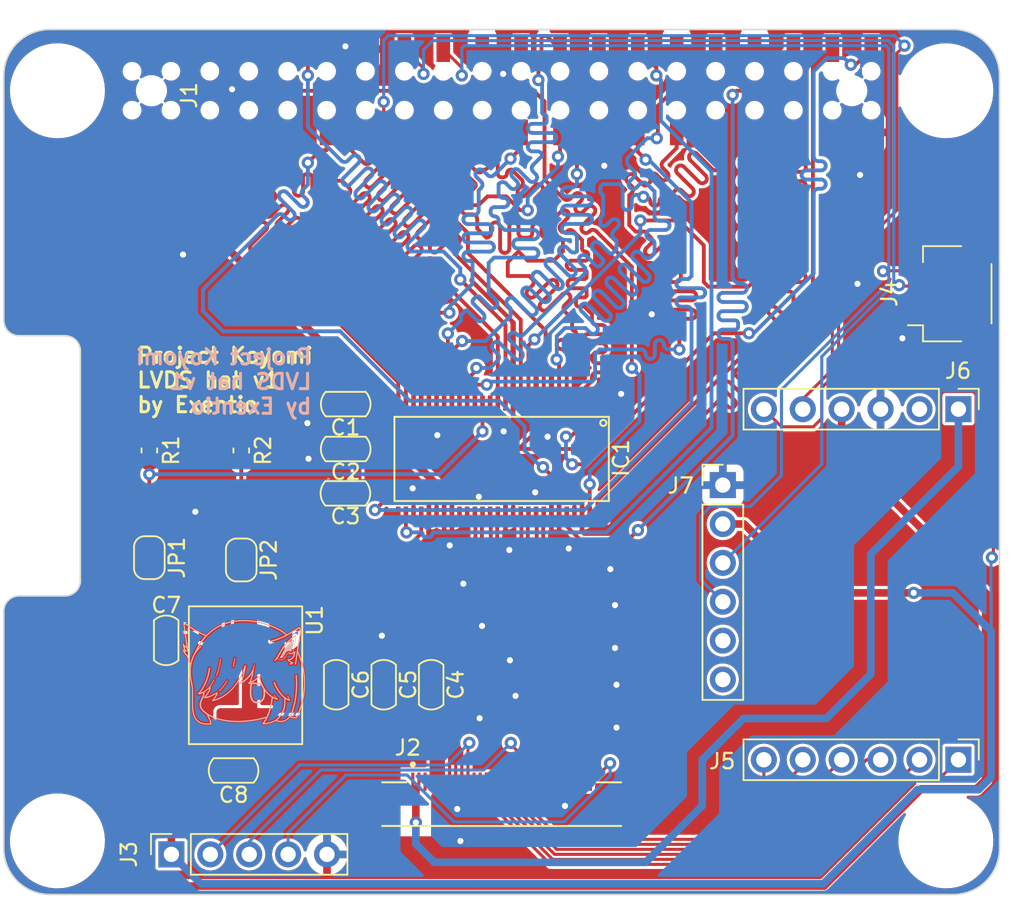
<source format=kicad_pcb>
(kicad_pcb (version 20221018) (generator pcbnew)
  (layers (0 "F.Cu" signal) (31 "B.Cu" signal) (34 "B.Paste" user) (35 "F.Paste" user) (36 "B.SilkS" user "B.Silkscreen") (37 "F.SilkS" user "F.Silkscreen") (38 "B.Mask" user) (39 "F.Mask" user) (44 "Edge.Cuts" user))
  (net 0 "")
  (net 1 "GND")
  (net 2 "R5")
  (net 3 "G0")
  (net 4 "G1")
  (net 5 "G2")
  (net 6 "G3")
  (net 7 "G4")
  (net 8 "G5")
  (net 9 "B0")
  (net 10 "CLKSEL")
  (net 11 "B1")
  (net 12 "B2")
  (net 13 "B3")
  (net 14 "B4")
  (net 15 "B5")
  (net 16 "HSYNC")
  (net 17 "VSYNC")
  (net 18 "ENABLE")
  (net 19 "CLKIN")
  (net 20 "SHTDN")
  (net 23 "RXCLK+")
  (net 24 "RXCLK-")
  (net 25 "RX2+")
  (net 26 "RX2-")
  (net 27 "RX1+")
  (net 28 "RX1-")
  (net 29 "RX0+")
  (net 30 "RX0-")
  (net 31 "R0")
  (net 32 "R1")
  (net 33 "R2")
  (net 34 "R3")
  (net 35 "R4")
  (net 36 "PANEL_ID0")
  (net 37 "+3V3")
  (net 38 "+2V5")
  (net 40 "VCD6")
  (net 41 "VCD5")
  (net 42 "VCD4")
  (net 43 "VCD3")
  (net 46 "VCD2")
  (net 47 "VCD1")
  (net 48 "PANEL_ID1")
  (net 49 "+5V")
  (net 52 "LCD_INS")
  (net 53 "PWM")
  (net 54 "EN")
  (net 55 "SDA")
  (net 56 "SCL")
  (net 59 "VAD")
  (footprint "PCM_Capacitor_SMD_US_Handsoldering_AKL:C_0603_1608Metric" (layer "F.Cu") (at 113.32 49.4 180)
    (fp_text reference "C2")
    (fp_text value "0.1uF" hide)
  )
  (footprint "PCM_Capacitor_SMD_US_Handsoldering_AKL:C_0603_1608Metric" (layer "F.Cu") (at 112.7 64.8 90)
    (fp_text reference "C6")
    (fp_text value "0.01uF" hide)
  )
  (footprint "RPi_Hat_Template:RPi_Hat_Mounting_Hole" (layer "F.Cu") (at 152.5 26)
    (fp_text reference "H2" hide)
    (fp_text value "MountingHole" hide)
  )
  (footprint "RPi_Hat_Template:RPi_Hat_Mounting_Hole" (layer "F.Cu") (at 152.5 75)
    (fp_text reference "H4" hide)
    (fp_text value "MountingHole" hide)
  )
  (footprint "Jumper:SolderJumper-2_P1.3mm_Open_RoundedPad1.0x1.5mm" (layer "F.Cu") (at 100.5 56.5 -90)
    (fp_text reference "JP1")
    (fp_text value "CLKSEL")
  )
  (footprint "20374-R30E-31:I-PEX_20374-R30E-31" (layer "F.Cu") (at 123.5 72.5)
    (fp_text reference "J2")
    (fp_text value "20374-R30E-31" hide)
  )
  (footprint "Connector_PinSocket_2.54mm:PinSocket_1x05_P2.54mm_Vertical" (layer "F.Cu") (at 101.94 75.88 90)
    (fp_text reference "J3")
    (fp_text value "aux_sig")
  )
  (footprint "Connector_PinHeader_2.54mm:PinHeader_1x06_P2.54mm_Vertical" (layer "F.Cu") (at 137.94 51.76)
    (fp_text reference "J7")
    (fp_text value "Conn_01x06" hide)
  )
  (footprint "PCM_Capacitor_SMD_US_Handsoldering_AKL:C_0603_1608Metric" (layer "F.Cu") (at 115.8 64.8 90)
    (fp_text reference "C5")
    (fp_text value "0.1uF" hide)
  )
  (footprint "PCM_Capacitor_SMD_US_Handsoldering_AKL:C_0603_1608Metric" (layer "F.Cu") (at 113.3 52.3 180)
    (fp_text reference "C3")
    (fp_text value "0.01uF" hide)
  )
  (footprint "PCM_Capacitor_SMD_US_Handsoldering_AKL:C_0603_1608Metric" (layer "F.Cu") (at 101.6 61.9 -90)
    (fp_text reference "C7")
    (fp_text value "4.7uF" hide)
  )
  (footprint "PCM_Package_TO_SOT_SMD_AKL:SOT-223-3_TabPin2" (layer "F.Cu") (at 106.78 64.18 -90)
    (fp_text reference "U1")
    (fp_text value "AP2114H-2.5" hide)
  )
  (footprint "Connector_PinHeader_2.54mm:PinHeader_1x06_P2.54mm_Vertical" (layer "F.Cu") (at 153.32 69.7 -90)
    (fp_text reference "J5")
    (fp_text value "Conn_01x06" hide)
  )
  (footprint "RPi_Hat_Template:Samtec_HLE-120-02-XXX-DV-BE-XX-XX" (layer "F.Cu") (at 123.5 26 90)
    (fp_text reference "J1")
    (fp_text value "RPi_GPIO")
  )
  (footprint "SN75LVDS83B:TSSOP56" (layer "F.Cu") (at 123.5 50 -90)
    (fp_text reference "IC1")
    (fp_text value "SN75LVDS83B")
  )
  (footprint "Connector_PinHeader_2.54mm:PinHeader_1x06_P2.54mm_Vertical" (layer "F.Cu") (at 153.32 46.8 -90)
    (fp_text reference "J6")
    (fp_text value "Conn_01x06" hide)
  )
  (footprint "PCM_Capacitor_SMD_US_Handsoldering_AKL:C_0603_1608Metric" (layer "F.Cu") (at 106 70.4 180)
    (fp_text reference "C8")
    (fp_text value "4.7uF" hide)
  )
  (footprint "Jumper:SolderJumper-2_P1.3mm_Open_RoundedPad1.0x1.5mm" (layer "F.Cu") (at 106.5 56.65 -90)
    (fp_text reference "JP2")
    (fp_text value "SHTDN")
  )
  (footprint "PCM_Capacitor_SMD_US_Handsoldering_AKL:C_0603_1608Metric" (layer "F.Cu") (at 113.32 46.47 180)
    (fp_text reference "C1")
    (fp_text value "1uF" hide)
  )
  (footprint "Capacitor_SMD:C_0603_1608Metric" (layer "F.Cu") (at 100.5 49.5 -90)
    (fp_text reference "R1")
    (fp_text value "4.7K")
  )
  (footprint "RPi_Hat_Template:RPi_Hat_Mounting_Hole" (layer "F.Cu") (at 94.5 26)
    (fp_text reference "H1" hide)
    (fp_text value "MountingHole" hide)
  )
  (footprint "RPi_Hat_Template:RPi_Hat_Mounting_Hole" (layer "F.Cu") (at 94.5 75)
    (fp_text reference "H3" hide)
    (fp_text value "MountingHole" hide)
  )
  (footprint "Connector_JST:JST_SH_SM04B-SRSS-TB_1x04-1MP_P1.00mm_Horizontal" (layer "F.Cu") (at 152.795 39.26 90)
    (fp_text reference "J4")
    (fp_text value "qwiic")
  )
  (footprint "PCM_Capacitor_SMD_US_Handsoldering_AKL:C_0603_1608Metric" (layer "F.Cu") (at 118.9 64.8 90)
    (fp_text reference "C4")
    (fp_text value "1uF" hide)
  )
  (footprint "Capacitor_SMD:C_0603_1608Metric" (layer "F.Cu") (at 106.5 49.5 -90)
    (fp_text reference "R2")
    (fp_text value "4.7K")
  )
  (footprint "exentio_pcb_art:blob" (layer "B.Cu") (at 106.8 63.9 180)
    (fp_text reference "REF**" hide)
    (fp_text value "blob" hide)
  )
  (gr_line (start 91 60) (end 91 75.5) (stroke (width 0.1)) (layer "Edge.Cuts"))
  (gr_line (start 91 25) (end 91 41) (stroke (width 0.1)) (layer "Edge.Cuts"))
  (gr_arc (start 91 25) (mid 91.87868 22.87868) (end 94 22) (stroke (width 0.1)) (layer "Edge.Cuts"))
  (gr_arc (start 91 60) (mid 91.292893 59.292893) (end 92 59) (stroke (width 0.1)) (layer "Edge.Cuts"))
  (gr_line (start 94 22) (end 153 22) (stroke (width 0.1)) (layer "Edge.Cuts"))
  (gr_arc (start 156 75.5) (mid 155.12132 77.62132) (end 153 78.5) (stroke (width 0.1)) (layer "Edge.Cuts"))
  (gr_arc (start 94 78.5) (mid 91.87868 77.62132) (end 91 75.5) (stroke (width 0.1)) (layer "Edge.Cuts"))
  (gr_line (start 94 78.5) (end 153 78.5) (stroke (width 0.1)) (layer "Edge.Cuts"))
  (gr_arc (start 153 22) (mid 155.12132 22.87868) (end 156 25) (stroke (width 0.1)) (layer "Edge.Cuts"))
  (gr_line (start 96 43) (end 96 58) (stroke (width 0.1)) (layer "Edge.Cuts"))
  (gr_arc (start 96 58) (mid 95.707107 58.707107) (end 95 59) (stroke (width 0.1)) (layer "Edge.Cuts"))
  (gr_line (start 92 42) (end 95 42) (stroke (width 0.1)) (layer "Edge.Cuts"))
  (gr_line (start 92 59) (end 95 59) (stroke (width 0.1)) (layer "Edge.Cuts"))
  (gr_arc (start 95 42) (mid 95.707107 42.292893) (end 96 43) (stroke (width 0.1)) (layer "Edge.Cuts"))
  (gr_arc (start 92 42) (mid 91.292893 41.707107) (end 91 41) (stroke (width 0.1)) (layer "Edge.Cuts"))
  (gr_line (start 156 25) (end 156 75.5) (stroke (width 0.1)) (layer "Edge.Cuts"))
  (gr_text "Project Koyomi\nLVDS hat v1\nby Exentio" (at 111.2 47.2) (layer "B.SilkS") (effects (font (size 1 1) (thickness 0.2) bold) (justify left bottom mirror)))
  (gr_text "Project Koyomi\nLVDS hat v1\nby Exentio" (at 99.6 47.1) (layer "F.SilkS") (effects (font (size 1 1) (thickness 0.2) bold) (justify left bottom)))
  (segment (start 114.61 23.2822) (end 113.4822 23.2822) (width 0.2) (layer "F.Cu") (net 1))
  (segment (start 123.6 24.6522) (end 123.6 24.9) (width 0.2) (layer "F.Cu") (net 1))
  (segment (start 122.23 23.2822) (end 123.6 24.6522) (width 0.2) (layer "F.Cu") (net 1))
  (segment (start 113.4822 23.2822) (end 113.3 23.1) (width 0.2) (layer "F.Cu") (net 1))
  (via (at 122.06 66.99) (size 0.8) (drill 0.4) (layers "F.Cu" "B.Cu") (net 1))
  (via (at 146.73 38.61) (size 0.8) (drill 0.4) (layers "F.Cu" "B.Cu") (net 1))
  (via (at 126.5 48.6) (size 0.8) (drill 0.4) (layers "F.Cu" "B.Cu") (net 1))
  (via (at 122.22 60.96) (size 0.8) (drill 0.4) (layers "F.Cu" "B.Cu") (net 1))
  (via (at 103.5 53.5) (size 0.8) (drill 0.4) (layers "F.Cu" "B.Cu") (net 1))
  (via (at 120.81 75.01) (size 0.8) (drill 0.4) (layers "F.Cu" "B.Cu") (net 1))
  (via (at 125.69 52.23) (size 0.8) (drill 0.4) (layers "F.Cu" "B.Cu") (net 1))
  (via (at 124 56) (size 0.8) (drill 0.4) (layers "F.Cu" "B.Cu") (net 1))
  (via (at 123.6 24.9) (size 0.8) (drill 0.4) (layers "F.Cu" "B.Cu") (net 1))
  (via (at 130.9 59.6) (size 0.8) (drill 0.4) (layers "F.Cu" "B.Cu") (net 1))
  (via (at 110.82 47.71) (size 0.8) (drill 0.4) (layers "F.Cu" "B.Cu") (net 1))
  (via (at 123.63 48.25) (size 0.8) (drill 0.4) (layers "F.Cu" "B.Cu") (net 1))
  (via (at 127.635025 72.715025) (size 0.8) (drill 0.4) (layers "F.Cu" "B.Cu") (net 1))
  (via (at 130.2 30.9) (size 0.8) (drill 0.4) (layers "F.Cu" "B.Cu") (net 1))
  (via (at 131.3 45.8) (size 0.8) (drill 0.4) (layers "F.Cu" "B.Cu") (net 1))
  (via (at 124.41 65.53) (size 0.8) (drill 0.4) (layers "F.Cu" "B.Cu") (net 1))
  (via (at 131 67.6) (size 0.8) (drill 0.4) (layers "F.Cu" "B.Cu") (net 1))
  (via (at 105.9 25.9) (size 0.8) (drill 0.4) (layers "F.Cu" "B.Cu") (net 1))
  (via (at 131 64.8) (size 0.8) (drill 0.4) (layers "F.Cu" "B.Cu") (net 1))
  (via (at 120.6 72.92) (size 0.8) (drill 0.4) (layers "F.Cu" "B.Cu") (net 1))
  (via (at 117.69 51.97) (size 0.8) (drill 0.4) (layers "F.Cu" "B.Cu") (net 1))
  (via (at 146.9 31.5) (size 0.8) (drill 0.4) (layers "F.Cu" "B.Cu") (net 1))
  (via (at 115.68 61.6) (size 0.8) (drill 0.4) (layers "F.Cu" "B.Cu") (net 1))
  (via (at 130.9 62.4) (size 0.8) (drill 0.4) (layers "F.Cu" "B.Cu") (net 1))
  (via (at 121 58.2) (size 0.8) (drill 0.4) (layers "F.Cu" "B.Cu") (net 1))
  (via (at 127.88 55.9) (size 0.8) (drill 0.4) (layers "F.Cu" "B.Cu") (net 1))
  (via (at 130.6 57.25) (size 0.8) (drill 0.4) (layers "F.Cu" "B.Cu") (net 1))
  (via (at 149.66 42.17) (size 0.8) (drill 0.4) (layers "F.Cu" "B.Cu") (net 1))
  (via (at 110.89 50.04) (size 0.8) (drill 0.4) (layers "F.Cu" "B.Cu") (net 1))
  (via (at 113.3 23.1) (size 0.8) (drill 0.4) (layers "F.Cu" "B.Cu") (net 1))
  (via (at 102.7 36.7) (size 0.8) (drill 0.4) (layers "F.Cu" "B.Cu") (net 1))
  (via (at 120.11 55.7) (size 0.8) (drill 0.4) (layers "F.Cu" "B.Cu") (net 1))
  (via (at 122.01 52.52) (size 0.8) (drill 0.4) (layers "F.Cu" "B.Cu") (net 1))
  (via (at 119.3 48.5) (size 0.8) (drill 0.4) (layers "F.Cu" "B.Cu") (net 1))
  (via (at 124.04 63.2) (size 0.8) (drill 0.4) (layers "F.Cu" "B.Cu") (net 1))
  (via (at 133.3 40.6) (size 0.8) (drill 0.4) (layers "F.Cu" "B.Cu") (net 1))
  (segment (start 128.8 50.4) (end 137.355553 41.844447) (width 0.25) (layer "F.Cu") (net 2))
  (segment (start 129.25 47.35) (end 129.25 46.4) (width 0.25) (layer "F.Cu") (net 2))
  (segment (start 146.3 24.3) (end 146.6122 24.3) (width 0.25) (layer "F.Cu") (net 2))
  (segment (start 146.6122 24.3) (end 147.63 23.2822) (width 0.25) (layer "F.Cu") (net 2))
  (segment (start 127.7 48.6) (end 128 48.6) (width 0.25) (layer "F.Cu") (net 2))
  (segment (start 147.3515 23.0037) (end 147.63 23.2822) (width 0.25) (layer "F.Cu") (net 2))
  (segment (start 128 48.6) (end 129.25 47.35) (width 0.25) (layer "F.Cu") (net 2))
  (segment (start 128.1 50.4) (end 128.8 50.4) (width 0.25) (layer "F.Cu") (net 2))
  (segment (start 137.355553 41.844447) (end 139.644447 41.844447) (width 0.25) (layer "F.Cu") (net 2))
  (via (at 146.3 24.3) (size 0.8) (drill 0.4) (layers "F.Cu" "B.Cu") (net 2))
  (via (at 139.644447 41.844447) (size 0.8) (drill 0.4) (layers "F.Cu" "B.Cu") (net 2))
  (via (at 128.1 50.4) (size 0.8) (drill 0.4) (layers "F.Cu" "B.Cu") (net 2))
  (via (at 127.7 48.6) (size 0.8) (drill 0.4) (layers "F.Cu" "B.Cu") (net 2))
  (segment (start 128.1 50.4) (end 127.7 50) (width 0.25) (layer "B.Cu") (net 2))
  (segment (start 143.8731 33.413811) (end 143.8731 37.9269) (width 0.25) (layer "B.Cu") (net 2))
  (segment (start 144.358951 32.4) (end 144.1731 32.4) (width 0.25) (layer "B.Cu") (net 2))
  (segment (start 143.387256 31.8) (end 143.8731 31.8) (width 0.25) (layer "B.Cu") (net 2))
  (segment (start 144.1731 31.2) (end 143.387256 31.2) (width 0.25) (layer "B.Cu") (net 2))
  (segment (start 143.8731 31.8) (end 144.358951 31.8) (width 0.25) (layer "B.Cu") (net 2))
  (segment (start 144.358944 31.2) (end 144.1731 31.2) (width 0.25) (layer "B.Cu") (net 2))
  (segment (start 145.8684 23.8684) (end 144.733114 23.8684) (width 0.25) (layer "B.Cu") (net 2))
  (segment (start 143.8731 37.9269) (end 139.955553 41.844447) (width 0.25) (layer "B.Cu") (net 2))
  (segment (start 144.1731 30.6) (end 144.358944 30.6) (width 0.25) (layer "B.Cu") (net 2))
  (segment (start 143.8731 24.728414) (end 143.8731 30.3) (width 0.25) (layer "B.Cu") (net 2))
  (segment (start 143.8731 32.7) (end 143.8731 33.413811) (width 0.25) (layer "B.Cu") (net 2))
  (segment (start 146.3 24.3) (end 145.8684 23.8684) (width 0.25) (layer "B.Cu") (net 2))
  (segment (start 144.733114 23.8684) (end 143.8731 24.728414) (width 0.25) (layer "B.Cu") (net 2))
  (segment (start 127.7 50) (end 127.7 48.6) (width 0.25) (layer "B.Cu") (net 2))
  (segment (start 139.955553 41.844447) (end 139.644447 41.844447) (width 0.25) (layer "B.Cu") (net 2))
  (arc (start 144.658951 32.1) (mid 144.571083 32.312132) (end 144.358951 32.4) (width 0.25) (layer "B.Cu") (net 2))
  (arc (start 144.658944 30.9) (mid 144.571076 31.112132) (end 144.358944 31.2) (width 0.25) (layer "B.Cu") (net 2))
  (arc (start 143.087256 31.5) (mid 143.175124 31.712132) (end 143.387256 31.8) (width 0.25) (layer "B.Cu") (net 2))
  (arc (start 144.1731 32.4) (mid 143.960968 32.487868) (end 143.8731 32.7) (width 0.25) (layer "B.Cu") (net 2))
  (arc (start 143.8731 30.3) (mid 143.960968 30.512132) (end 144.1731 30.6) (width 0.25) (layer "B.Cu") (net 2))
  (arc (start 143.387256 31.2) (mid 143.175124 31.287868) (end 143.087256 31.5) (width 0.25) (layer "B.Cu") (net 2))
  (arc (start 144.358951 31.8) (mid 144.571083 31.887868) (end 144.658951 32.1) (width 0.25) (layer "B.Cu") (net 2))
  (arc (start 144.358944 30.6) (mid 144.571076 30.687868) (end 144.658944 30.9) (width 0.25) (layer "B.Cu") (net 2))
  (segment (start 130.063171 44.4) (end 129.7 44.4) (width 0.25) (layer "F.Cu") (net 3))
  (segment (start 119.574265 31.849999) (end 119.857107 31.567158) (width 0.25) (layer "F.Cu") (net 3))
  (segment (start 129.4 40.6) (end 129.4 41) (width 0.25) (layer "F.Cu") (net 3))
  (segment (start 129.106262 42.5) (end 130.040151 42.5) (width 0.25) (layer "F.Cu") (net 3))
  (segment (start 129.15 36.7) (end 129.15 36.9) (width 0.25) (layer "F.Cu") (net 3))
  (segment (start 120.28137 31.991423) (end 120.281371 31.991422) (width 0.25) (layer "F.Cu") (net 3))
  (segment (start 120.82537 30.122427) (end 120.4478 30.5) (width 0.25) (layer "F.Cu") (net 3))
  (segment (start 125.719236 33.284922) (end 125.860657 33.426343) (width 0.25) (layer "F.Cu") (net 3))
  (segment (start 128.9 38.3) (end 128.1 38.3) (width 0.25) (layer "F.Cu") (net 3))
  (segment (start 126.108147 32.613172) (end 125.719236 33.002079) (width 0.25) (layer "F.Cu") (net 3))
  (segment (start 125.047488 32.825303) (end 125.047487 32.825304) (width 0.25) (layer "F.Cu") (net 3))
  (segment (start 128.9 39.5) (end 128.55 39.5) (width 0.25) (layer "F.Cu") (net 3))
  (segment (start 122.252083 31.247918) (end 122.3436 31.1564) (width 0.25) (layer "F.Cu") (net 3))
  (segment (start 122.23 28.7178) (end 122.23 29.17) (width 0.25) (layer "F.Cu") (net 3))
  (segment (start 127.805199 34.310224) (end 127.363255 34.752164) (width 0.25) (layer "F.Cu") (net 3))
  (segment (start 128.9 40.1) (end 129.4 40.6) (width 0.25) (layer "F.Cu") (net 3))
  (segment (start 128.75 45.6) (end 128.75 46.4) (width 0.25) (layer "F.Cu") (net 3))
  (segment (start 122.23 28.7178) (end 121.6739 29.2739) (width 0.25) (layer "F.Cu") (net 3))
  (segment (start 129.7 43.8) (end 130.063171 43.8) (width 0.25) (layer "F.Cu") (net 3))
  (segment (start 126.108146 32.613173) (end 126.108147 32.613172) (width 0.25) (layer "F.Cu") (net 3))
  (segment (start 129.4 43.3) (end 129.4 43.5) (width 0.25) (layer "F.Cu") (net 3))
  (segment (start 129.05 37.85) (end 129.05 38.15) (width 0.25) (layer "F.Cu") (net 3))
  (segment (start 121.249635 29.2739) (end 121.002147 29.026412) (width 0.25) (layer "F.Cu") (net 3))
  (segment (start 120.281371 31.991422) (end 119.998527 32.274263) (width 0.25) (layer "F.Cu") (net 3))
  (segment (start 129.4 44.95) (end 128.75 45.6) (width 0.25) (layer "F.Cu") (net 3))
  (segment (start 121.544977 30.965077) (end 121.544977 30.965076) (width 0.25) (layer "F.Cu") (net 3))
  (segment (start 120.4478 30.5) (end 120.15 30.5) (width 0.25) (layer "F.Cu") (net 3))
  (segment (start 128.55 40.1) (end 128.9 40.1) (width 0.25) (layer "F.Cu") (net 3))
  (segment (start 128.95 37.1) (end 128.05 37.1) (width 0.25) (layer "F.Cu") (net 3))
  (segment (start 126.1435 33.426343) (end 126.532407 33.037432) (width 0.25) (layer "F.Cu") (net 3))
  (segment (start 125.719237 33.284922) (end 125.719236 33.284922) (width 0.25) (layer "F.Cu") (net 3))
  (segment (start 123.4936 31.6564) (end 123.5936 31.6564) (width 0.25) (layer "F.Cu") (net 3))
  (segment (start 124.0936 31.1564) (end 124.1564 31.1564) (width 0.25) (layer "F.Cu") (net 3))
  (segment (start 121.249634 29.2739) (end 121.249635 29.2739) (width 0.25) (layer "F.Cu") (net 3))
  (segment (start 129.7 41.3) (end 130.040157 41.3) (width 0.25) (layer "F.Cu") (net 3))
  (segment (start 119.998527 32.698527) (end 120 32.7) (width 0.25) (layer "F.Cu") (net 3))
  (segment (start 121.757105 32.025736) (end 121.757105 32.025735) (width 0.25) (layer "F.Cu") (net 3))
  (segment (start 125.047487 32.825304) (end 125.683881 32.188906) (width 0.25) (layer "F.Cu") (net 3))
  (segment (start 130.040157 41.9) (end 129.106262 41.9) (width 0.25) (layer "F.Cu") (net 3))
  (segment (start 122.252084 31.247919) (end 122.252083 31.247918) (width 0.25) (layer "F.Cu") (net 3))
  (segment (start 126.779894 34.487001) (end 127.380933 33.885958) (width 0.25) (layer "F.Cu") (net 3))
  (segment (start 129.05 39.05) (end 129.05 39.35) (width 0.25) (layer "F.Cu") (net 3))
  (segment (start 128.176427 35.176428) (end 128.75 35.75) (width 0.25) (layer "F.Cu") (net 3))
  (segment (start 128.35 39.7) (end 128.35 39.9) (width 0.25) (layer "F.Cu") (net 3))
  (segment (start 124.799999 32.224265) (end 124.623223 32.40104) (width 0.25) (layer "F.Cu") (net 3))
  (segment (start 126.956672 33.461699) (end 126.956673 33.461698) (width 0.25) (layer "F.Cu") (net 3))
  (segment (start 121.544977 30.965076) (end 121.82782 31.247919) (width 0.25) (layer "F.Cu") (net 3))
  (segment (start 121.615685 32.449999) (end 121.757105 32.308578) (width 0.25) (layer "F.Cu") (net 3))
  (segment (start 129.6 43.1) (end 129.4 43.3) (width 0.25) (layer "F.Cu") (net 3))
  (segment (start 128.75 35.75) (end 128.75 36.3) (width 0.25) (layer "F.Cu") (net 3))
  (segment (start 127.787519 35.176427) (end 127.787519 35.176428) (width 0.25) (layer "F.Cu") (net 3))
  (segment (start 120 32.7) (end 120.8 32.7) (width 0.25) (layer "F.Cu") (net 3))
  (segment (start 128.05 37.7) (end 128.9 37.7) (width 0.25) (layer "F.Cu") (net 3))
  (segment (start 127.805198 34.310225) (end 127.805199 34.310224) (width 0.25) (layer "F.Cu") (net 3))
  (segment (start 121.757105 32.025735) (end 121.120711 31.389341) (width 0.25) (layer "F.Cu") (net 3))
  (segment (start 123.2436 30.4564) (end 123.2436 31.4064) (width 0.25) (layer "F.Cu") (net 3))
  (segment (start 126.779895 34.487) (end 126.779894 34.487001) (width 0.25) (layer "F.Cu") (net 3))
  (segment (start 128.812525 42.193737) (end 128.812525 42.206263) (width 0.25) (layer "F.Cu") (net 3))
  (segment (start 129.4 44.7) (end 129.4 44.95) (width 0.25) (layer "F.Cu") (net 3))
  (segment (start 126.143499 33.426343) (end 126.1435 33.426343) (width 0.25) (layer "F.Cu") (net 3))
  (segment (start 120.15 30.5) (end 119.15 31.5) (width 0.25) (layer "F.Cu") (net 3))
  (segment (start 127.363256 35.141073) (end 127.363255 35.141073) (width 0.25) (layer "F.Cu") (net 3))
  (segment (start 120.8 32.7) (end 121.05 32.45) (width 0.25) (layer "F.Cu") (net 3))
  (segment (start 127.363255 35.141073) (end 127.39861 35.176428) (width 0.25) (layer "F.Cu") (net 3))
  (segment (start 120.577883 29.450676) (end 120.82537 29.698163) (width 0.25) (layer "F.Cu") (net 3))
  (segment (start 128.1 38.9) (end 128.9 38.9) (width 0.25) (layer "F.Cu") (net 3))
  (segment (start 124.1564 31.1564) (end 124.8 31.8) (width 0.25) (layer "F.Cu") (net 3))
  (segment (start 130.040151 43.1) (end 129.6 43.1) (width 0.25) (layer "F.Cu") (net 3))
  (segment (start 126.956673 33.461698) (end 126.35563 34.062737) (width 0.25) (layer "F.Cu") (net 3))
  (segment (start 119.15 31.5) (end 119.15 31.85) (width 0.25) (layer "F.Cu") (net 3))
  (segment (start 122.6436 30.8564) (end 122.6436 30.4564) (width 0.25) (layer "F.Cu") (net 3))
  (arc (start 128.55 39.5) (mid 128.408579 39.558579) (end 128.35 39.7) (width 0.25) (layer "F.Cu") (net 3))
  (arc (start 122.6436 30.4564) (mid 122.731468 30.244268) (end 122.9436 30.1564) (width 0.25) (layer "F.Cu") (net 3))
  (arc (start 129.05 39.35) (mid 129.006066 39.456066) (end 128.9 39.5) (width 0.25) (layer "F.Cu") (net 3))
  (arc (start 128.1 38.3) (mid 127.887868 38.387868) (end 127.8 38.6) (width 0.25) (layer "F.Cu") (net 3))
  (arc (start 130.040151 42.5) (mid 130.252283 42.587868) (end 130.340151 42.8) (width 0.25) (layer "F.Cu") (net 3))
  (arc (start 130.363171 44.1) (mid 130.275303 44.312132) (end 130.063171 44.4) (width 0.25) (layer "F.Cu") (net 3))
  (arc (start 120.82537 29.698163) (mid 120.913238 29.910295) (end 120.82537 30.122427) (width 0.25) (layer "F.Cu") (net 3))
  (arc (start 127.8 38.6) (mid 127.887868 38.812132) (end 128.1 38.9) (width 0.25) (layer "F.Cu") (net 3))
  (arc (start 121.002147 29.026412) (mid 120.790015 28.938544) (end 120.577883 29.026412) (width 0.25) (layer "F.Cu") (net 3))
  (arc (start 124.623223 32.40104) (mid 124.535355 32.613172) (end 124.623223 32.825304) (width 0.25) (layer "F.Cu") (net 3))
  (arc (start 129.05 38.15) (mid 129.006066 38.256066) (end 128.9 38.3) (width 0.25) (layer "F.Cu") (net 3))
  (arc (start 130.063171 43.8) (mid 130.275303 43.887868) (end 130.363171 44.1) (width 0.25) (layer "F.Cu") (net 3))
  (arc (start 125.683881 32.188906) (mid 125.896015 32.10104) (end 126.108147 32.188908) (width 0.25) (layer "F.Cu") (net 3))
  (arc (start 127.787519 35.176428) (mid 127.981973 35.095883) (end 128.176427 35.176428) (width 0.25) (layer "F.Cu") (net 3))
  (arc (start 128.9 37.7) (mid 129.006066 37.743934) (end 129.05 37.85) (width 0.25) (layer "F.Cu") (net 3))
  (arc (start 128.75 36.3) (mid 128.808579 36.441421) (end 128.95 36.5) (width 0.25) (layer "F.Cu") (net 3))
  (arc (start 126.35563 34.487001) (mid 126.567763 34.574869) (end 126.779895 34.487) (width 0.25) (layer "F.Cu") (net 3))
  (arc (start 120.281371 31.567158) (mid 120.369238 31.77929) (end 120.28137 31.991423) (width 0.25) (layer "F.Cu") (net 3))
  (arc (start 127.363255 34.752164) (mid 127.28271 34.946619) (end 127.363256 35.141073) (width 0.25) (layer "F.Cu") (net 3))
  (arc (start 130.340151 42.8) (mid 130.252283 43.012132) (end 130.040151 43.1) (width 0.25) (layer "F.Cu") (net 3))
  (arc (start 120.577883 29.026412) (mid 120.490015 29.238544) (end 120.577883 29.450676) (width 0.25) (layer "F.Cu") (net 3))
  (arc (start 126.956673 33.037434) (mid 127.04454 33.249566) (end 126.956672 33.461699) (width 0.25) (layer "F.Cu") (net 3))
  (arc (start 129.7 44.4) (mid 129.487868 44.487868) (end 129.4 44.7) (width 0.25) (layer "F.Cu") (net 3))
  (arc (start 127.39861 35.176428) (mid 127.593065 35.256973) (end 127.787519 35.176427) (width 0.25) (layer "F.Cu") (net 3))
  (arc (start 119.998527 32.274263) (mid 119.910659 32.486395) (end 119.998527 32.698527) (width 0.25) (layer "F.Cu") (net 3))
  (arc (start 122.3436 31.1564) (mid 122.555732 31.068532) (end 122.6436 30.8564) (width 0.25) (layer "F.Cu") (net 3))
  (arc (start 121.332842 32.45) (mid 121.474264 32.508578) (end 121.615685 32.449999) (width 0.25) (layer "F.Cu") (net 3))
  (arc (start 129.4 43.5) (mid 129.487868 43.712132) (end 129.7 43.8) (width 0.25) (layer "F.Cu") (net 3))
  (arc (start 121.05 32.45) (mid 121.191421 32.391422) (end 121.332842 32.45) (width 0.25) (layer "F.Cu") (net 3))
  (arc (start 121.120711 30.965077) (mid 121.332845 30.877208) (end 121.544977 30.965077) (width 0.25) (layer "F.Cu") (net 3))
  (arc (start 127.805199 33.88596) (mid 127.893066 34.098092) (end 127.805198 34.310225) (width 0.25) (layer "F.Cu") (net 3))
  (arc (start 128.95 36.5) (mid 129.091421 36.558579) (end 129.15 36.7) (width 0.25) (layer "F.Cu") (net 3))
  (arc (start 122.9436 30.1564) (mid 123.155732 30.244268) (end 123.2436 30.4564) (width 0.25) (layer "F.Cu") (net 3))
  (arc (start 124.8 31.8) (mid 124.887868 32.012133) (end 124.799999 32.224265) (width 0.25) (layer "F.Cu") (net 3))
  (arc (start 124.623223 32.825304) (mid 124.835356 32.913172) (end 125.047488 32.825303) (width 0.25) (layer "F.Cu") (net 3))
  (arc (start 123.2436 31.4064) (mid 123.316823 31.583177) (end 123.4936 31.6564) (width 0.25) (layer "F.Cu") (net 3))
  (arc (start 121.757105 32.308578) (mid 121.815683 32.167157) (end 121.757105 32.025736) (width 0.25) (layer "F.Cu") (net 3))
  (arc (start 127.380933 33.885958) (mid 127.593067 33.798092) (end 127.805199 33.88596) (width 0.25) (layer "F.Cu") (net 3))
  (arc (start 121.82782 31.247919) (mid 122.039952 31.335787) (end 122.252084 31.247919) (width 0.25) (layer "F.Cu") (net 3))
  (arc (start 128.35 39.9) (mid 128.408579 40.041421) (end 128.55 40.1) (width 0.25) (layer "F.Cu") (net 3))
  (arc (start 119.857107 31.567158) (mid 120.069239 31.47929) (end 120.281371 31.567158) (width 0.25) (layer "F.Cu") (net 3))
  (arc (start 126.35563 34.062737) (mid 126.267762 34.274869) (end 126.35563 34.487001) (width 0.25) (layer "F.Cu") (net 3))
  (arc (start 123.5936 31.6564) (mid 123.770377 31.583177) (end 123.8436 31.4064) (width 0.25) (layer "F.Cu") (net 3))
  (arc (start 125.860657 33.426343) (mid 126.002078 33.484921) (end 126.143499 33.426343) (width 0.25) (layer "F.Cu") (net 3))
  (arc (start 129.15 36.9) (mid 129.091421 37.041421) (end 128.95 37.1) (width 0.25) (layer "F.Cu") (net 3))
  (arc (start 129.106262 41.9) (mid 128.898559 41.986034) (end 128.812525 42.193737) (width 0.25) (layer "F.Cu") (net 3))
  (arc (start 121.6739 29.2739) (mid 121.461767 29.361768) (end 121.249634 29.2739) (width 0.25) (layer "F.Cu") (net 3))
  (arc (start 130.040157 41.3) (mid 130.252289 41.387868) (end 130.340157 41.6) (width 0.25) (layer "F.Cu") (net 3))
  (arc (start 126.532407 33.037432) (mid 126.744541 32.949566) (end 126.956673 33.037434) (width 0.25) (layer "F.Cu") (net 3))
  (arc (start 129.4 41) (mid 129.487868 41.212132) (end 129.7 41.3) (width 0.25) (layer "F.Cu") (net 3))
  (arc (start 128.812525 42.206263) (mid 128.898559 42.413966) (end 129.106262 42.5) (width 0.25) (layer "F.Cu") (net 3))
  (arc (start 127.75 37.4) (mid 127.837868 37.612132) (end 128.05 37.7) (width 0.25) (layer "F.Cu") (net 3))
  (arc (start 123.8436 31.4064) (mid 123.916823 31.229623) (end 124.0936 31.1564) (width 0.25) (layer "F.Cu") (net 3))
  (arc (start 130.340157 41.6) (mid 130.252289 41.812132) (end 130.040157 41.9) (width 0.25) (layer "F.Cu") (net 3))
  (arc (start 121.120711 31.389341) (mid 121.032843 31.177209) (end 121.120711 30.965077) (width 0.25) (layer "F.Cu") (net 3))
  (arc (start 128.9 38.9) (mid 129.006066 38.943934) (end 129.05 39.05) (width 0.25) (layer "F.Cu") (net 3))
  (arc (start 119.15 31.85) (mid 119.362134 31.937869) (end 119.574265 31.849999) (width 0.25) (layer "F.Cu") (net 3))
  (arc (start 125.719236 33.002079) (mid 125.660658 33.143501) (end 125.719237 33.284922) (width 0.25) (layer "F.Cu") (net 3))
  (arc (start 128.05 37.1) (mid 127.837868 37.187868) (end 127.75 37.4) (width 0.25) (layer "F.Cu") (net 3))
  (arc (start 126.108147 32.188908) (mid 126.196014 32.40104) (end 126.108146 32.613173) (width 0.25) (layer "F.Cu") (net 3))
  (segment (start 128.1 43.175) (end 128.1 44.2) (width 0.25) (layer "F.Cu") (net 4))
  (segment (start 122.575 32.9) (end 122 33.475) (width 0.25) (layer "F.Cu") (net 4))
  (segment (start 121.2 34.075) (end 121.6 34.075) (width 0.25) (layer "F.Cu") (net 4))
  (segment (start 128.225 42.275) (end 127.4 42.275) (width 0.25) (layer "F.Cu") (net 4))
  (segment (start 127.621316 40.421316) (end 128.1 40.9) (width 0.25) (layer "F.Cu") (net 4))
  (segment (start 123.4 34.9) (end 123.4 36.3) (width 0.25) (layer "F.Cu") (net 4))
  (segment (start 128.1 44.2) (end 127.75 44.55) (width 0.25) (layer "F.Cu") (net 4))
  (segment (start 126.9 37.1) (end 125.2 37.1) (width 0.25) (layer "F.Cu") (net 4))
  (segment (start 127.75 44.55) (end 127.75 46.4) (width 0.25) (layer "F.Cu") (net 4))
  (segment (start 123.9 37.2) (end 123.9 38.1) (width 0.25) (layer "F.Cu") (net 4))
  (segment (start 127.5 35.8) (end 127.5 36.5) (width 0.25) (layer "F.Cu") (net 4))
  (segment (start 128.35 41.8) (end 128.35 42.15) (width 0.25) (layer "F.Cu") (net 4))
  (segment (start 125.641421 39.43137) (end 126.631368 38.441419) (width 0.25) (layer "F.Cu") (net 4))
  (segment (start 125.5 35.3) (end 125.5 34.954086) (width 0.25) (layer "F.Cu") (net 4))
  (segment (start 125.2 33.8) (end 124.7 33.8) (width 0.25) (layer "F.Cu") (net 4))
  (segment (start 127.055633 38.865686) (end 127.055634 38.865685) (width 0.25) (layer "F.Cu") (net 4))
  (segment (start 127.055634 38.865685) (end 126.065683 39.855632) (width 0.25) (layer "F.Cu") (net 4))
  (segment (start 126.4 35.6) (end 127.3 35.6) (width 0.25) (layer "F.Cu") (net 4))
  (segment (start 122.8 35.3) (end 122.8 34.9) (width 0.25) (layer "F.Cu") (net 4))
  (segment (start 127.4 42.875) (end 127.8 42.875) (width 0.25) (layer "F.Cu") (net 4))
  (segment (start 127.3 35.6) (end 127.5 35.8) (width 0.25) (layer "F.Cu") (net 4))
  (segment (start 127.90416 39.714211) (end 127.621316 39.997052) (width 0.25) (layer "F.Cu") (net 4))
  (segment (start 125.2 37.1) (end 124.6 36.5) (width 0.25) (layer "F.Cu") (net 4))
  (segment (start 126.1 34.954086) (end 126.1 35.3) (width 0.25) (layer "F.Cu") (net 4))
  (segment (start 121.9 34.375) (end 121.9 35) (width 0.25) (layer "F.Cu") (net 4))
  (segment (start 124.9 35.6) (end 125.2 35.6) (width 0.25) (layer "F.Cu") (net 4))
  (segment (start 123.9 38.1) (end 125.3 38.1) (width 0.25) (layer "F.Cu") (net 4))
  (segment (start 126.489947 40.279896) (end 127.479894 39.289945) (width 0.25) (layer "F.Cu") (net 4))
  (segment (start 124.6 34.9) (end 124.6 35.3) (width 0.25) (layer "F.Cu") (net 4))
  (segment (start 124 36.3) (end 124 34.9) (width 0.25) (layer "F.Cu") (net 4))
  (segment (start 121.9 35) (end 122.5 35.6) (width 0.25) (layer "F.Cu") (net 4))
  (segment (start 127.1789 30.3) (end 127.31 30.1689) (width 0.25) (layer "F.Cu") (net 4))
  (segment (start 124.6 36.5) (end 123.9 37.2) (width 0.25) (layer "F.Cu") (net 4))
  (segment (start 127.31 30.1689) (end 127.31 28.7178) (width 0.25) (layer "F.Cu") (net 4))
  (segment (start 127.904159 39.714212) (end 127.90416 39.714211) (width 0.25) (layer "F.Cu") (net 4))
  (segment (start 125.641422 39.431369) (end 125.641421 39.43137) (width 0.25) (layer "F.Cu") (net 4))
  (segment (start 125.499999 38.724265) (end 125.217157 39.007106) (width 0.25) (layer "F.Cu") (net 4))
  (segment (start 128.1 40.9) (end 128.1 41.55) (width 0.25) (layer "F.Cu") (net 4))
  (segment (start 122 33.475) (end 121.2 33.475) (width 0.25) (layer "F.Cu") (net 4))
  (segment (start 124.7 33.8) (end 123.8 32.9) (width 0.25) (layer "F.Cu") (net 4))
  (segment (start 126.489948 40.279895) (end 126.489947 40.279896) (width 0.25) (layer "F.Cu") (net 4))
  (segment (start 125.3 38.1) (end 125.5 38.3) (width 0.25) (layer "F.Cu") (net 4))
  (segment (start 123.8 32.9) (end 122.575 32.9) (width 0.25) (layer "F.Cu") (net 4))
  (segment (start 127.5 36.5) (end 126.9 37.1) (width 0.25) (layer "F.Cu") (net 4))
  (via (at 127.1789 30.3) (size 0.8) (drill 0.4) (layers "F.Cu" "B.Cu") (net 4))
  (via (at 125.2 33.8) (size 0.8) (drill 0.4) (layers "F.Cu" "B.Cu") (net 4))
  (arc (start 125.2 35.6) (mid 125.412132 35.512132) (end 125.5 35.3) (width 0.25) (layer "F.Cu") (net 4))
  (arc (start 128.35 42.15) (mid 128.313388 42.238388) (end 128.225 42.275) (width 0.25) (layer "F.Cu") (net 4))
  (arc (start 122.5 35.6) (mid 122.712132 35.512132) (end 122.8 35.3) (width 0.25) (layer "F.Cu") (net 4))
  (arc (start 126.065683 39.855632) (mid 125.977815 40.067764) (end 126.065683 40.279896) (width 0.25) (layer "F.Cu") (net 4))
  (arc (start 124.3 34.6) (mid 124.512132 34.687868) (end 124.6 34.9) (width 0.25) (layer "F.Cu") (net 4))
  (arc (start 125.5 34.954086) (mid 125.587868 34.741954) (end 125.8 34.654086) (width 0.25) (layer "F.Cu") (net 4))
  (arc (start 128.1 41.55) (mid 128.136612 41.638388) (end 128.225 41.675) (width 0.25) (layer "F.Cu") (net 4))
  (arc (start 126.631368 38.441419) (mid 126.843502 38.353553) (end 127.055634 38.441421) (width 0.25) (layer "F.Cu") (net 4))
  (arc (start 121.6 34.075) (mid 121.812132 34.162868) (end 121.9 34.375) (width 0.25) (layer "F.Cu") (net 4))
  (arc (start 121.2 33.475) (mid 120.987868 33.562868) (end 120.9 33.775) (width 0.25) (layer "F.Cu") (net 4))
  (arc (start 126.1 35.3) (mid 126.187868 35.512132) (end 126.4 35.6) (width 0.25) (layer "F.Cu") (net 4))
  (arc (start 123.4 36.3) (mid 123.487868 36.512132) (end 123.7 36.6) (width 0.25) (layer "F.Cu") (net 4))
  (arc (start 126.065683 40.279896) (mid 126.277816 40.367764) (end 126.489948 40.279895) (width 0.25) (layer "F.Cu") (net 4))
  (arc (start 122.8 34.9) (mid 122.887868 34.687868) (end 123.1 34.6) (width 0.25) (layer "F.Cu") (net 4))
  (arc (start 123.1 34.6) (mid 123.312132 34.687868) (end 123.4 34.9) (width 0.25) (layer "F.Cu") (net 4))
  (arc (start 124.6 35.3) (mid 124.687868 35.512132) (end 124.9 35.6) (width 0.25) (layer "F.Cu") (net 4))
  (arc (start 127.8 42.875) (mid 128.012132 42.962868) (end 128.1 43.175) (width 0.25) (layer "F.Cu") (net 4))
  (arc (start 120.9 33.775) (mid 120.987868 33.987132) (end 121.2 34.075) (width 0.25) (layer "F.Cu") (net 4))
  (arc (start 125.217157 39.007106) (mid 125.129289 39.219238) (end 125.217157 39.43137) (width 0.25) (layer "F.Cu") (net 4))
  (arc (start 127.055634 38.441421) (mid 127.143501 38.653553) (end 127.055633 38.865686) (width 0.25) (layer "F.Cu") (net 4))
  (arc (start 128.225 41.675) (mid 128.313388 41.711612) (end 128.35 41.8) (width 0.25) (layer "F.Cu") (net 4))
  (arc (start 127.1 42.575) (mid 127.187868 42.787132) (end 127.4 42.875) (width 0.25) (layer "F.Cu") (net 4))
  (arc (start 125.8 34.654086) (mid 126.012132 34.741954) (end 126.1 34.954086) (width 0.25) (layer "F.Cu") (net 4))
  (arc (start 127.479894 39.289945) (mid 127.692028 39.202079) (end 127.90416 39.289947) (width 0.25) (layer "F.Cu") (net 4))
  (arc (start 123.7 36.6) (mid 123.912132 36.512132) (end 124 36.3) (width 0.25) (layer "F.Cu") (net 4))
  (arc (start 127.621316 39.997052) (mid 127.533448 40.209184) (end 127.621316 40.421316) (width 0.25) (layer "F.Cu") (net 4))
  (arc (start 125.217157 39.43137) (mid 125.42929 39.519238) (end 125.641422 39.431369) (width 0.25) (layer "F.Cu") (net 4))
  (arc (start 125.5 38.3) (mid 125.587868 38.512133) (end 125.499999 38.724265) (width 0.25) (layer "F.Cu") (net 4))
  (arc (start 127.90416 39.289947) (mid 127.992027 39.502079) (end 127.904159 39.714212) (width 0.25) (layer "F.Cu") (net 4))
  (arc (start 127.4 42.275) (mid 127.187868 42.362868) (end 127.1 42.575) (width 0.25) (layer "F.Cu") (net 4))
  (arc (start 124 34.9) (mid 124.087868 34.687868) (end 124.3 34.6) (width 0.25) (layer "F.Cu") (net 4))
  (segment (start 127.1789 30.964553) (end 125.2 32.943453) (width 0.25) (layer "B.Cu") (net 4))
  (segment (start 127.1789 30.3) (end 127.1789 30.964553) (width 0.25) (layer "B.Cu") (net 4))
  (segment (start 125.2 32.943453) (end 125.2 33.8) (width 0.25) (layer "B.Cu") (net 4))
  (segment (start 133.6281 29.1) (end 133.7 29.0281) (width 0.25) (layer "F.Cu") (net 5))
  (segment (start 137.36 23.2822) (end 137.47 23.2822) (width 0.25) (layer "F.Cu") (net 5))
  (segment (start 127.25 43.709315) (end 127.25 46.4) (width 0.25) (layer "F.Cu") (net 5))
  (segment (start 133.7 26.9805) (end 134.6805 26) (width 0.25) (layer "F.Cu") (net 5))
  (segment (start 134.6805 26) (end 135.5 26) (width 0.25) (layer "F.Cu") (net 5))
  (segment (start 136.4 24.2422) (end 137.36 23.2822) (width 0.25) (layer "F.Cu") (net 5))
  (segment (start 127.092336 43.551651) (end 127.25 43.709315) (width 0.25) (layer "F.Cu") (net 5))
  (segment (start 135.5 26) (end 136.4 25.1) (width 0.25) (layer "F.Cu") (net 5))
  (segment (start 136.4 25.1) (end 136.4 24.2422) (width 0.25) (layer "F.Cu") (net 5))
  (segment (start 133.7 29.0281) (end 133.7 26.9805) (width 0.25) (layer "F.Cu") (net 5))
  (via (at 133.6281 29.1) (size 0.8) (drill 0.4) (layers "F.Cu" "B.Cu") (net 5))
  (via (at 127.092336 43.551651) (size 0.8) (drill 0.4) (layers "F.Cu" "B.Cu") (net 5))
  (segment (start 132.179055 37.920948) (end 131.695604 37.437497) (width 0.25) (layer "B.Cu") (net 5))
  (segment (start 133 29.1) (end 131.7 30.4) (width 0.25) (layer "B.Cu") (net 5))
  (segment (start 130.057723 40.042274) (end 130.541182 40.525733) (width 0.25) (layer "B.Cu") (net 5))
  (segment (start 132.125397 31.649663) (end 131.87791 31.897149) (width 0.25) (layer "B.Cu") (net 5))
  (segment (start 131.7 30.803506) (end 132.16549 31.268996) (width 0.25) (layer "B.Cu") (net 5))
  (segment (start 130.481993 39.61801) (end 129.998558 39.134575) (width 0.25) (layer "B.Cu") (net 5))
  (segment (start 133.4812 36.6188) (end 133.239718 36.860285) (width 0.25) (layer "B.Cu") (net 5))
  (segment (start 133.484082 32.584082) (end 133.484082 34.2529) (width 0.25) (layer "B.Cu") (net 5))
  (segment (start 132.119871 36.588966) (end 132.119868 36.588968) (width 0.25) (layer "B.Cu") (net 5))
  (segment (start 133.6281 29.1) (end 133 29.1) (width 0.25) (layer "B.Cu") (net 5))
  (segment (start 127.633091 41.5) (end 127.1 42.033091) (width 0.25) (layer "B.Cu") (net 5))
  (segment (start 132.815454 36.860285) (end 132.544135 36.588966) (width 0.25) (layer "B.Cu") (net 5))
  (segment (start 132.955224 35.356788) (end 132.955224 35.442824) (width 0.25) (layer "B.Cu") (net 5))
  (segment (start 130.906254 39.193743) (end 131.389689 39.677178) (width 0.25) (layer "B.Cu") (net 5))
  (segment (start 129.574294 39.134575) (end 129.574291 39.134577) (width 0.25) (layer "B.Cu") (net 5))
  (segment (start 128.973936 41.5) (end 127.633091 41.5) (width 0.25) (layer "B.Cu") (net 5))
  (segment (start 132.119868 37.013232) (end 132.603316 37.496681) (width 0.25) (layer "B.Cu") (net 5))
  (segment (start 131.754785 38.345212) (end 132.238252 38.828679) (width 0.25) (layer "B.Cu") (net 5))
  (segment (start 133.086783 38.404412) (end 133.086783 38.404413) (width 0.25) (layer "B.Cu") (net 5))
  (segment (start 128.725763 39.983106) (end 128.72576 39.983108) (width 0.25) (layer "B.Cu") (net 5))
  (segment (start 131.330524 38.769479) (end 130.847062 38.286017) (width 0.25) (layer "B.Cu") (net 5))
  (segment (start 132.302175 32.321412) (end 132.549661 32.073925) (width 0.25) (layer "B.Cu") (net 5))
  (segment (start 129.209192 40.890805) (end 129.692651 41.374264) (width 0.25) (layer "B.Cu") (net 5))
  (segment (start 131.27134 37.437497) (end 131.271337 37.437499) (width 0.25) (layer "B.Cu") (net 5))
  (segment (start 129.312216 41.83828) (end 128.973936 41.5) (width 0.25) (layer "B.Cu") (net 5))
  (segment (start 130.965425 40.101443) (end 130.481993 39.61801) (width 0.25) (layer "B.Cu") (net 5))
  (segment (start 132.603316 37.496681) (end 133.086783 37.980148) (width 0.25) (layer "B.Cu") (net 5))
  (segment (start 133.4812 35.9688) (end 133.4812 36.6188) (width 0.25) (layer "B.Cu") (net 5))
  (segment (start 129.574291 39.558841) (end 130.057723 40.042274) (width 0.25) (layer "B.Cu") (net 5))
  (segment (start 130.422795 38.710283) (end 130.906254 39.193743) (width 0.25) (layer "B.Cu") (net 5))
  (segment (start 133.7812 34.4938) (end 134.164902 34.4938) (width 0.25) (layer "B.Cu") (net 5))
  (segment (start 129.692651 41.798528) (end 129.692651 41.798529) (width 0.25) (layer "B.Cu") (net 5))
  (segment (start 134.164902 35.0938) (end 133.218212 35.0938) (width 0.25) (layer "B.Cu") (net 5))
  (segment (start 132.973925 32.073925) (end 133.484082 32.584082) (width 0.25) (layer "B.Cu") (net 5))
  (segment (start 131.271337 37.861763) (end 131.754785 38.345212) (width 0.25) (layer "B.Cu") (net 5))
  (segment (start 131.389689 40.101442) (end 131.389689 40.101443) (width 0.25) (layer "B.Cu") (net 5))
  (segment (start 131.813988 39.252944) (end 131.330524 38.769479) (width 0.25) (layer "B.Cu") (net 5))
  (segment (start 127.1 43.543987) (end 127.092336 43.551651) (width 0.25) (layer "B.Cu") (net 5))
  (segment (start 129.633462 40.466541) (end 129.150027 39.983106) (width 0.25) (layer "B.Cu") (net 5))
  (segment (start 131.7 30.4) (end 131.7 30.803506) (width 0.25) (layer "B.Cu") (net 5))
  (segment (start 127.1 42.033091) (end 127.1 43.543987) (width 0.25) (layer "B.Cu") (net 5))
  (segment (start 132.238252 39.252943) (end 132.238252 39.252944) (width 0.25) (layer "B.Cu") (net 5))
  (segment (start 128.72576 40.407372) (end 129.209192 40.890805) (width 0.25) (layer "B.Cu") (net 5))
  (segment (start 130.541182 40.949997) (end 130.541182 40.949998) (width 0.25) (layer "B.Cu") (net 5))
  (segment (start 130.116918 40.949998) (end 129.633462 40.466541) (width 0.25) (layer "B.Cu") (net 5))
  (segment (start 132.662519 38.404413) (end 132.179055 37.920948) (width 0.25) (layer "B.Cu") (net 5))
  (segment (start 130.422798 38.286017) (end 130.422795 38.286019) (width 0.25) (layer "B.Cu") (net 5))
  (arc (start 132.955224 35.442824) (mid 133.032251 35.628785) (end 133.218212 35.705812) (width 0.25) (layer "B.Cu") (net 5))
  (arc (start 131.87791 32.321413) (mid 132.090043 32.409281) (end 132.302175 32.321412) (width 0.25) (layer "B.Cu") (net 5))
  (arc (start 130.847062 38.286017) (mid 130.63493 38.198149) (end 130.422798 38.286017) (width 0.25) (layer "B.Cu") (net 5))
  (arc (start 129.692651 41.374264) (mid 129.780519 41.586396) (end 129.692651 41.798528) (width 0.25) (layer "B.Cu") (net 5))
  (arc (start 129.692651 41.798529) (mid 129.509924 41.884952) (end 129.312216 41.83828) (width 0.25) (layer "B.Cu") (net 5))
  (arc (start 134.164902 34.4938) (mid 134.377034 34.581668) (end 134.464902 34.7938) (width 0.25) (layer "B.Cu") (net 5))
  (arc (start 130.422795 38.286019) (mid 130.334927 38.498151) (end 130.422795 38.710283) (width 0.25) (layer "B.Cu") (net 5))
  (arc (start 133.484082 34.2529) (mid 133.590882 34.425703) (end 133.7812 34.4938) (width 0.25) (layer "B.Cu") (net 5))
  (arc (start 129.998558 39.134575) (mid 129.786426 39.046707) (end 129.574294 39.134575) (width 0.25) (layer "B.Cu") (net 5))
  (arc (start 131.389689 39.677178) (mid 131.477557 39.88931) (end 131.389689 40.101442) (width 0.25) (layer "B.Cu") (net 5))
  (arc (start 131.695604 37.437497) (mid 131.483472 37.349629) (end 131.27134 37.437497) (width 0.25) (layer "B.Cu") (net 5))
  (arc (start 132.119868 36.588968) (mid 132.032 36.8011) (end 132.119868 37.013232) (width 0.25) (layer "B.Cu") (net 5))
  (arc (start 132.549661 32.073925) (mid 132.761793 31.986057) (end 132.973925 32.073925) (width 0.25) (layer "B.Cu") (net 5))
  (arc (start 131.389689 40.101443) (mid 131.177557 40.189311) (end 130.965425 40.101443) (width 0.25) (layer "B.Cu") (net 5))
  (arc (start 133.218212 35.0938) (mid 133.032251 35.170827) (end 132.955224 35.356788) (width 0.25) (layer "B.Cu") (net 5))
  (arc (start 133.239718 36.860285) (mid 133.027586 36.948153) (end 132.815454 36.860285) (width 0.25) (layer "B.Cu") (net 5))
  (arc (start 128.72576 39.983108) (mid 128.637892 40.19524) (end 128.72576 40.407372) (width 0.25) (layer "B.Cu") (net 5))
  (arc (start 129.574291 39.134577) (mid 129.486423 39.346709) (end 129.574291 39.558841) (width 0.25) (layer "B.Cu") (net 5))
  (arc (start 133.218212 35.705812) (mid 133.404173 35.782839) (end 133.4812 35.9688) (width 0.25) (layer "B.Cu") (net 5))
  (arc (start 130.541182 40.949998) (mid 130.32905 41.037866) (end 130.116918 40.949998) (width 0.25) (layer "B.Cu") (net 5))
  (arc (start 131.271337 37.437499) (mid 131.183469 37.649631) (end 131.271337 37.861763) (width 0.25) (layer "B.Cu") (net 5))
  (arc (start 132.238252 38.828679) (mid 132.32612 39.040811) (end 132.238252 39.252943) (width 0.25) (layer "B.Cu") (net 5))
  (arc (start 132.238252 39.252944) (mid 132.02612 39.340812) (end 131.813988 39.252944) (width 0.25) (layer "B.Cu") (net 5))
  (arc (start 129.150027 39.983106) (mid 128.937895 39.895238) (end 128.725763 39.983106) (width 0.25) (layer "B.Cu") (net 5))
  (arc (start 133.086783 38.404413) (mid 132.874651 38.492281) (end 132.662519 38.404413) (width 0.25) (layer "B.Cu") (net 5))
  (arc (start 130.541182 40.525733) (mid 130.62905 40.737865) (end 130.541182 40.949997) (width 0.25) (layer "B.Cu") (net 5))
  (arc (start 134.464902 34.7938) (mid 134.377034 35.005932) (end 134.164902 35.0938) (width 0.25) (layer "B.Cu") (net 5))
  (arc (start 133.086783 37.980148) (mid 133.174651 38.19228) (end 133.086783 38.404412) (width 0.25) (layer "B.Cu") (net 5))
  (arc (start 131.87791 31.897149) (mid 131.790042 32.109281) (end 131.87791 32.321413) (width 0.25) (layer "B.Cu") (net 5))
  (arc (start 132.16549 31.268996) (mid 132.21185 31.46693) (end 132.125397 31.649663) (width 0.25) (layer "B.Cu") (net 5))
  (arc (start 132.544135 36.588966) (mid 132.332003 36.501098) (end 132.119871 36.588966) (width 0.25) (layer "B.Cu") (net 5))
  (segment (start 140.012882 37.8) (end 140.012882 38.387118) (width 0.25) (layer "F.Cu") (net 6))
  (segment (start 140.01 36.597118) (end 140.012882 36.6) (width 0.25) (layer "F.Cu") (net 6))
  (segment (start 140.642134 32.8) (end 140.01 32.8) (width 0.25) (layer "F.Cu") (net 6))
  (segment (start 140.012882 38.387118) (end 139.6 38.8) (width 0.25) (layer "F.Cu") (net 6))
  (segment (start 125.25 42.636006) (end 125.25 46.4) (width 0.25) (layer "F.Cu") (net 6))
  (segment (start 140.01 32.8) (end 139.377855 32.8) (width 0.25) (layer "F.Cu") (net 6))
  (segment (start 137 38.8) (end 136.7 38.5) (width 0.25) (layer "F.Cu") (net 6))
  (segment (start 139.71 30.4) (end 139.377866 30.4) (width 0.25) (layer "F.Cu") (net 6))
  (segment (start 139.377866 31) (end 139.71 31) (width 0.25) (layer "F.Cu") (net 6))
  (segment (start 139.377855 34.6) (end 140.01 34.6) (width 0.25) (layer "F.Cu") (net 6))
  (segment (start 136.7 36.1) (end 135.0747 34.4747) (width 0.25) (layer "F.Cu") (net 6))
  (segment (start 139.377855 35.8) (end 139.71 35.8) (width 0.25) (layer "F.Cu") (net 6))
  (segment (start 140.01 28.7178) (end 140.01 30.1) (width 0.25) (layer "F.Cu") (net 6))
  (segment (start 140.01 33.4) (end 140.642145 33.4) (width 0.25) (layer "F.Cu") (net 6))
  (segment (start 140.01 34.6) (end 140.642145 34.6) (width 0.25) (layer "F.Cu") (net 6))
  (segment (start 140.642145 35.2) (end 140.01 35.2) (width 0.25) (layer "F.Cu") (net 6))
  (segment (start 140.01 32.2) (end 140.642134 32.2) (width 0.25) (layer "F.Cu") (net 6))
  (segment (start 139.712882 36.9) (end 139.380748 36.9) (width 0.25) (layer "F.Cu") (net 6))
  (segment (start 135.0747 34.4747) (end 132.5527 34.4747) (width 0.25) (layer "F.Cu") (net 6))
  (segment (start 139.377866 32.2) (end 140.01 32.2) (width 0.25) (layer "F.Cu") (net 6))
  (segment (start 139.6 38.8) (end 137 38.8) (width 0.25) (layer "F.Cu") (net 6))
  (segment (start 139.377855 33.4) (end 140.01 33.4) (width 0.25) (layer "F.Cu") (net 6))
  (segment (start 140.01 36.1) (end 140.01 36.597118) (width 0.25) (layer "F.Cu") (net 6))
  (segment (start 140.01 31.6) (end 139.377866 31.6) (width 0.25) (layer "F.Cu") (net 6))
  (segment (start 125.643003 42.243003) (end 125.25 42.636006) (width 0.25) (layer "F.Cu") (net 6))
  (segment (start 136.7 38.5) (end 136.7 36.1) (width 0.25) (layer "F.Cu") (net 6))
  (segment (start 140.01 35.2) (end 139.377855 35.2) (width 0.25) (layer "F.Cu") (net 6))
  (segment (start 140.642145 34) (end 140.01 34) (width 0.25) (layer "F.Cu") (net 6))
  (segment (start 140.01 34) (end 139.377855 34) (width 0.25) (layer "F.Cu") (net 6))
  (segment (start 139.71 31) (end 140.642134 31) (width 0.25) (layer "F.Cu") (net 6))
  (segment (start 139.380748 37.5) (end 139.712882 37.5) (width 0.25) (layer "F.Cu") (net 6))
  (segment (start 140.642134 31.6) (end 140.01 31.6) (width 0.25) (layer "F.Cu") (net 6))
  (via (at 125.643003 42.243003) (size 0.8) (drill 0.4) (layers "F.Cu" "B.Cu") (net 6))
  (via (at 132.5527 34.4747) (size 0.8) (drill 0.4) (layers "F.Cu" "B.Cu") (net 6))
  (arc (start 139.377855 32.8) (mid 139.165723 32.887868) (end 139.077855 33.1) (width 0.25) (layer "F.Cu") (net 6))
  (arc (start 140.01 30.1) (mid 139.922132 30.312132) (end 139.71 30.4) (width 0.25) (layer "F.Cu") (net 6))
  (arc (start 139.077855 35.5) (mid 139.165723 35.712132) (end 139.377855 35.8) (width 0.25) (layer "F.Cu") (net 6))
  (arc (start 140.642134 32.2) (mid 140.854266 32.287868) (end 140.942134 32.5) (width 0.25) (layer "F.Cu") (net 6))
  (arc (start 140.942145 33.7) (mid 140.854277 33.912132) (end 140.642145 34) (width 0.25) (layer "F.Cu") (net 6))
  (arc (start 139.077855 34.3) (mid 139.165723 34.512132) (end 139.377855 34.6) (width 0.25) (layer "F.Cu") (net 6))
  (arc (start 140.942134 31.3) (mid 140.854266 31.512132) (end 140.642134 31.6) (width 0.25) (layer "F.Cu") (net 6))
  (arc (start 139.077866 31.9) (mid 139.165734 32.112132) (end 139.377866 32.2) (width 0.25) (layer "F.Cu") (net 6))
  (arc (start 140.012882 36.6) (mid 139.925014 36.812132) (end 139.712882 36.9) (width 0.25) (layer "F.Cu") (net 6))
  (arc (start 140.942134 32.5) (mid 140.854266 32.712132) (end 140.642134 32.8) (width 0.25) (layer "F.Cu") (net 6))
  (arc (start 139.080748 37.2) (mid 139.168616 37.412132) (end 139.380748 37.5) (width 0.25) (layer "F.Cu") (net 6))
  (arc (start 140.642145 34.6) (mid 140.854277 34.687868) (end 140.942145 34.9) (width 0.25) (layer "F.Cu") (net 6))
  (arc (start 139.712882 37.5) (mid 139.925014 37.587868) (end 140.012882 37.8) (width 0.25) (layer "F.Cu") (net 6))
  (arc (start 140.642145 33.4) (mid 140.854277 33.487868) (end 140.942145 33.7) (width 0.25) (layer "F.Cu") (net 6))
  (arc (start 139.077855 33.1) (mid 139.165723 33.312132) (end 139.377855 33.4) (width 0.25) (layer "F.Cu") (net 6))
  (arc (start 139.377855 34) (mid 139.165723 34.087868) (end 139.077855 34.3) (width 0.25) (layer "F.Cu") (net 6))
  (arc (start 139.077866 30.7) (mid 139.165734 30.912132) (end 139.377866 31) (width 0.25) (layer "F.Cu") (net 6))
  (arc (start 139.377866 30.4) (mid 139.165734 30.487868) (end 139.077866 30.7) (width 0.25) (layer "F.Cu") (net 6))
  (arc (start 140.942145 34.9) (mid 140.854277 35.112132) (end 140.642145 35.2) (width 0.25) (layer "F.Cu") (net 6))
  (arc (start 139.380748 36.9) (mid 139.168616 36.987868) (end 139.080748 37.2) (width 0.25) (layer "F.Cu") (net 6))
  (arc (start 140.642134 31) (mid 140.854266 31.087868) (end 140.942134 31.3) (width 0.25) (layer "F.Cu") (net 6))
  (arc (start 139.71 35.8) (mid 139.922132 35.887868) (end 140.01 36.1) (width 0.25) (layer "F.Cu") (net 6))
  (arc (start 139.377866 31.6) (mid 139.165734 31.687868) (end 139.077866 31.9) (width 0.25) (layer "F.Cu") (net 6))
  (arc (start 139.377855 35.2) (mid 139.165723 35.287868) (end 139.077855 35.5) (width 0.25) (layer "F.Cu") (net 6))
  (segment (start 125.643003 42.243003) (end 125.656997 42.243003) (width 0.25) (layer "B.Cu") (net 6))
  (segment (start 132.5526 34.4747) (end 132.5527 34.4747) (width 0.25) (layer "B.Cu") (net 6))
  (segment (start 132.5526 35.3474) (end 132.5526 34.4747) (width 0.25) (layer "B.Cu") (net 6))
  (segment (start 125.656997 42.243003) (end 132.5526 35.3474) (width 0.25) (layer "B.Cu") (net 6))
  (segment (start 124.75 40.9639) (end 124.75 46.4) (width 0.25) (layer "F.Cu") (net 7))
  (segment (start 113.34 29.5539) (end 114.49305 30.70695) (width 0.25) (layer "F.Cu") (net 7))
  (segment (start 119.842774 35.11528) (end 119.372078 35.585977) (width 0.25) (layer "F.Cu") (net 7))
  (segment (start 116.448589 31.721256) (end 115.50733 32.662511) (width 0.25) (layer "F.Cu") (net 7))
  (segment (start 118.994183 34.26682) (end 118.994184 34.266819) (width 0.25) (layer "F.Cu") (net 7))
  (segment (start 118.052882 35.632381) (end 118.052882 35.632382) (width 0.25) (layer "F.Cu") (net 7))
  (segment (start 115.600063 30.87273) (end 114.658772 31.814017) (width 0.25) (layer "F.Cu") (net 7))
  (segment (start 108.26 25.51) (end 108.75 26) (width 0.25) (layer "F.Cu") (net 7))
  (segment (start 118.145683 33.418268) (end 118.145684 33.418267) (width 0.25) (layer "F.Cu") (net 7))
  (segment (start 119.325698 36.480881) (end 119.325697 36.480882) (width 0.25) (layer "F.Cu") (net 7))
  (segment (start 117.628694 34.783781) (end 118.569918 33.842553) (width 0.25) (layer "F.Cu") (net 7))
  (segment (start 119.842774 34.691017) (end 119.842774 34.691016) (width 0.25) (layer "F.Cu") (net 7))
  (segment (start 120.691252 35.963855) (end 120.432734 36.22237) (width 0.25) (layer "F.Cu") (net 7))
  (segment (start 119.325697 36.480882) (end 120.266986 35.539589) (width 0.25) (layer "F.Cu") (net 7))
  (segment (start 117.297085 32.569812) (end 117.297084 32.56981) (width 0.25) (layer "F.Cu") (net 7))
  (segment (start 117.628695 34.78378) (end 117.628694 34.783781) (width 0.25) (layer "F.Cu") (net 7))
  (segment (start 115.083036 32.238281) (end 116.024323 31.29699) (width 0.25) (layer "F.Cu") (net 7))
  (segment (start 106.99 23.2822) (end 107.1 23.2822) (width 0.25) (layer "F.Cu") (net 7))
  (segment (start 116.780138 33.935285) (end 116.780137 33.935286) (width 0.25) (layer "F.Cu") (net 7))
  (segment (start 115.931594 33.086775) (end 116.87282 32.145545) (width 0.25) (layer "F.Cu") (net 7))
  (segment (start 114.917314 30.70695) (end 115.175799 30.448466) (width 0.25) (layer "F.Cu") (net 7))
  (segment (start 119.842773 35.115281) (end 119.842774 35.11528) (width 0.25) (layer "F.Cu") (net 7))
  (segment (start 112.3154 26) (end 113.34 27.0246) (width 0.25) (layer "F.Cu") (net 7))
  (segment (start 117.297084 32.56981) (end 116.355873 33.511022) (width 0.25) (layer "F.Cu") (net 7))
  (segment (start 120.432734 36.646634) (end 120.432735 36.646635) (width 0.25) (layer "F.Cu") (net 7))
  (segment (start 115.083037 32.23828) (end 115.083036 32.238281) (width 0.25) (layer "F.Cu") (net 7))
  (segment (start 118.477146 35.632382) (end 119.418508 34.691015) (width 0.25) (layer "F.Cu") (net 7))
  (segment (start 114.917315 30.706949) (end 114.917314 30.70695) (width 0.25) (layer "F.Cu") (net 7))
  (segment (start 118.994184 34.266819) (end 118.052882 35.208117) (width 0.25) (layer "F.Cu") (net 7))
  (segment (start 116.448588 31.721257) (end 116.448589 31.721256) (width 0.25) (layer "F.Cu") (net 7))
  (segment (start 108.75 26) (end 112.3154 26) (width 0.25) (layer "F.Cu") (net 7))
  (segment (start 113.34 27.0246) (end 113.34 29.5539) (width 0.25) (layer "F.Cu") (net 7))
  (segment (start 115.600062 30.872731) (end 115.600063 30.87273) (width 0.25) (layer "F.Cu") (net 7))
  (segment (start 116.780137 33.935286) (end 117.721418 32.994001) (width 0.25) (layer "F.Cu") (net 7))
  (segment (start 119.372076 35.585976) (end 118.901433 36.056618) (width 0.25) (layer "F.Cu") (net 7))
  (segment (start 118.145684 33.418267) (end 117.20443 34.359517) (width 0.25) (layer "F.Cu") (net 7))
  (segment (start 115.931595 33.086774) (end 115.931594 33.086775) (width 0.25) (layer "F.Cu") (net 7))
  (segment (start 118.477147 35.632381) (end 118.477146 35.632382) (width 0.25) (layer "F.Cu") (net 7))
  (segment (start 108.26 24.4422) (end 108.26 25.51) (width 0.25) (layer "F.Cu") (net 7))
  (segment (start 107.1 23.2822) (end 108.26 24.4422) (width 0.25) (layer "F.Cu") (net 7))
  (segment (start 120.432735 36.646635) (end 124.75 40.9639) (width 0.25) (layer "F.Cu") (net 7))
  (segment (start 120.691251 35.963856) (end 120.691252 35.963855) (width 0.25) (layer "F.Cu") (net 7))
  (segment (start 119.372078 35.585977) (end 119.372076 35.585976) (width 0.25) (layer "F.Cu") (net 7))
  (arc (start 117.721418 32.994001) (mid 117.933552 32.906135) (end 118.145684 32.994003) (width 0.25) (layer "F.Cu") (net 7))
  (arc (start 116.448589 31.296992) (mid 116.536456 31.509124) (end 116.448588 31.721257) (width 0.25) (layer "F.Cu") (net 7))
  (arc (start 118.994184 33.842555) (mid 119.082051 34.054687) (end 118.994183 34.26682) (width 0.25) (layer "F.Cu") (net 7))
  (arc (start 119.842774 34.691016) (mid 119.930643 34.90315) (end 119.842773 35.115281) (width 0.25) (layer "F.Cu") (net 7))
  (arc (start 117.297086 32.145547) (mid 117.384953 32.357679) (end 117.297085 32.569812) (width 0.25) (layer "F.Cu") (net 7))
  (arc (start 115.50733 33.086775) (mid 115.719463 33.174643) (end 115.931595 33.086774) (width 0.25) (layer "F.Cu") (net 7))
  (arc (start 116.355873 33.511022) (mid 116.268005 33.723154) (end 116.355873 33.935286) (width 0.25) (layer "F.Cu") (net 7))
  (arc (start 115.600063 30.448466) (mid 115.68793 30.660598) (end 115.600062 30.872731) (width 0.25) (layer "F.Cu") (net 7))
  (arc (start 115.50733 32.662511) (mid 115.419462 32.874643) (end 115.50733 33.086775) (width 0.25) (layer "F.Cu") (net 7))
  (arc (start 118.052882 35.208117) (mid 117.965014 35.420249) (end 118.052882 35.632381) (width 0.25) (layer "F.Cu") (net 7))
  (arc (start 116.87282 32.145545) (mid 117.084954 32.057679) (end 117.297086 32.145547) (width 0.25) (layer "F.Cu") (net 7))
  (arc (start 118.901433 36.056618) (mid 118.813565 36.26875) (end 118.901433 36.480882) (width 0.25) (layer "F.Cu") (net 7))
  (arc (start 120.266986 35.539589) (mid 120.47912 35.451723) (end 120.691252 35.539591) (width 0.25) (layer "F.Cu") (net 7))
  (arc (start 116.355873 33.935286) (mid 116.568006 34.023154) (end 116.780138 33.935285) (width 0.25) (layer "F.Cu") (net 7))
  (arc (start 114.658772 32.238281) (mid 114.870905 32.326149) (end 115.083037 32.23828) (width 0.25) (layer "F.Cu") (net 7))
  (arc (start 118.145684 32.994003) (mid 118.233551 33.206135) (end 118.145683 33.418268) (width 0.25) (layer "F.Cu") (net 7))
  (arc (start 120.432734 36.22237) (mid 120.344866 36.434502) (end 120.432734 36.646634) (width 0.25) (layer "F.Cu") (net 7))
  (arc (start 118.569918 33.842553) (mid 118.782052 33.754687) (end 118.994184 33.842555) (width 0.25) (layer "F.Cu") (net 7))
  (arc (start 117.20443 34.359517) (mid 117.116562 34.571649) (end 117.20443 34.783781) (width 0.25) (layer "F.Cu") (net 7))
  (arc (start 119.418508 34.691015) (mid 119.630642 34.603149) (end 119.842774 34.691017) (width 0.25) (layer "F.Cu") (net 7))
  (arc (start 115.175799 30.448466) (mid 115.387931 30.360598) (end 115.600063 30.448466) (width 0.25) (layer "F.Cu") (net 7))
  (arc (start 117.20443 34.783781) (mid 117.416563 34.871649) (end 117.628695 34.78378) (width 0.25) (layer "F.Cu") (net 7))
  (arc (start 116.024323 31.29699) (mid 116.236457 31.209124) (end 116.448589 31.296992) (width 0.25) (layer "F.Cu") (net 7))
  (arc (start 120.691252 35.539591) (mid 120.779119 35.751723) (end 120.691251 35.963856) (width 0.25) (layer "F.Cu") (net 7))
  (arc (start 118.901433 36.480882) (mid 119.113566 36.56875) (end 119.325698 36.480881) (width 0.25) (layer "F.Cu") (net 7))
  (arc (start 118.052882 35.632382) (mid 118.265015 35.72025) (end 118.477147 35.632381) (width 0.25) (layer "F.Cu") (net 7))
  (arc (start 114.658772 31.814017) (mid 114.570904 32.026149) (end 114.658772 32.238281) (width 0.25) (layer "F.Cu") (net 7))
  (arc (start 114.49305 30.70695) (mid 114.705184 30.794819) (end 114.917315 30.706949) (width 0.25) (layer "F.Cu") (net 7))
  (segment (start 110.3122 22.5) (end 109.53 23.2822) (width 0.25) (layer "F.Cu") (net 8))
  (segment (start 120.801075 38.332975) (end 123.75 41.2819) (width 0.25) (layer "F.Cu") (net 8))
  (segment (start 123.75 41.2819) (end 123.75 46.4) (width 0.25) (layer "F.Cu") (net 8))
  (segment (start 110.851 25) (end 110.851 22.651) (width 0.25) (layer "F.Cu") (net 8))
  (segment (start 110.851 22.651) (end 110.7 22.5) (width 0.25) (layer "F.Cu") (net 8))
  (segment (start 110.7 22.5) (end 110.3122 22.5) (width 0.25) (layer "F.Cu") (net 8))
  (via (at 120.801075 38.332975) (size 0.8) (drill 0.4) (layers "F.Cu" "B.Cu") (net 8))
  (via (at 110.851 25) (size 0.8) (drill 0.4) (layers "F.Cu" "B.Cu") (net 8))
  (segment (start 114.039924 32.529917) (end 114.998037 31.571808) (width 0.25) (layer "B.Cu") (net 8))
  (segment (start 113.191372 31.681417) (end 113.670445 31.202345) (width 0.25) (layer "B.Cu") (net 8))
  (segment (start 115.422297 31.996068) (end 114.464188 32.954181) (width 0.25) (layer "B.Cu") (net 8))
  (segment (start 120.801075 37.601075) (end 119.7 36.5) (width 0.25) (layer "B.Cu") (net 8))
  (segment (start 117.434034 35.924017) (end 118.392142 34.965913) (width 0.25) (layer "B.Cu") (net 8))
  (segment (start 114.573771 31.147542) (end 113.615636 32.105681) (width 0.25) (layer "B.Cu") (net 8))
  (segment (start 117.543587 34.117416) (end 117.543586 34.117417) (width 0.25) (layer "B.Cu") (net 8))
  (segment (start 114.998037 31.571808) (end 114.998036 31.571809) (width 0.25) (layer "B.Cu") (net 8))
  (segment (start 119.7 36.5) (end 117.585753 36.5) (width 0.25) (layer "B.Cu") (net 8))
  (segment (start 113.615636 32.105681) (end 113.615637 32.10568) (width 0.25) (layer "B.Cu") (net 8))
  (segment (start 116.161223 34.651252) (end 116.161224 34.651251) (width 0.25) (layer "B.Cu") (net 8))
  (segment (start 120.801075 38.332975) (end 120.801075 37.601075) (width 0.25) (layer "B.Cu") (net 8))
  (segment (start 117.119321 33.69315) (end 116.161223 34.651252) (width 0.25) (layer "B.Cu") (net 8))
  (segment (start 117.967876 34.541647) (end 117.009742 35.499785) (width 0.25) (layer "B.Cu") (net 8))
  (segment (start 116.585478 35.075521) (end 117.543587 34.117416) (width 0.25) (layer "B.Cu") (net 8))
  (segment (start 114.149484 30.299044) (end 114.149484 30.299045) (width 0.25) (layer "B.Cu") (net 8))
  (segment (start 115.736959 34.226988) (end 116.69509 33.268861) (width 0.25) (layer "B.Cu") (net 8))
  (segment (start 117.585753 36.5) (end 117.434034 36.348281) (width 0.25) (layer "B.Cu") (net 8))
  (segment (start 114.888401 33.378494) (end 115.846561 32.420333) (width 0.25) (layer "B.Cu") (net 8))
  (segment (start 116.69509 33.268861) (end 116.695089 33.268862) (width 0.25) (layer "B.Cu") (net 8))
  (segment (start 116.270824 32.844595) (end 115.312665 33.802758) (width 0.25) (layer "B.Cu") (net 8))
  (segment (start 113.670447 31.202346) (end 114.149483 30.723309) (width 0.25) (layer "B.Cu") (net 8))
  (segment (start 118.392142 34.965913) (end 118.392141 34.965914) (width 0.25) (layer "B.Cu") (net 8))
  (segment (start 115.312665 33.802758) (end 115.312666 33.802757) (width 0.25) (layer "B.Cu") (net 8))
  (segment (start 113.670445 31.202345) (end 113.670447 31.202346) (width 0.25) (layer "B.Cu") (net 8))
  (segment (start 113.03405 30.56595) (end 110.851 28.3829) (width 0.25) (layer "B.Cu") (net 8))
  (segment (start 115.846561 32.420333) (end 115.846562 32.420335) (width 0.25) (layer "B.Cu") (net 8))
  (segment (start 117.009742 35.499785) (end 117.009743 35.499784) (width 0.25) (layer "B.Cu") (net 8))
  (segment (start 114.464188 32.954181) (end 114.464189 32.95418) (width 0.25) (layer "B.Cu") (net 8))
  (segment (start 110.851 28.3829) (end 110.851 25) (width 0.25) (layer "B.Cu") (net 8))
  (segment (start 113.72522 30.299045) (end 113.458315 30.565949) (width 0.25) (layer "B.Cu") (net 8))
  (arc (start 114.888401 33.802758) (mid 114.800533 33.590626) (end 114.888401 33.378494) (width 0.25) (layer "B.Cu") (net 8))
  (arc (start 114.998036 31.571809) (mid 115.085904 31.359676) (end 114.998037 31.147544) (width 0.25) (layer "B.Cu") (net 8))
  (arc (start 116.585478 35.499785) (mid 116.49761 35.287653) (end 116.585478 35.075521) (width 0.25) (layer "B.Cu") (net 8))
  (arc (start 115.312666 33.802757) (mid 115.100534 33.890626) (end 114.888401 33.802758) (width 0.25) (layer "B.Cu") (net 8))
  (arc (start 114.149483 30.723309) (mid 114.237353 30.511178) (end 114.149484 30.299044) (width 0.25) (layer "B.Cu") (net 8))
  (arc (start 113.191372 32.105681) (mid 113.103504 31.893549) (end 113.191372 31.681417) (width 0.25) (layer "B.Cu") (net 8))
  (arc (start 114.039924 32.954181) (mid 113.952056 32.742049) (end 114.039924 32.529917) (width 0.25) (layer "B.Cu") (net 8))
  (arc (start 117.009743 35.499784) (mid 116.797611 35.587653) (end 116.585478 35.499785) (width 0.25) (layer "B.Cu") (net 8))
  (arc (start 113.615637 32.10568) (mid 113.403505 32.193549) (end 113.191372 32.105681) (width 0.25) (layer "B.Cu") (net 8))
  (arc (start 114.149484 30.299045) (mid 113.937352 30.211177) (end 113.72522 30.299045) (width 0.25) (layer "B.Cu") (net 8))
  (arc (start 117.434034 36.348281) (mid 117.346166 36.136149) (end 117.434034 35.924017) (width 0.25) (layer "B.Cu") (net 8))
  (arc (start 116.69509 32.844597) (mid 116.482958 32.756729) (end 116.270824 32.844595) (width 0.25) (layer "B.Cu") (net 8))
  (arc (start 118.392142 34.541649) (mid 118.18001 34.453781) (end 117.967876 34.541647) (width 0.25) (layer "B.Cu") (net 8))
  (arc (start 114.464189 32.95418) (mid 114.252057 33.042049) (end 114.039924 32.954181) (width 0.25) (layer "B.Cu") (net 8))
  (arc (start 115.736959 34.651252) (mid 115.649091 34.43912) (end 115.736959 34.226988) (width 0.25) (layer "B.Cu") (net 8))
  (arc (start 117.543587 33.693152) (mid 117.331455 33.605284) (end 117.119321 33.69315) (width 0.25) (layer "B.Cu") (net 8))
  (arc (start 115.846563 31.99607) (mid 115.634431 31.908202) (end 115.422297 31.996068) (width 0.25) (layer "B.Cu") (net 8))
  (arc (start 116.695089 33.268862) (mid 116.782957 33.056729) (end 116.69509 32.844597) (width 0.25) (layer "B.Cu") (net 8))
  (arc (start 118.392141 34.965914) (mid 118.480009 34.753781) (end 118.392142 34.541649) (width 0.25) (layer "B.Cu") (net 8))
  (arc (start 113.458315 30.565949) (mid 113.246184 30.653819) (end 113.03405 30.56595) (width 0.25) (layer "B.Cu") (net 8))
  (arc (start 116.161224 34.651251) (mid 115.949092 34.73912) (end 115.736959 34.651252) (width 0.25) (layer "B.Cu") (net 8))
  (arc (start 114.998037 31.147544) (mid 114.785905 31.059676) (end 114.573771 31.147542) (width 0.25) (layer "B.Cu") (net 8))
  (arc (start 117.543586 34.117417) (mid 117.631454 33.905284) (end 117.543587 33.693152) (width 0.25) (layer "B.Cu") (net 8))
  (arc (start 115.846562 32.420335) (mid 115.93443 32.208202) (end 115.846563 31.99607) (width 0.25) (layer "B.Cu") (net 8))
  (segment (start 115.387665 35.154468) (end 116.07581 34.466319) (width 0.25) (layer "F.Cu") (net 9))
  (segment (start 110.5351 32.561587) (end 110.5351 32.178) (width 0.25) (layer "F.Cu") (net 9))
  (segment (start 113.537619 32.761883) (end 113.266382 33.033119) (width 0.25) (layer "F.Cu") (net 9))
  (segment (start 119.045654 37.436163) (end 118.840907 37.640907) (width 0.25) (layer "F.Cu") (net 9))
  (segment (start 117.084749 36.851488) (end 117.772862 36.163371) (width 0.25) (layer "F.Cu") (net 9))
  (segment (start 108.9851 31.878) (end 109.6351 31.878) (width 0.25) (layer "F.Cu") (net 9))
  (segment (start 115.636776 33.617795) (end 115.65155 33.632569) (width 0.25) (layer "F.Cu") (net 9))
  (segment (start 117.333896 35.314825) (end 117.333895 35.314823) (width 0.25) (layer "F.Cu") (net 9))
  (segment (start 110.5351 32.178) (end 110.5351 31.663453) (width 0.25) (layer "F.Cu") (net 9))
  (segment (start 118.197128 36.587637) (end 117.992381 36.792381) (width 0.25) (layer "F.Cu") (net 9))
  (segment (start 113.266381 33.457384) (end 113.266382 33.457384) (width 0.25) (layer "F.Cu") (net 9))
  (segment (start 117.509041 37.699986) (end 117.50904 37.699985) (width 0.25) (layer "F.Cu") (net 9))
  (segment (start 123.25 42.05) (end 123.25 46.4) (width 0.25) (layer "F.Cu") (net 9))
  (segment (start 117.333895 35.314823) (end 117.348624 35.329552) (width 0.25) (layer "F.Cu") (net 9))
  (segment (start 118.781801 38.54854) (end 119.642476 37.687861) (width 0.25) (layer "F.Cu") (net 9))
  (segment (start 117.348623 35.739087) (end 117.348625 35.739088) (width 0.25) (layer "F.Cu") (net 9))
  (segment (start 115.81196 36.002963) (end 115.811959 36.002962) (width 0.25) (layer "F.Cu") (net 9))
  (segment (start 115.65155 34.042059) (end 115.446803 34.246803) (width 0.25) (layer "F.Cu") (net 9))
  (segment (start 108.473291 30.399502) (end 107.506568 31.366221) (width 0.25) (layer "F.Cu") (net 9))
  (segment (start 117.08475 36.851487) (end 117.084749 36.851488) (width 0.25) (layer "F.Cu") (net 9))
  (segment (start 117.992381 36.792381) (end 117.50904 37.275721) (width 0.25) (layer "F.Cu") (net 9))
  (segment (start 112.3351 31.194413) (end 112.3351 31.578) (width 0.25) (layer "F.Cu") (net 9))
  (segment (start 115.446803 34.246803) (end 114.963401 34.730204) (width 0.25) (layer "F.Cu") (net 9))
  (segment (start 116.660486 36.851489) (end 116.660485 36.851488) (width 0.25) (layer "F.Cu") (net 9))
  (segment (start 111.1351 31.878) (end 111.1351 32.561587) (width 0.25) (layer "F.Cu") (net 9))
  (segment (start 118.781802 38.548539) (end 118.781801 38.54854) (width 0.25) (layer "F.Cu") (net 9))
  (segment (start 113.078 31.878) (end 113.537619 32.337619) (width 0.25) (layer "F.Cu") (net 9))
  (segment (start 107.930833 31.790484) (end 107.930832 31.790485) (width 0.25) (layer "F.Cu") (net 9))
  (segment (start 119.901565 38.701565) (end 119.901566 38.701566) (width 0.25) (layer "F.Cu") (net 9))
  (segment (start 108.47329 30.399503) (end 108.473291 30.399502) (width 0.25) (layer "F.Cu") (net 9))
  (segment (start 115.387666 35.154467) (end 115.387665 35.154468) (width 0.25) (layer "F.Cu") (net 9))
  (segment (start 116.485302 34.466321) (end 116.500076 34.481095) (width 0.25) (layer "F.Cu") (net 9))
  (segment (start 106.99 28.7178) (end 106.99 29.8829) (width 0.25) (layer "F.Cu") (net 9))
  (segment (start 116.236224 36.002961) (end 116.236223 36.002962) (width 0.25) (layer "F.Cu") (net 9))
  (segment (start 106.99 29.8829) (end 107.35355 30.24645) (width 0.25) (layer "F.Cu") (net 9))
  (segment (start 119.03088 37.011899) (end 119.045654 37.026673) (width 0.25) (layer "F.Cu") (net 9))
  (segment (start 107.777814 30.24645) (end 108.049027 29.975238) (width 0.25) (layer "F.Cu") (net 9))
  (segment (start 110.749647 31.448906) (end 110.920553 31.448906) (width 0.25) (layer "F.Cu") (net 9))
  (segment (start 118.357538 38.548541) (end 118.357537 38.54854) (width 0.25) (layer "F.Cu") (net 9))
  (segment (start 114.5392 34.305881) (end 114.539199 34.305882) (width 0.25) (layer "F.Cu") (net 9))
  (segment (start 114.539199 34.305882) (end 115.227284 33.617793) (width 0.25) (layer "F.Cu") (net 9))
  (segment (start 108.62634 31.51924) (end 108.626341 31.519241) (width 0.25) (layer "F.Cu") (net 9))
  (segment (start 109.9351 32.178) (end 109.9351 32.561587) (width 0.25) (layer "F.Cu") (net 9))
  (segment (start 112.6351 31.878) (end 113.078 31.878) (width 0.25) (layer "F.Cu") (net 9))
  (segment (start 117.348625 35.739088) (end 116.660485 36.427224) (width 0.25) (layer "F.Cu") (net 9))
  (segment (start 116.295329 35.095329) (end 115.811959 35.578698) (width 0.25) (layer "F.Cu") (net 9))
  (segment (start 120.066742 38.112127) (end 119.901565 38.277301) (width 0.25) (layer "F.Cu") (net 9))
  (segment (start 114.78825 32.769269) (end 114.803024 32.784043) (width 0.25) (layer "F.Cu") (net 9))
  (segment (start 116.236223 36.002962) (end 116.924359 35.314822) (width 0.25) (layer "F.Cu") (net 9))
  (segment (start 118.182354 36.163373) (end 118.197128 36.178147) (width 0.25) (layer "F.Cu") (net 9))
  (segment (start 117.933304 37.699985) (end 118.621388 37.011897) (width 0.25) (layer "F.Cu") (net 9))
  (segment (start 117.933305 37.699984) (end 117.933304 37.699985) (width 0.25) (layer "F.Cu") (net 9))
  (segment (start 114.598277 33.398277) (end 114.114935 33.881618) (width 0.25) (layer "F.Cu") (net 9))
  (segment (start 120.066741 38.112128) (end 120.066742 38.112127) (width 0.25) (layer "F.Cu") (net 9))
  (segment (start 108.626341 31.519241) (end 108.9851 31.878) (width 0.25) (layer "F.Cu") (net 9))
  (segment (start 114.803024 33.193533) (end 114.598277 33.398277) (width 0.25) (layer "F.Cu") (net 9))
  (segment (start 118.840907 37.640907) (end 118.357537 38.124276) (width 0.25) (layer "F.Cu") (net 9))
  (segment (start 111.1351 31.663453) (end 111.1351 31.878) (width 0.25) (layer "F.Cu") (net 9))
  (segment (start 116.500076 34.890585) (end 116.295329 35.095329) (width 0.25) (layer "F.Cu") (net 9))
  (segment (start 113.690646 33.457383) (end 114.378758 32.769267) (width 0.25) (layer "F.Cu") (net 9))
  (segment (start 113.537618 32.761884) (end 113.537619 32.761883) (width 0.25) (layer "F.Cu") (net 9))
  (segment (start 107.930832 31.790485) (end 108.202076 31.51924) (width 0.25) (layer "F.Cu") (net 9))
  (segment (start 107.777815 30.246449) (end 107.777814 30.24645) (width 0.25) (layer "F.Cu") (net 9))
  (segment (start 111.7351 31.878) (end 111.7351 31.194413) (width 0.25) (layer "F.Cu") (net 9))
  (segment (start 119.901566 38.701566) (end 123.25 42.05) (width 0.25) (layer "F.Cu") (net 9))
  (segment (start 113.690647 33.457383) (end 113.690646 33.457383) (width 0.25) (layer "F.Cu") (net 9))
  (segment (start 111.7351 32.561587) (end 111.7351 31.878) (width 0.25) (layer "F.Cu") (net 9))
  (arc (start 112.3351 31.578) (mid 112.422968 31.790132) (end 112.6351 31.878) (width 0.25) (layer "F.Cu") (net 9))
  (arc (start 114.963401 34.730204) (mid 114.875533 34.942336) (end 114.963401 35.154468) (width 0.25) (layer "F.Cu") (net 9))
  (arc (start 117.50904 37.699985) (mid 117.721173 37.787853) (end 117.933305 37.699984) (width 0.25) (layer "F.Cu") (net 9))
  (arc (start 116.07581 34.466319) (mid 116.280556 34.381512) (end 116.485302 34.466321) (width 0.25) (layer "F.Cu") (net 9))
  (arc (start 114.963401 35.154468) (mid 115.175534 35.242336) (end 115.387666 35.154467) (width 0.25) (layer "F.Cu") (net 9))
  (arc (start 117.772862 36.163371) (mid 117.977608 36.078564) (end 118.182354 36.163373) (width 0.25) (layer "F.Cu") (net 9))
  (arc (start 110.5351 31.663453) (mid 110.597939 31.511745) (end 110.749647 31.448906) (width 0.25) (layer "F.Cu") (net 9))
  (arc (start 114.378758 32.769267) (mid 114.583504 32.68446) (end 114.78825 32.769269) (width 0.25) (layer "F.Cu") (net 9))
  (arc (start 116.500076 34.481095) (mid 116.584883 34.685839) (end 116.500076 34.890585) (width 0.25) (layer "F.Cu") (net 9))
  (arc (start 114.803024 32.784043) (mid 114.887831 32.988787) (end 114.803024 33.193533) (width 0.25) (layer "F.Cu") (net 9))
  (arc (start 112.0351 30.894413) (mid 112.247232 30.982281) (end 112.3351 31.194413) (width 0.25) (layer "F.Cu") (net 9))
  (arc (start 117.348624 35.329552) (mid 117.433442 35.534321) (end 117.348623 35.739087) (width 0.25) (layer "F.Cu") (net 9))
  (arc (start 116.924359 35.314822) (mid 117.129128 35.230006) (end 117.333896 35.314825) (width 0.25) (layer "F.Cu") (net 9))
  (arc (start 109.9351 32.561587) (mid 110.022968 32.773719) (end 110.2351 32.861587) (width 0.25) (layer "F.Cu") (net 9))
  (arc (start 119.901565 38.277301) (mid 119.813697 38.489433) (end 119.901565 38.701565) (width 0.25) (layer "F.Cu") (net 9))
  (arc (start 118.197128 36.178147) (mid 118.281935 36.382891) (end 118.197128 36.587637) (width 0.25) (layer "F.Cu") (net 9))
  (arc (start 115.227284 33.617793) (mid 115.43203 33.532986) (end 115.636776 33.617795) (width 0.25) (layer "F.Cu") (net 9))
  (arc (start 108.473291 29.975238) (mid 108.561158 30.18737) (end 108.47329 30.399503) (width 0.25) (layer "F.Cu") (net 9))
  (arc (start 107.506568 31.790485) (mid 107.718701 31.878353) (end 107.930833 31.790484) (width 0.25) (layer "F.Cu") (net 9))
  (arc (start 116.660485 36.427224) (mid 116.572617 36.639357) (end 116.660486 36.851489) (width 0.25) (layer "F.Cu") (net 9))
  (arc (start 119.045654 37.026673) (mid 119.130461 37.231417) (end 119.045654 37.436163) (width 0.25) (layer "F.Cu") (net 9))
  (arc (start 118.357537 38.54854) (mid 118.56967 38.636408) (end 118.781802 38.548539) (width 0.25) (layer "F.Cu") (net 9))
  (arc (start 110.920553 31.448906) (mid 111.072261 31.511745) (end 111.1351 31.663453) (width 0.25) (layer "F.Cu") (net 9))
  (arc (start 118.357537 38.124276) (mid 118.269669 38.336409) (end 118.357538 38.548541) (width 0.25) (layer "F.Cu") (net 9))
  (arc (start 109.6351 31.878) (mid 109.847232 31.965868) (end 109.9351 32.178) (width 0.25) (layer "F.Cu") (net 9))
  (arc (start 113.537619 32.337619) (mid 113.625487 32.549752) (end 113.537618 32.761884) (width 0.25) (layer "F.Cu") (net 9))
  (arc (start 108.202076 31.51924) (mid 108.414208 31.431372) (end 108.62634 31.51924) (width 0.25) (layer "F.Cu") (net 9))
  (arc (start 118.621388 37.011897) (mid 118.826134 36.92709) (end 119.03088 37.011899) (width 0.25) (layer "F.Cu") (net 9))
  (arc (start 115.811959 35.578698) (mid 115.724091 35.790831) (end 115.81196 36.002963) (width 0.25) (layer "F.Cu") (net 9))
  (arc (start 114.114935 33.881618) (mid 114.027067 34.09375) (end 114.114935 34.305882) (width 0.25) (layer "F.Cu") (net 9))
  (arc (start 111.7351 31.194413) (mid 111.822968 30.982281) (end 112.0351 30.894413) (width 0.25) (layer "F.Cu") (net 9))
  (arc (start 120.066742 37.687863) (mid 120.154609 37.899995) (end 120.066741 38.112128) (width 0.25) (layer "F.Cu") (net 9))
  (arc (start 107.506568 31.366221) (mid 107.4187 31.578353) (end 107.506568 31.790485) (width 0.25) (layer "F.Cu") (net 9))
  (arc (start 115.811959 36.002962) (mid 116.024092 36.09083) (end 116.236224 36.002961) (width 0.25) (layer "F.Cu") (net 9))
  (arc (start 114.114935 34.305882) (mid 114.327068 34.39375) (end 114.5392 34.305881) (width 0.25) (layer "F.Cu") (net 9))
  (arc (start 115.65155 33.632569) (mid 115.736357 33.837313) (end 115.65155 34.042059) (width 0.25) (layer "F.Cu") (net 9))
  (arc (start 113.266382 33.457384) (mid 113.478515 33.545252) (end 113.690647 33.457383) (width 0.25) (layer "F.Cu") (net 9))
  (arc (start 111.4351 32.861587) (mid 111.647232 32.773719) (end 111.7351 32.561587) (width 0.25) (layer "F.Cu") (net 9))
  (arc (start 111.1351 32.561587) (mid 111.222968 32.773719) (end 111.4351 32.861587) (width 0.25) (layer "F.Cu") (net 9))
  (arc (start 107.35355 30.24645) (mid 107.565684 30.334319) (end 107.777815 30.246449) (width 0.25) (layer "F.Cu") (net 9))
  (arc (start 113.266382 33.033119) (mid 113.178513 33.245251) (end 113.266381 33.457384) (width 0.25) (layer "F.Cu") (net 9))
  (arc (start 108.049027 29.975238) (mid 108.261159 29.88737) (end 108.473291 29.975238) (width 0.25) (layer "F.Cu") (net 9))
  (arc (start 116.660485 36.851488) (mid 116.872618 36.939356) (end 117.08475 36.851487) (width 0.25) (layer "F.Cu") (net 9))
  (arc (start 119.642476 37.687861) (mid 119.85461 37.599995) (end 120.066742 37.687863) (width 0.25) (layer "F.Cu") (net 9))
  (arc (start 117.50904 37.275721) (mid 117.421172 37.487854) (end 117.509041 37.699986) (width 0.25) (layer "F.Cu") (net 9))
  (arc (start 110.2351 32.861587) (mid 110.447232 32.773719) (end 110.5351 32.561587) (width 0.25) (layer "F.Cu") (net 9))
  (segment (start 100.5 51.05) (end 100.5 52.9627) (width 0.25) (layer "F.Cu") (net 10))
  (segment (start 100.5 52.9627) (end 100.5 55.85) (width 0.25) (layer "F.Cu") (net 10))
  (segment (start 100.5 51.05) (end 100.5 50.275) (width 0.25) (layer "F.Cu") (net 10))
  (segment (start 122.25 46.4) (end 122.25 48.25) (width 0.25) (layer "F.Cu") (net 10))
  (via (at 122.25 48.25) (size 0.8) (drill 0.4) (layers "F.Cu" "B.Cu") (net 10))
  (via (at 100.5 51.05) (size 0.8) (drill 0.4) (layers "F.Cu" "B.Cu") (net 10))
  (segment (start 119.45 51.05) (end 100.5 51.05) (width 0.25) (layer "B.Cu") (net 10))
  (segment (start 122.25 48.25) (end 119.45 51.05) (width 0.25) (layer "B.Cu") (net 10))
  (segment (start 131.8277 34.775005) (end 131.8277 32.8329) (width 0.25) (layer "F.Cu") (net 11))
  (segment (start 135.9 39.096695) (end 134.9 39.096695) (width 0.25) (layer "F.Cu") (net 11))
  (segment (start 121.25 45.45) (end 121.25 46.4) (width 0.25) (layer "F.Cu") (net 11))
  (segment (start 135.1 41.6) (end 135.2 41.5) (width 0.25) (layer "F.Cu") (net 11))
  (segment (start 132.252395 35.1997) (end 131.8277 34.775005) (width 0.25) (layer "F.Cu") (net 11))
  (segment (start 134.0303 30.6303) (end 134.93 29.7306) (width 0.25) (layer "F.Cu") (net 11))
  (segment (start 133.226652 35.997611) (end 133.226651 35.997612) (width 0.25) (layer "F.Cu") (net 11))
  (segment (start 134.93 29.7306) (end 134.93 28.7178) (width 0.25) (layer "F.Cu") (net 11))
  (segment (start 135.5 40.896695) (end 135.9 40.896695) (width 0.25) (layer "F.Cu") (net 11))
  (segment (start 133.181771 31.47883) (end 133.181772 31.478831) (width 0.25) (layer "F.Cu") (net 11))
  (segment (start 135.2 38.196695) (end 135.2 37.546695) (width 0.25) (layer "F.Cu") (net 11))
  (segment (start 134.5 38.496695) (end 134.9 38.496695) (width 0.25) (layer "F.Cu") (net 11))
  (segment (start 134.9 39.096695) (end 134.5 39.096695) (width 0.25) (layer "F.Cu") (net 11))
  (segment (start 134.216599 37.553243) (end 134.2166 37.553242) (width 0.25) (layer "F.Cu") (net 11))
  (segment (start 133.792335 37.128979) (end 134.782286 36.139032) (width 0.25) (layer "F.Cu") (net 11))
  (segment (start 135.2 40.296695) (end 134.5 40.296695) (width 0.25) (layer "F.Cu") (net 11))
  (segment (start 134.782286 36.139032) (end 134.782285 36.139033) (width 0.25) (layer "F.Cu") (net 11))
  (segment (start 135.2 37.546695) (end 134.923705 37.2704) (width 0.25) (layer "F.Cu") (net 11))
  (segment (start 133.368073 36.704717) (end 133.368074 36.704716) (width 0.25) (layer "F.Cu") (net 11))
  (segment (start 132.138785 31.531865) (end 132.757505 32.150584) (width 0.25) (layer "F.Cu") (net 11))
  (segment (start 133.606036 31.478831) (end 133.888878 31.761673) (width 0.25) (layer "F.Cu") (net 11))
  (segment (start 133.18177 31.47883) (end 133.181771 31.47883) (width 0.25) (layer "F.Cu") (net 11))
  (segment (start 134.313142 31.337409) (end 134.030299 31.054566) (width 0.25) (layer "F.Cu") (net 11))
  (segment (start 134.35802 35.714766) (end 133.368073 36.704717) (width 0.25) (layer "F.Cu") (net 11))
  (segment (start 131.8277 32.8329) (end 131.997363 32.663235) (width 0.25) (layer "F.Cu") (net 11))
  (segment (start 134.5 39.696695) (end 135.2 39.696695) (width 0.25) (layer "F.Cu") (net 11))
  (segment (start 135.2 41.5) (end 135.2 41.196695) (width 0.25) (layer "F.Cu") (net 11))
  (segment (start 121.5 45.2) (end 121.25 45.45) (width 0.25) (layer "F.Cu") (net 11))
  (segment (start 134.499441 37.2704) (end 134.216599 37.553243) (width 0.25) (layer "F.Cu") (net 11))
  (segment (start 132.943809 36.280453) (end 133.226652 35.997611) (width 0.25) (layer "F.Cu") (net 11))
  (segment (start 133.004993 32.150584) (end 133.18177 31.973806) (width 0.25) (layer "F.Cu") (net 11))
  (segment (start 122.525 45.2) (end 121.5 45.2) (width 0.25) (layer "F.Cu") (net 11))
  (segment (start 134.030299 31.054566) (end 134.0303 31.054566) (width 0.25) (layer "F.Cu") (net 11))
  (segment (start 135.9 40.296695) (end 135.2 40.296695) (width 0.25) (layer "F.Cu") (net 11))
  (segment (start 132.757505 32.150584) (end 132.757506 32.150585) (width 0.25) (layer "F.Cu") (net 11))
  (segment (start 131.997363 32.238971) (end 131.714521 31.956129) (width 0.25) (layer "F.Cu") (net 11))
  (segment (start 132.853005 35.1997) (end 132.252395 35.1997) (width 0.25) (layer "F.Cu") (net 11))
  (segment (start 133.18177 31.973806) (end 133.181771 31.973805) (width 0.25) (layer "F.Cu") (net 11))
  (segment (start 135.2 39.696695) (end 135.9 39.696695) (width 0.25) (layer "F.Cu") (net 11))
  (segment (start 135.1 42.9) (end 135.1 41.6) (width 0.25) (layer "F.Cu") (net 11))
  (segment (start 133.226652 35.573347) (end 132.853005 35.1997) (width 0.25) (layer "F.Cu") (net 11))
  (via (at 122.525 45.2) (size 0.8) (drill 0.4) (layers "F.Cu" "B.Cu") (net 11))
  (via (at 135.1 42.9) (size 0.8) (drill 0.4) (layers "F.Cu" "B.Cu") (net 11))
  (arc (start 132.757506 32.150585) (mid 132.88125 32.201841) (end 133.004993 32.150584) (width 0.25) (layer "F.Cu") (net 11))
  (arc (start 136.2 40.596695) (mid 136.112132 40.384563) (end 135.9 40.296695) (width 0.25) (layer "F.Cu") (net 11))
  (arc (start 135.9 39.696695) (mid 136.112132 39.608827) (end 136.2 39.396695) (width 0.25) (layer "F.Cu") (net 11))
  (arc (start 134.313142 31.761673) (mid 134.40101 31.549541) (end 134.313142 31.337409) (width 0.25) (layer "F.Cu") (net 11))
  (arc (start 134.782285 36.139033) (mid 134.870153 35.9269) (end 134.782286 35.714768) (width 0.25) (layer "F.Cu") (net 11))
  (arc (start 132.943809 36.704717) (mid 132.855941 36.492585) (end 132.943809 36.280453) (width 0.25) (layer "F.Cu") (net 11))
  (arc (start 136.2 39.396695) (mid 136.112132 39.184563) (end 135.9 39.096695) (width 0.25) (layer "F.Cu") (net 11))
  (arc (start 134.2 39.996695) (mid 134.287868 39.784563) (end 134.5 39.696695) (width 0.25) (layer "F.Cu") (net 11))
  (arc (start 134.0303 31.054566) (mid 133.942431 30.842434) (end 134.0303 30.6303) (width 0.25) (layer "F.Cu") (net 11))
  (arc (start 134.9 38.496695) (mid 135.112132 38.408827) (end 135.2 38.196695) (width 0.25) (layer "F.Cu") (net 11))
  (arc (start 134.2166 37.553242) (mid 134.004468 37.641111) (end 133.792335 37.553243) (width 0.25) (layer "F.Cu") (net 11))
  (arc (start 133.226651 35.997612) (mid 133.31452 35.78548) (end 133.226652 35.573347) (width 0.25) (layer "F.Cu") (net 11))
  (arc (start 133.792335 37.553243) (mid 133.704467 37.341111) (end 133.792335 37.128979) (width 0.25) (layer "F.Cu") (net 11))
  (arc (start 133.18177 31.726318) (mid 133.130514 31.602574) (end 133.18177 31.47883) (width 0.25) (layer "F.Cu") (net 11))
  (arc (start 133.368074 36.704716) (mid 133.155942 36.792585) (end 132.943809 36.704717) (width 0.25) (layer "F.Cu") (net 11))
  (arc (start 135.9 40.896695) (mid 136.112132 40.808827) (end 136.2 40.596695) (width 0.25) (layer "F.Cu") (net 11))
  (arc (start 134.923705 37.2704) (mid 134.711573 37.182532) (end 134.499441 37.2704) (width 0.25) (layer "F.Cu") (net 11))
  (arc (start 133.888878 31.761673) (mid 134.10101 31.849541) (end 134.313142 31.761673) (width 0.25) (layer "F.Cu") (net 11))
  (arc (start 134.5 39.096695) (mid 134.287868 39.008827) (end 134.2 38.796695) (width 0.25) (layer "F.Cu") (net 11))
  (arc (start 135.2 41.196695) (mid 135.287868 40.984563) (end 135.5 40.896695) (width 0.25) (layer "F.Cu") (net 11))
  (arc (start 134.782286 35.714768) (mid 134.570154 35.6269) (end 134.35802 35.714766) (width 0.25) (layer "F.Cu") (net 11))
  (arc (start 131.997363 32.663235) (mid 132.085231 32.451103) (end 131.997363 32.238971) (width 0.25) (layer "F.Cu") (net 11))
  (arc (start 134.5 40.296695) (mid 134.287868 40.208827) (end 134.2 39.996695) (width 0.25) (layer "F.Cu") (net 11))
  (arc (start 131.714521 31.956129) (mid 131.626653 31.743997) (end 131.714521 31.531865) (width 0.25) (layer "F.Cu") (net 11))
  (arc (start 131.714521 31.531865) (mid 131.926653 31.443997) (end 132.138785 31.531865) (width 0.25) (layer "F.Cu") (net 11))
  (arc (start 133.181772 31.478831) (mid 133.393904 31.390963) (end 133.606036 31.478831) (width 0.25) (layer "F.Cu") (net 11))
  (arc (start 133.181771 31.973805) (mid 133.233027 31.850061) (end 133.18177 31.726318) (width 0.25) (layer "F.Cu") (net 11))
  (arc (start 134.2 38.796695) (mid 134.287868 38.584563) (end 134.5 38.496695) (width 0.25) (layer "F.Cu") (net 11))
  (segment (start 132.6 42.9) (end 131.118627 42.9) (width 0.25) (layer "B.Cu") (net 11))
  (segment (start 129.9 42.9) (end 129.6 43.2) (width 0.25) (layer "B.Cu") (net 11))
  (segment (start 134.1 42.6) (end 134.1 42.580998) (width 0.25) (layer "B.Cu") (net 11))
  (segment (start 129.4 45) (end 122.725 45) (width 0.25) (layer "B.Cu") (net 11))
  (segment (start 132.9 43.219002) (end 132.9 43.2) (width 0.25) (layer "B.Cu") (net 11))
  (segment (start 131.118627 42.9) (end 129.9 42.9) (width 0.25) (layer "B.Cu") (net 11))
  (segment (start 133.5 42.6) (end 133.5 43.219002) (width 0.25) (layer "B.Cu") (net 11))
  (segment (start 129.6 44.8) (end 129.4 45) (width 0.25) (layer "B.Cu") (net 11))
  (segment (start 133.5 42.580998) (end 133.5 42.6) (width 0.25) (layer "B.Cu") (net 11))
  (segment (start 129.6 43.2) (end 129.6 44.8) (width 0.25) (layer "B.Cu") (net 11))
  (segment (start 135.1 42.9) (end 134.4 42.9) (width 0.25) (layer "B.Cu") (net 11))
  (segment (start 122.725 45) (end 122.525 45.2) (width 0.25) (layer "B.Cu") (net 11))
  (arc (start 133.5 43.219002) (mid 133.412132 43.431134) (end 133.2 43.519002) (width 0.25) (layer "B.Cu") (net 11))
  (arc (start 133.8 42.280998) (mid 133.587868 42.368866) (end 133.5 42.580998) (width 0.25) (layer "B.Cu") (net 11))
  (arc (start 134.1 42.580998) (mid 134.012132 42.368866) (end 133.8 42.280998) (width 0.25) (layer "B.Cu") (net 11))
  (arc (start 132.9 43.2) (mid 132.812132 42.987868) (end 132.6 42.9) (width 0.25) (layer "B.Cu") (net 11))
  (arc (start 133.2 43.519002) (mid 132.987868 43.431134) (end 132.9 43.219002) (width 0.25) (layer "B.Cu") (net 11))
  (arc (start 134.4 42.9) (mid 134.187868 42.812132) (end 134.1 42.6) (width 0.25) (layer "B.Cu") (net 11))
  (segment (start 121.852785 44.105571) (end 121.852785 44.247215) (width 0.25) (layer "F.Cu") (net 12))
  (segment (start 134.4206 32.9323) (end 134.1 32.9323) (width 0.25) (layer "F.Cu") (net 12))
  (segment (start 137.376449 30.400716) (end 137.659292 30.683559) (width 0.25) (layer "F.Cu") (net 12))
  (segment (start 135.891525 31.461377) (end 135.396549 30.966401) (width 0.25) (layer "F.Cu") (net 12))
  (segment (start 135.820813 30.542137) (end 136.315787 31.037111) (width 0.25) (layer "F.Cu") (net 12))
  (segment (start 135.467259 31.885639) (end 135.962235 32.380615) (width 0.25) (layer "F.Cu") (net 12))
  (segment (start 137.37645 30.400716) (end 137.376449 30.400716) (width 0.25) (layer "F.Cu") (net 12))
  (segment (start 134.830865 32.522037) (end 134.830863 32.522038) (width 0.25) (layer "F.Cu") (net 12))
  (segment (start 137.47 29.8829) (end 137.37645 29.97645) (width 0.25) (layer "F.Cu") (net 12))
  (segment (start 120.75 45.35) (end 120.75 46.4) (width 0.25) (layer "F.Cu") (net 12))
  (segment (start 135.537971 32.804879) (end 135.255129 32.522037) (width 0.25) (layer "F.Cu") (net 12))
  (segment (start 132.907228 32.9323) (end 132.9 32.9323) (width 0.25) (layer "F.Cu") (net 12))
  (segment (start 137.235028 31.107823) (end 136.952186 30.824981) (width 0.25) (layer "F.Cu") (net 12))
  (segment (start 136.386499 31.956351) (end 135.891525 31.461377) (width 0.25) (layer "F.Cu") (net 12))
  (segment (start 136.315787 31.037111) (end 136.810763 31.532087) (width 0.25) (layer "F.Cu") (net 12))
  (segment (start 134.972285 31.390665) (end 135.467259 31.885639) (width 0.25) (layer "F.Cu") (net 12))
  (segment (start 132.9 32.9323) (end 132.7562 32.9323) (width 0.25) (layer "F.Cu") (net 12))
  (segment (start 136.952186 30.824981) (end 136.245077 30.117873) (width 0.25) (layer "F.Cu") (net 12))
  (segment (start 134.830863 32.522038) (end 134.4206 32.9323) (width 0.25) (layer "F.Cu") (net 12))
  (segment (start 121.852785 44.247215) (end 120.75 45.35) (width 0.25) (layer "F.Cu") (net 12))
  (segment (start 137.47 28.7178) (end 137.47 29.8829) (width 0.25) (layer "F.Cu") (net 12))
  (segment (start 133.507228 33.525072) (end 133.5 33.525072) (width 0.25) (layer "F.Cu") (net 12))
  (via (at 132.7562 32.9323) (size 0.8) (drill 0.4) (layers "F.Cu" "B.Cu") (net 12))
  (via (at 121.852785 44.105571) (size 0.8) (drill 0.4) (layers "F.Cu" "B.Cu") (net 12))
  (arc (start 134.972285 30.966401) (mid 134.884417 31.178533) (end 134.972285 31.390665) (width 0.25) (layer "F.Cu") (net 12))
  (arc (start 133.803614 33.228686) (mid 133.716805 33.438263) (end 133.507228 33.525072) (width 0.25) (layer "F.Cu") (net 12))
  (arc (start 134.1 32.9323) (mid 133.890423 33.019109) (end 133.803614 33.228686) (width 0.25) (layer "F.Cu") (net 12))
  (arc (start 135.396549 30.966401) (mid 135.184417 30.878533) (end 134.972285 30.966401) (width 0.25) (layer "F.Cu") (net 12))
  (arc (start 137.37645 29.97645) (mid 137.288581 30.188584) (end 137.37645 30.400716) (width 0.25) (layer "F.Cu") (net 12))
  (arc (start 135.962235 32.804879) (mid 135.750103 32.892747) (end 135.537971 32.804879) (width 0.25) (layer "F.Cu") (net 12))
  (arc (start 133.5 33.525072) (mid 133.290423 33.438263) (end 133.203614 33.228686) (width 0.25) (layer "F.Cu") (net 12))
  (arc (start 136.810763 31.532087) (mid 136.898631 31.744219) (end 136.810763 31.956351) (width 0.25) (layer "F.Cu") (net 12))
  (arc (start 135.255129 32.522037) (mid 135.042997 32.434169) (end 134.830865 32.522037) (width 0.25) (layer "F.Cu") (net 12))
  (arc (start 135.820813 30.117873) (mid 135.732945 30.330005) (end 135.820813 30.542137) (width 0.25) (layer "F.Cu") (net 12))
  (arc (start 137.659292 30.683559) (mid 137.74716 30.895691) (end 137.659292 31.107823) (width 0.25) (layer "F.Cu") (net 12))
  (arc (start 135.962235 32.380615) (mid 136.050103 32.592747) (end 135.962235 32.804879) (width 0.25) (layer "F.Cu") (net 12))
  (arc (start 137.659292 31.107823) (mid 137.44716 31.195691) (end 137.235028 31.107823) (width 0.25) (layer "F.Cu") (net 12))
  (arc (start 133.203614 33.228686) (mid 133.116805 33.019109) (end 132.907228 32.9323) (width 0.25) (layer "F.Cu") (net 12))
  (arc (start 136.810763 31.956351) (mid 136.598631 32.044219) (end 136.386499 31.956351) (width 0.25) (layer "F.Cu") (net 12))
  (arc (start 136.245077 30.117873) (mid 136.032945 30.030005) (end 135.820813 30.117873) (width 0.25) (layer "F.Cu") (net 12))
  (segment (start 132 33.5) (end 132 33.1) (width 0.25) (layer "B.Cu") (net 12))
  (segment (start 131 35.8) (end 130.798527 35.598527) (width 0.25) (layer "B.Cu") (net 12))
  (segment (start 124.476408 41.889315) (end 124.511764 41.924671) (width 0.25) (layer "B.Cu") (net 12))
  (segment (start 130.125 32.825) (end 129.95 32.65) (width 0.25) (layer "B.Cu") (net 12))
  (segment (start 131 36.173368) (end 131 35.8) (width 0.25) (layer "B.Cu") (net 12))
  (segment (start 130.798527 35.174263) (end 131.081371 34.891422) (width 0.25) (layer "B.Cu") (net 12))
  (segment (start 132.3 32.8) (end 132.6239 32.8) (width 0.25) (layer "B.Cu") (net 12))
  (segment (start 129.903462 35.967288) (end 130.522183 36.586008) (width 0.25) (layer "B.Cu") (net 12))
  (segment (start 124.511764 41.924671) (end 124.511763 41.924671) (width 0.25) (layer "B.Cu") (net 12))
  (segment (start 124.087499 42.348934) (end 124.052144 42.313579) (width 0.25) (layer "B.Cu") (net 12))
  (segment (start 130.976915 36.196453) (end 131 36.173368) (width 0.25) (layer "B.Cu") (net 12))
  (segment (start 129.95 34.75) (end 129.95 34.3) (width 0.25) (layer "B.Cu") (net 12))
  (segment (start 130.1 32.1) (end 131.2 32.1) (width 0.25) (layer "B.Cu") (net 12))
  (segment (start 122.755129 44.105571) (end 123.238971 43.621727) (width 0.25) (layer "B.Cu") (net 12))
  (segment (start 129.95 32.25) (end 130.1 32.1) (width 0.25) (layer "B.Cu") (net 12))
  (segment (start 123.238971 43.197463) (end 122.956129 42.914621) (width 0.25) (layer "B.Cu") (net 12))
  (segment (start 132.6239 32.8) (end 132.7562 32.9323) (width 0.25) (layer "B.Cu") (net 12))
  (segment (start 123.380393 42.490357) (end 124.370343 43.480307) (width 0.25) (layer "B.Cu") (net 12))
  (segment (start 121.852785 44.105571) (end 122.755129 44.105571) (width 0.25) (layer "B.Cu") (net 12))
  (segment (start 129.95 32.65) (end 129.95 32.25) (width 0.25) (layer "B.Cu") (net 12))
  (segment (start 131.081371 34.891422) (end 131.08137 34.891423) (width 0.25) (layer "B.Cu") (net 12))
  (segment (start 129.92114 37.434537) (end 130.097917 37.257759) (width 0.25) (layer "B.Cu") (net 12))
  (segment (start 131.2 32.1) (end 131.4 32.3) (width 0.25) (layer "B.Cu") (net 12))
  (segment (start 129.95 34.3) (end 130.125 34.125) (width 0.25) (layer "B.Cu") (net 12))
  (segment (start 124.794607 43.056043) (end 124.087499 42.348934) (width 0.25) (layer "B.Cu") (net 12))
  (segment (start 128.945293 37.554707) (end 128.630668 37.240082) (width 0.25) (layer "B.Cu") (net 12))
  (segment (start 128.945293 37.915409) (end 128.945293 37.554707) (width 0.25) (layer "B.Cu") (net 12))
  (segment (start 124.936029 41.924671) (end 128.945293 37.915409) (width 0.25) (layer "B.Cu") (net 12))
  (segment (start 130.76967 36.586007) (end 130.946447 36.409229) (width 0.25) (layer "B.Cu") (net 12))
  (segment (start 131.4 32.3) (end 131.4 33.5) (width 0.25) (layer "B.Cu") (net 12))
  (segment (start 130.125 34.125) (end 130.125 32.825) (width 0.25) (layer "B.Cu") (net 12))
  (segment (start 129.054932 36.815818) (end 129.673653 37.434538) (width 0.25) (layer "B.Cu") (net 12))
  (segment (start 130.657107 34.467158) (end 130.374265 34.749999) (width 0.25) (layer "B.Cu") (net 12))
  (segment (start 130.097917 37.010271) (end 129.479198 36.391552) (width 0.25) (layer "B.Cu") (net 12))
  (arc (start 131.081371 34.467158) (mid 130.869239 34.37929) (end 130.657107 34.467158) (width 0.25) (layer "B.Cu") (net 12))
  (arc (start 129.673653 37.434538) (mid 129.797397 37.485794) (end 129.92114 37.434537) (width 0.25) (layer "B.Cu") (net 12))
  (arc (start 124.370343 43.480307) (mid 124.582475 43.568175) (end 124.794607 43.480307) (width 0.25) (layer "B.Cu") (net 12))
  (arc (start 129.479198 35.967288) (mid 129.69133 35.87942) (end 129.903462 35.967288) (width 0.25) (layer "B.Cu") (net 12))
  (arc (start 130.097917 37.257759) (mid 130.149173 37.134015) (end 130.097917 37.010271) (width 0.25) (layer "B.Cu") (net 12))
  (arc (start 124.794607 43.480307) (mid 124.882475 43.268175) (end 124.794607 43.056043) (width 0.25) (layer "B.Cu") (net 12))
  (arc (start 130.946447 36.409229) (mid 130.996196 36.30833) (end 130.976915 36.196453) (width 0.25) (layer "B.Cu") (net 12))
  (arc (start 130.522183 36.586008) (mid 130.645927 36.637264) (end 130.76967 36.586007) (width 0.25) (layer "B.Cu") (net 12))
  (arc (start 130.374265 34.749999) (mid 130.162134 34.837869) (end 129.95 34.75) (width 0.25) (layer "B.Cu") (net 12))
  (arc (start 131.08137 34.891423) (mid 131.169238 34.67929) (end 131.081371 34.467158) (width 0.25) (layer "B.Cu") (net 12))
  (arc (start 124.052144 41.889315) (mid 124.264276 41.801447) (end 124.476408 41.889315) (width 0.25) (layer "B.Cu") (net 12))
  (arc (start 131.7 33.8) (mid 131.912132 33.712132) (end 132 33.5) (width 0.25) (layer "B.Cu") (net 12))
  (arc (start 122.956129 42.490357) (mid 123.168261 42.402489) (end 123.380393 42.490357) (width 0.25) (layer "B.Cu") (net 12))
  (arc (start 128.630668 36.815818) (mid 128.8428 36.72795) (end 129.054932 36.815818) (width 0.25) (layer "B.Cu") (net 12))
  (arc (start 123.238971 43.621727) (mid 123.326839 43.409595) (end 123.238971 43.197463) (width 0.25) (layer "B.Cu") (net 12))
  (arc (start 124.052144 42.313579) (mid 123.964276 42.101447) (end 124.052144 41.889315) (width 0.25) (layer "B.Cu") (net 12))
  (arc (start 122.956129 42.914621) (mid 122.868261 42.702489) (end 122.956129 42.490357) (width 0.25) (layer "B.Cu") (net 12))
  (arc (start 128.630668 37.240082) (mid 128.5428 37.02795) (end 128.630668 36.815818) (width 0.25) (layer "B.Cu") (net 12))
  (arc (start 131.4 33.5) (mid 131.487868 33.712132) (end 131.7 33.8) (width 0.25) (layer "B.Cu") (net 12))
  (arc (start 129.479198 36.391552) (mid 129.39133 36.17942) (end 129.479198 35.967288) (width 0.25) (layer "B.Cu") (net 12))
  (arc (start 132 33.1) (mid 132.087868 32.887868) (end 132.3 32.8) (width 0.25) (layer "B.Cu") (net 12))
  (arc (start 130.798527 35.598527) (mid 130.710659 35.386395) (end 130.798527 35.174263) (width 0.25) (layer "B.Cu") (net 12))
  (arc (start 124.511763 41.924671) (mid 124.723896 42.012539) (end 124.936029 41.924671) (width 0.25) (layer "B.Cu") (net 12))
  (segment (start 119.75 44.85) (end 120.5 44.1) (width 0.25) (layer "F.Cu") (net 13))
  (segment (start 129.74 23.2822) (end 129.85 23.2822) (width 0.25) (layer "F.Cu") (net 13))
  (segment (start 128.416 24.6062) (end 129.74 23.2822) (width 0.25) (layer "F.Cu") (net 13))
  (segment (start 119.75 46.4) (end 119.75 44.85) (width 0.25) (layer "F.Cu") (net 13))
  (segment (start 120.5 42.7661) (end 120.9196 42.3465) (width 0.25) (layer "F.Cu") (net 13))
  (segment (start 128.416 31.4412) (end 128.416 24.6062) (width 0.25) (layer "F.Cu") (net 13))
  (segment (start 120.5 44.1) (end 120.5 42.7661) (width 0.25) (layer "F.Cu") (net 13))
  (via (at 120.9196 42.3465) (size 0.8) (drill 0.4) (layers "F.Cu" "B.Cu") (net 13))
  (via (at 128.416 31.4412) (size 0.8) (drill 0.4) (layers "F.Cu" "B.Cu") (net 13))
  (segment (start 127.733534 34.7) (end 129.098466 34.7) (width 0.25) (layer "B.Cu") (net 13))
  (segment (start 126.024226 37.910604) (end 126.989404 38.875782) (width 0.25) (layer "B.Cu") (net 13))
  (segment (start 128.262196 37.60299) (end 127.33237 36.673164) (width 0.25) (layer "B.Cu") (net 13))
  (segment (start 126.872754 37.062076) (end 127.837932 38.027254) (width 0.25) (layer "B.Cu") (net 13))
  (segment (start 127.33237 36.2489) (end 127.332371 36.2489) (width 0.25) (layer "B.Cu") (net 13))
  (segment (start 128.416 36.484) (end 128.416 35.6) (width 0.25) (layer "B.Cu") (net 13))
  (segment (start 127.733534 33.5) (end 129.098466 33.5) (width 0.25) (layer "B.Cu") (net 13))
  (segment (start 124.085491 40.714509) (end 124.085491 40.214509) (width 0.25) (layer "B.Cu") (net 13))
  (segment (start 126.565156 39.300062) (end 125.599962 38.334868) (width 0.25) (layer "B.Cu") (net 13))
  (segment (start 124.085491 40.214509) (end 123.902906 40.031924) (width 0.25) (layer "B.Cu") (net 13))
  (segment (start 125.35245 38.935884) (end 126.140892 39.724326) (width 0.25) (layer "B.Cu") (net 13))
  (segment (start 127.733534 32.3) (end 128.116 32.3) (width 0.25) (layer "B.Cu") (net 13))
  (segment (start 125.716612 40.148574) (end 124.928186 39.360148) (width 0.25) (layer "B.Cu") (net 13))
  (segment (start 129.098466 32.9) (end 127.733534 32.9) (width 0.25) (layer "B.Cu") (net 13))
  (segment (start 128.116 35.3) (end 127.733534 35.3) (width 0.25) (layer "B.Cu") (net 13))
  (segment (start 122.4535 42.3465) (end 124.085491 40.714509) (width 0.25) (layer "B.Cu") (net 13))
  (segment (start 124.32717 39.60766) (end 125.292348 40.572838) (width 0.25) (layer "B.Cu") (net 13))
  (segment (start 127.413668 38.451518) (end 126.44849 37.48634) (width 0.25) (layer "B.Cu") (net 13))
  (segment (start 129.098466 34.1) (end 127.733534 34.1) (width 0.25) (layer "B.Cu") (net 13))
  (segment (start 128.416 32) (end 128.416 31.4412) (width 0.25) (layer "B.Cu") (net 13))
  (segment (start 127.991735 36.484) (end 127.991734 36.484) (width 0.25) (layer "B.Cu") (net 13))
  (segment (start 120.9196 42.3465) (end 122.4535 42.3465) (width 0.25) (layer "B.Cu") (net 13))
  (segment (start 127.756635 36.2489) (end 127.991735 36.484) (width 0.25) (layer "B.Cu") (net 13))
  (arc (start 125.599962 37.910604) (mid 125.812094 37.822736) (end 126.024226 37.910604) (width 0.25) (layer "B.Cu") (net 13))
  (arc (start 123.902906 39.60766) (mid 124.115038 39.519792) (end 124.32717 39.60766) (width 0.25) (layer "B.Cu") (net 13))
  (arc (start 127.332371 36.2489) (mid 127.544503 36.161032) (end 127.756635 36.2489) (width 0.25) (layer "B.Cu") (net 13))
  (arc (start 129.098466 34.7) (mid 129.310598 34.612132) (end 129.398466 34.4) (width 0.25) (layer "B.Cu") (net 13))
  (arc (start 127.433534 32.6) (mid 127.521402 32.387868) (end 127.733534 32.3) (width 0.25) (layer "B.Cu") (net 13))
  (arc (start 126.989404 38.875782) (mid 127.201536 38.96365) (end 127.413668 38.875782) (width 0.25) (layer "B.Cu") (net 13))
  (arc (start 129.398466 34.4) (mid 129.310598 34.187868) (end 129.098466 34.1) (width 0.25) (layer "B.Cu") (net 13))
  (arc (start 126.44849 37.48634) (mid 126.360622 37.274208) (end 126.44849 37.062076) (width 0.25) (layer "B.Cu") (net 13))
  (arc (start 129.098466 33.5) (mid 129.310598 33.412132) (end 129.398466 33.2) (width 0.25) (layer "B.Cu") (net 13))
  (arc (start 127.837932 38.027254) (mid 128.050064 38.115122) (end 128.262196 38.027254) (width 0.25) (layer "B.Cu") (net 13))
  (arc (start 125.599962 38.334868) (mid 125.512094 38.122736) (end 125.599962 37.910604) (width 0.25) (layer "B.Cu") (net 13))
  (arc (start 125.716612 40.572838) (mid 125.80448 40.360706) (end 125.716612 40.148574) (width 0.25) (layer "B.Cu") (net 13))
  (arc (start 126.565156 39.724326) (mid 126.653024 39.512194) (end 126.565156 39.300062) (width 0.25) (layer "B.Cu") (net 13))
  (arc (start 126.140892 39.724326) (mid 126.353024 39.812194) (end 126.565156 39.724326) (width 0.25) (layer "B.Cu") (net 13))
  (arc (start 128.262196 38.027254) (mid 128.350064 37.815122) (end 128.262196 37.60299) (width 0.25) (layer "B.Cu") (net 13))
  (arc (start 127.433534 35) (mid 127.521402 34.787868) (end 127.733534 34.7) (width 0.25) (layer "B.Cu") (net 13))
  (arc (start 127.733534 35.3) (mid 127.521402 35.212132) (end 127.433534 35) (width 0.25) (layer "B.Cu") (net 13))
  (arc (start 125.292348 40.572838) (mid 125.50448 40.660706) (end 125.716612 40.572838) (width 0.25) (layer "B.Cu") (net 13))
  (arc (start 126.44849 37.062076) (mid 126.660622 36.974208) (end 126.872754 37.062076) (width 0.25) (layer "B.Cu") (net 13))
  (arc (start 129.398466 33.2) (mid 129.310598 32.987868) (end 129.098466 32.9) (width 0.25) (layer "B.Cu") (net 13))
  (arc (start 127.733534 34.1) (mid 127.521402 34.012132) (end 127.433534 33.8) (width 0.25) (layer "B.Cu") (net 13))
  (arc (start 124.928186 39.360148) (mid 124.840318 39.148016) (end 124.928186 38.935884) (width 0.25) (layer "B.Cu") (net 13))
  (arc (start 127.33237 36.673164) (mid 127.244502 36.461032) (end 127.33237 36.2489) (width 0.25) (layer "B.Cu") (net 13))
  (arc (start 127.733534 32.9) (mid 127.521402 32.812132) (end 127.433534 32.6) (width 0.25) (layer "B.Cu") (net 13))
  (arc (start 128.416 35.6) (mid 128.328132 35.387868) (end 128.116 35.3) (width 0.25) (layer "B.Cu") (net 13))
  (arc (start 127.991734 36.484) (mid 128.203867 36.571868) (end 128.416 36.484) (width 0.25) (layer "B.Cu") (net 13))
  (arc (start 127.433534 33.8) (mid 127.521402 33.587868) (end 127.733534 33.5) (width 0.25) (layer "B.Cu") (net 13))
  (arc (start 128.116 32.3) (mid 128.328132 32.212132) (end 128.416 32) (width 0.25) (layer "B.Cu") (net 13))
  (arc (start 127.413668 38.875782) (mid 127.501536 38.66365) (end 127.413668 38.451518) (width 0.25) (layer "B.Cu") (net 13))
  (arc (start 124.928186 38.935884) (mid 125.140318 38.848016) (end 125.35245 38.935884) (width 0.25) (layer "B.Cu") (net 13))
  (arc (start 123.902906 40.031924) (mid 123.815038 39.819792) (end 123.902906 39.60766) (width 0.25) (layer "B.Cu") (net 13))
  (segment (start 126.4528 22.425) (end 126.1 22.425) (width 0.25) (layer "F.Cu") (net 14))
  (segment (start 119.25 46.4) (end 119.25 44.55) (width 0.25) (layer "F.Cu") (net 14))
  (segment (start 126.1 24.4922) (end 125.9 24.6922) (width 0.25) (layer "F.Cu") (net 14))
  (segment (start 119.9906 43.8094) (end 119.9906 41.8564) (width 0.25) (layer "F.Cu") (net 14))
  (segment (start 119.25 44.55) (end 119.9906 43.8094) (width 0.25) (layer "F.Cu") (net 14))
  (segment (start 127.31 23.2822) (end 126.4528 22.425) (width 0.25) (layer "F.Cu") (net 14))
  (segment (start 126.1 22.425) (end 126.1 24.4922) (width 0.25) (layer "F.Cu") (net 14))
  (segment (start 125.9 25.3) (end 125.9 24.6922) (width 0.25) (layer "F.Cu") (net 14))
  (via (at 119.9906 41.8564) (size 0.8) (drill 0.4) (layers "F.Cu" "B.Cu") (net 14))
  (via (at 125.9 25.3) (size 0.8) (drill 0.4) (layers "F.Cu" "B.Cu") (net 14))
  (segment (start 123.357967 32.052086) (end 123.357966 32.052085) (width 0.25) (layer "B.Cu") (net 14))
  (segment (start 126.290348 28.1584) (end 125.511113 28.1584) (width 0.25) (layer "B.Cu") (net 14))
  (segment (start 123.644842 33.6) (end 123.6 33.6) (width 0.25) (layer "B.Cu") (net 14))
  (segment (start 123.002882 36.897118) (end 122.65 37.25) (width 0.25) (layer "B.Cu") (net 14))
  (segment (start 122.65 39.205084) (end 123.140933 39.696017) (width 0.25) (layer "B.Cu") (net 14))
  (segment (start 121.797429 39.483885) (end 121.797429 39.483884) (width 0.25) (layer "B.Cu") (net 14))
  (segment (start 123.6 33.6) (end 123.040678 33.6) (width 0.25) (layer "B.Cu") (net 14))
  (segment (start 126.77211 29.3584) (end 125.51109 29.3584) (width 0.25) (layer "B.Cu") (net 14))
  (segment (start 126.439096 27.707148) (end 126.439096 28.009652) (width 0.25) (layer "B.Cu") (net 14))
  (segment (start 121.656007 39.908148) (end 122.292404 40.544546) (width 0.25) (layer "B.Cu") (net 14))
  (segment (start 123.3 34.459321) (end 123.3 34.5) (width 0.25) (layer "B.Cu") (net 14))
  (segment (start 125.6591 36.897118) (end 123.002882 36.897118) (width 0.25) (layer "B.Cu") (net 14))
  (segment (start 124.55 36.3) (end 125.6 36.3) (width 0.25) (layer "B.Cu") (net 14))
  (segment (start 121.797429 39.483884) (end 121.656007 39.625305) (width 0.25) (layer "B.Cu") (net 14))
  (segment (start 120.860511 40.986489) (end 119.9906 41.8564) (width 0.25) (layer "B.Cu") (net 14))
  (segment (start 126.1416 25.5416) (end 126.1416 27.409652) (width 0.25) (layer "B.Cu") (net 14))
  (segment (start 125.302512 31.875307) (end 125.125736 31.698531) (width 0.25) (layer "B.Cu") (net 14))
  (segment (start 121.656008 39.908148) (end 121.656007 39.908148) (width 0.25) (layer "B.Cu") (net 14))
  (segment (start 124.206495 31.627821) (end 124.206494 31.627821) (width 0.25) (layer "B.Cu") (net 14))
  (segment (start 126.1416 30.2584) (end 125.55 30.85) (width 0.25) (layer "B.Cu") (net 14))
  (segment (start 122.781357 33.859321) (end 122.781357 33.940679) (width 0.25) (layer "B.Cu") (net 14))
  (segment (start 125.511113 28.7584) (end 126.77211 28.7584) (width 0.25) (layer "B.Cu") (net 14))
  (segment (start 125.125736 31.698531) (end 124.630759 31.203555) (width 0.25) (layer "B.Cu") (net 14))
  (segment (start 125.6 35.7) (end 124.55 35.7) (width 0.25) (layer "B.Cu") (net 14))
  (segment (start 124.206494 31.627821) (end 124.489337 31.910664) (width 0.25) (layer "B.Cu") (net 14))
  (segment (start 123.6 33) (end 123.644842 33) (width 0.25) (layer "B.Cu") (net 14))
  (segment (start 123.7 35.1) (end 125.6 35.1) (width 0.25) (layer "B.Cu") (net 14))
  (segment (start 123.3 34.7) (end 123.7 35.1) (width 0.25) (layer "B.Cu") (net 14))
  (segment (start 125.55 31.274266) (end 125.549999 31.274266) (width 0.25) (layer "B.Cu") (net 14))
  (segment (start 123.040678 34.2) (end 123.040679 34.2) (width 0.25) (layer "B.Cu") (net 14))
  (segment (start 122.716669 40.120281) (end 122.080272 39.483884) (width 0.25) (layer "B.Cu") (net 14))
  (segment (start 125.549999 31.274266) (end 125.726776 31.451043) (width 0.25) (layer "B.Cu") (net 14))
  (segment (start 124.065073 32.334928) (end 123.782231 32.052086) (width 0.25) (layer "B.Cu") (net 14))
  (segment (start 123.357966 32.052085) (end 123.3 32.11005) (width 0.25) (layer "B.Cu") (net 14))
  (segment (start 125.9 25.3) (end 126.1416 25.5416) (width 0.25) (layer "B.Cu") (net 14))
  (segment (start 120.860511 40.632933) (end 120.860511 40.986489) (width 0.25) (layer "B.Cu") (net 14))
  (segment (start 123.3 34.5) (end 123.3 34.7) (width 0.25) (layer "B.Cu") (net 14))
  (segment (start 122.65 37.25) (end 122.65 39.205084) (width 0.25) (layer "B.Cu") (net 14))
  (segment (start 121.107999 40.385447) (end 120.860511 40.632933) (width 0.25) (layer "B.Cu") (net 14))
  (segment (start 121.86814 40.96881) (end 121.284776 40.385446) (width 0.25) (layer "B.Cu") (net 14))
  (segment (start 125.51109 29.9584) (end 125.8416 29.9584) (width 0.25) (layer "B.Cu") (net 14))
  (segment (start 123.3 32.11005) (end 123.3 32.7) (width 0.25) (layer "B.Cu") (net 14))
  (arc (start 125.726776 31.875307) (mid 125.514644 31.963175) (end 125.302512 31.875307) (width 0.25) (layer "B.Cu") (net 14))
  (arc (start 124.630759 31.203555) (mid 124.418627 31.115687) (end 124.206495 31.203555) (width 0.25) (layer "B.Cu") (net 14))
  (arc (start 124.55 35.7) (mid 124.337868 35.787868) (end 124.25 36) (width 0.25) (layer "B.Cu") (net 14))
  (arc (start 125.9 35.4) (mid 125.812132 35.612132) (end 125.6 35.7) (width 0.25) (layer "B.Cu") (net 14))
  (arc (start 124.489337 31.910664) (mid 124.577205 32.122796) (end 124.489337 32.334928) (width 0.25) (layer "B.Cu") (net 14))
  (arc (start 124.489337 32.334928) (mid 124.277205 32.422796) (end 124.065073 32.334928) (width 0.25) (layer "B.Cu") (net 14))
  (arc (start 125.511113 28.1584) (mid 125.298981 28.246268) (end 125.211113 28.4584) (width 0.25) (layer "B.Cu") (net 14))
  (arc (start 123.140933 40.120281) (mid 122.928801 40.208149) (end 122.716669 40.120281) (width 0.25) (layer "B.Cu") (net 14))
  (arc (start 126.1416 27.409652) (mid 126.185153 27.514847) (end 126.290348 27.5584) (width 0.25) (layer "B.Cu") (net 14))
  (arc (start 123.040678 33.6) (mid 122.85731 33.675953) (end 122.781357 33.859321) (width 0.25) (layer "B.Cu") (net 14))
  (arc (start 124.206495 31.203555) (mid 124.118626 31.415689) (end 124.206495 31.627821) (width 0.25) (layer "B.Cu") (net 14))
  (arc (start 123.140933 39.696017) (mid 123.228801 39.908149) (end 123.140933 40.120281) (width 0.25) (layer "B.Cu") (net 14))
  (arc (start 126.77211 28.7584) (mid 126.984242 28.846268) (end 127.07211 29.0584) (width 0.25) (layer "B.Cu") (net 14))
  (arc (start 122.292404 40.96881) (mid 122.080272 41.056678) (end 121.86814 40.96881) (width 0.25) (layer "B.Cu") (net 14))
  (arc (start 125.211113 28.4584) (mid 125.298981 28.670532) (end 125.511113 28.7584) (width 0.25) (layer "B.Cu") (net 14))
  (arc (start 125.51109 29.3584) (mid 125.298958 29.446268) (end 125.21109 29.6584) (width 0.25) (layer "B.Cu") (net 14))
  (arc (start 125.6 36.3) (mid 125.812132 36.387868) (end 125.9 36.6) (width 0.25) (layer "B.Cu") (net 14))
  (arc (start 121.284776 40.385446) (mid 121.196387 40.348835) (end 121.107999 40.385447) (width 0.25) (layer "B.Cu") (net 14))
  (arc (start 126.439096 28.009652) (mid 126.395529 28.114833) (end 126.290348 28.1584) (width 0.25) (layer "B.Cu") (net 14))
  (arc (start 126.290348 27.5584) (mid 126.395529 27.601967) (end 126.439096 27.707148) (width 0.25) (layer "B.Cu") (net 14))
  (arc (start 125.8416 29.9584) (mid 126.053732 30.046268) (end 126.1416 30.2584) (width 0.25) (layer "B.Cu") (net 14))
  (arc (start 125.9 36.6) (mid 125.831903 36.790318) (end 125.6591 36.897118) (width 0.25) (layer "B.Cu") (net 14))
  (arc (start 123.040679 34.2) (mid 123.224047 34.275953) (end 123.3 34.459321) (width 0.25) (layer "B.Cu") (net 14))
  (arc (start 125.21109 29.6584) (mid 125.298958 29.870532) (end 125.51109 29.9584) (width 0.25) (layer "B.Cu") (net 14))
  (arc (start 122.292404 40.544546) (mid 122.380272 40.756678) (end 122.292404 40.96881) (width 0.25) (layer "B.Cu") (net 14))
  (arc (start 125.6 35.1) (mid 125.812132 35.187868) (end 125.9 35.4) (width 0.25) (layer "B.Cu") (net 14))
  (arc (start 123.644842 33) (mid 123.856974 33.087868) (end 123.944842 33.3) (width 0.25) (layer "B.Cu") (net 14))
  (arc (start 122.781357 33.940679) (mid 122.85731 34.124047) (end 123.040678 34.2) (width 0.25) (layer "B.Cu") (net 14))
  (arc (start 125.726776 31.451043) (mid 125.814644 31.663175) (end 125.726776 31.875307) (width 0.25) (layer "B.Cu") (net 14))
  (arc (start 123.3 32.7) (mid 123.387868 32.912132) (end 123.6 33) (width 0.25) (layer "B.Cu") (net 14))
  (arc (start 125.55 30.85) (mid 125.462131 31.062134) (end 125.55 31.274266) (width 0.25) (layer "B.Cu") (net 14))
  (arc (start 123.944842 33.3) (mid 123.856974 33.512132) (end 123.644842 33.6) (width 0.25) (layer "B.Cu") (net 14))
  (arc (start 127.07211 29.0584) (mid 126.984242 29.270532) (end 126.77211 29.3584) (width 0.25) (layer "B.Cu") (net 14))
  (arc (start 124.25 36) (mid 124.337868 36.212132) (end 124.55 36.3) (width 0.25) (layer "B.Cu") (net 14))
  (arc (start 122.080272 39.483884) (mid 121.93885 39.425306) (end 121.797429 39.483885) (width 0.25) (layer "B.Cu") (net 14))
  (arc (start 121.656007 39.625305) (mid 121.597429 39.766727) (end 121.656008 39.908148) (width 0.25) (layer "B.Cu") (net 14))
  (arc (start 123.782231 32.052086) (mid 123.570099 31.964218) (end 123.357967 32.052086) (width 0.25) (layer "B.Cu") (net 14))
  (segment (start 117.95719 38.691505) (end 117.95719 38.691504) (width 0.25) (layer "F.Cu") (net 15))
  (segment (start 118.735011 39.045063) (end 117.74506 40.035009) (width 0.25) (layer "F.Cu") (net 15))
  (segment (start 116.472264 38.762212) (end 117.108657 38.125814) (width 0.25) (layer "F.Cu") (net 15))
  (segment (start 117.532925 38.550082) (end 116.896527 39.186476) (width 0.25) (layer "F.Cu") (net 15))
  (segment (start 118.735011 39.045062) (end 118.735011 39.045063) (width 0.25) (layer "F.Cu") (net 15))
  (segment (start 118.169327 40.459276) (end 119.159276 39.469327) (width 0.25) (layer "F.Cu") (net 15))
  (segment (start 118.604164 42.404162) (end 118.604164 42.404163) (width 0.25) (layer "F.Cu") (net 15))
  (segment (start 115.548528 39.348528) (end 117.85 41.65) (width 0.25) (layer "F.Cu") (net 15))
  (segment (start 118.75 42.55) (end 118.75 43.85) (width 0.25) (layer "F.Cu") (net 15))
  (segment (start 118.876434 40.600699) (end 118.593592 40.883542) (width 0.25) (layer "F.Cu") (net 15))
  (segment (start 115.548527 39.348527) (end 115.548528 39.348528) (width 0.25) (layer "F.Cu") (net 15))
  (segment (start 120.0887 40.5) (end 119.206914 40.5) (width 0.25) (layer "F.Cu") (net 15))
  (segment (start 118.75 45.05) (end 118.75 45.689914) (width 0.25) (layer "F.Cu") (net 15))
  (segment (start 118.169327 40.459277) (end 118.169327 40.459276) (width 0.25) (layer "F.Cu") (net 15))
  (segment (start 116.472262 38.762211) (end 116.472264 38.762212) (width 0.25) (layer "F.Cu") (net 15))
  (segment (start 118.274262 42.404164) (end 118.274263 42.404164) (width 0.25) (layer "F.Cu") (net 15))
  (segment (start 117.849999 42.309801) (end 117.944362 42.404164) (width 0.25) (layer "F.Cu") (net 15))
  (segment (start 115.124264 38.5) (end 115.407107 38.217158) (width 0.25) (layer "F.Cu") (net 15))
  (segment (start 124.0786 30.4314) (end 124.77 29.74) (width 0.25) (layer "F.Cu") (net 15))
  (segment (start 116.684392 37.70155) (end 116.684392 37.701549) (width 0.25) (layer "F.Cu") (net 15))
  (segment (start 118.876435 40.600699) (end 118.876434 40.600699) (width 0.25) (layer "F.Cu") (net 15))
  (segment (start 116.401548 37.701549) (end 116.401549 37.701549) (width 0.25) (layer "F.Cu") (net 15))
  (segment (start 117.95719 38.691504) (end 117.815768 38.550082) (width 0.25) (layer "F.Cu") (net 15))
  (segment (start 124.77 29.74) (end 124.77 28.7178) (width 0.25) (layer "F.Cu") (net 15))
  (segment (start 117.108657 37.842971) (end 116.967235 37.701549) (width 0.25) (layer "F.Cu") (net 15))
  (segment (start 118.274263 42.404164) (end 118.274263 42.404163) (width 0.25) (layer "F.Cu") (net 15))
  (segment (start 117.85 41.9799) (end 117.849999 41.9799) (width 0.25) (layer "F.Cu") (net 15))
  (segment (start 116 37.3) (end 115.5 37.3) (width 0.25) (layer "F.Cu") (net 15))
  (segment (start 114.7 38.1) (end 114.7 38.5) (width 0.25) (layer "F.Cu") (net 15))
  (segment (start 118.45 44.15) (end 118.326124 44.15) (width 0.25) (layer "F.Cu") (net 15))
  (segment (start 115.124265 38.499999) (end 115.124264 38.5) (width 0.25) (layer "F.Cu") (net 15))
  (segment (start 115.831371 38.641422) (end 115.548527 38.924263) (width 0.25) (layer "F.Cu") (net 15))
  (segment (start 116.401549 37.701549) (end 116 37.3) (width 0.25) (layer "F.Cu") (net 15))
  (segment (start 119.206914 40.5) (end 119.182186 40.524728) (width 0.25) (layer "F.Cu") (net 15))
  (segment (start 115.83137 38.641423) (end 115.831371 38.641422) (width 0.25) (layer "F.Cu") (net 15))
  (segment (start 117.320795 39.610744) (end 117.320797 39.610745) (width 0.25) (layer "F.Cu") (net 15))
  (segment (start 117.108657 37.842972) (end 117.108657 37.842971) (width 0.25) (layer "F.Cu") (net 15))
  (segment (start 117.532925 38.550083) (end 117.532925 38.550082) (width 0.25) (layer "F.Cu") (net 15))
  (segment (start 115.5 37.3) (end 114.7 38.1) (width 0.25) (layer "F.Cu") (net 15))
  (segment (start 118.604164 42.404163) (end 118.75 42.55) (width 0.25) (layer "F.Cu") (net 15))
  (segment (start 117.849998 42.309801) (end 117.849999 42.309801) (width 0.25) (layer "F.Cu") (net 15))
  (segment (start 117.320797 39.610745) (end 117.95719 38.974347) (width 0.25) (layer "F.Cu") (net 15))
  (segment (start 118.326124 44.75) (end 118.45 44.75) (width 0.25) (layer "F.Cu") (net 15))
  (segment (start 118.75 45.689914) (end 118.75 46.4) (width 0.25) (layer "F.Cu") (net 15))
  (segment (start 117.849999 41.979901) (end 117.85 41.9799) (width 0.25) (layer "F.Cu") (net 15))
  (via (at 124.0786 30.4314) (size 0.8) (drill 0.4) (layers "F.Cu" "B.Cu") (net 15))
  (via (at 120.0887 40.5) (size 0.8) (drill 0.4) (layers "F.Cu" "B.Cu") (net 15))
  (arc (start 119.159276 39.045063) (mid 118.947144 38.957194) (end 118.735011 39.045062) (width 0.25) (layer "F.Cu") (net 15))
  (arc (start 115.548527 38.924263) (mid 115.460659 39.136395) (end 115.548527 39.348527) (width 0.25) (layer "F.Cu") (net 15))
  (arc (start 116.967235 37.701549) (mid 116.825813 37.642971) (end 116.684392 37.70155) (width 0.25) (layer "F.Cu") (net 15))
  (arc (start 117.108657 38.125814) (mid 117.167235 37.984393) (end 117.108657 37.842972) (width 0.25) (layer "F.Cu") (net 15))
  (arc (start 118.45 44.75) (mid 118.662132 44.837868) (end 118.75 45.05) (width 0.25) (layer "F.Cu") (net 15))
  (arc (start 114.7 38.5) (mid 114.912134 38.587869) (end 115.124265 38.499999) (width 0.25) (layer "F.Cu") (net 15))
  (arc (start 117.85 41.65) (mid 117.918324 41.814951) (end 117.849999 41.979901) (width 0.25) (layer "F.Cu") (net 15))
  (arc (start 116.896527 39.186476) (mid 116.684395 39.274344) (end 116.472263 39.186476) (width 0.25) (layer "F.Cu") (net 15))
  (arc (start 118.169328 40.883542) (mid 118.081458 40.671409) (end 118.169327 40.459277) (width 0.25) (layer "F.Cu") (net 15))
  (arc (start 118.326124 44.15) (mid 118.113992 44.237868) (end 118.026124 44.45) (width 0.25) (layer "F.Cu") (net 15))
  (arc (start 116.472263 39.186476) (mid 116.384395 38.974345) (end 116.472262 38.762211) (width 0.25) (layer "F.Cu") (net 15))
  (arc (start 118.75 43.85) (mid 118.662132 44.062132) (end 118.45 44.15) (width 0.25) (layer "F.Cu") (net 15))
  (arc (start 117.815768 38.550082) (mid 117.674346 38.491504) (end 117.532925 38.550083) (width 0.25) (layer "F.Cu") (net 15))
  (arc (start 117.944362 42.404164) (mid 118.109312 42.472489) (end 118.274262 42.404164) (width 0.25) (layer "F.Cu") (net 15))
  (arc (start 117.849999 41.9799) (mid 117.781674 42.14485) (end 117.849998 42.309801) (width 0.25) (layer "F.Cu") (net 15))
  (arc (start 118.593592 40.883542) (mid 118.38146 40.97141) (end 118.169328 40.883542) (width 0.25) (layer "F.Cu") (net 15))
  (arc (start 118.026124 44.45) (mid 118.113992 44.662132) (end 118.326124 44.75) (width 0.25) (layer "F.Cu") (net 15))
  (arc (start 117.74506 40.035009) (mid 117.532928 40.122877) (end 117.320796 40.035009) (width 0.25) (layer "F.Cu") (net 15))
  (arc (start 117.95719 38.974347) (mid 118.015768 38.832926) (end 117.95719 38.691505) (width 0.25) (layer "F.Cu") (net 15))
  (arc (start 119.182186 40.524728) (mid 119.018538 40.521095) (end 118.876435 40.600699) (width 0.25) (layer "F.Cu") (net 15))
  (arc (start 115.831371 38.217158) (mid 115.919238 38.42929) (end 115.83137 38.641423) (width 0.25) (layer "F.Cu") (net 15))
  (arc (start 118.274263 42.404163) (mid 118.439213 42.335838) (end 118.604164 42.404162) (width 0.25) (layer "F.Cu") (net 15))
  (arc (start 117.320796 40.035009) (mid 117.232928 39.822878) (end 117.320795 39.610744) (width 0.25) (layer "F.Cu") (net 15))
  (arc (start 116.684392 37.701549) (mid 116.54297 37.760128) (end 116.401548 37.701549) (width 0.25) (layer "F.Cu") (net 15))
  (arc (start 115.407107 38.217158) (mid 115.619239 38.12929) (end 115.831371 38.217158) (width 0.25) (layer "F.Cu") (net 15))
  (arc (start 119.159276 39.469327) (mid 119.247144 39.257195) (end 119.159276 39.045063) (width 0.25) (layer "F.Cu") (net 15))
  (segment (start 120.0887 40.5) (end 120.0887 40.1113) (width 0.25) (layer "B.Cu") (net 15))
  (segment (start 121.3 34.11) (end 121.7 34.11) (width 0.25) (layer "B.Cu") (net 15))
  (segment (start 121.3 35.31) (end 122.6 35.31) (width 0.25) (layer "B.Cu") (net 15))
  (segment (start 121.6 38.6) (end 121.6 37.2) (width 0.25) (layer "B.Cu") (net 15))
  (segment (start 122 32.509997) (end 122.15647 32.353527) (width 0.25) (layer "B.Cu") (net 15))
  (segment (start 122 33.81) (end 122 32.509997) (width 0.25) (layer "B.Cu") (net 15))
  (segment (start 121.51 37.11) (end 121.3 37.11) (width 0.25) (layer "B.Cu") (net 15))
  (segment (start 122.15647 31.929263) (end 121.873628 31.646421) (width 0.25) (layer "B.Cu") (net 15))
  (segment (start 120.0887 40.1113) (end 121.6 38.6) (width 0.25) (layer "B.Cu") (net 15))
  (segment (start 122.6 34.71) (end 121.3 34.71) (width 0.25) (layer "B.Cu") (net 15))
  (segment (start 122.580735 31.505) (end 122.580734 31.505) (width 0.25) (layer "B.Cu") (net 15))
  (segment (start 122.297892 31.222157) (end 122.580735 31.505) (width 0.25) (layer "B.Cu") (net 15))
  (segment (start 121.3 36.51) (end 122.7 36.51) (width 0.25) (layer "B.Cu") (net 15))
  (segment (start 121.6 37.2) (end 121.51 37.11) (width 0.25) (layer "B.Cu") (net 15))
  (segment (start 122.7 35.91) (end 121.3 35.91) (width 0.25) (layer "B.Cu") (net 15))
  (segment (start 123.005 31.505) (end 124.0786 30.4314) (width 0.25) (layer "B.Cu") (net 15))
  (arc (start 121.3 34.71) (mid 121.087868 34.622132) (end 121 34.41) (width 0.25) (layer "B.Cu") (net 15))
  (arc (start 121 35.61) (mid 121.087868 35.397868) (end 121.3 35.31) (width 0.25) (layer "B.Cu") (net 15))
  (arc (start 121.873628 31.646421) (mid 121.78576 31.434289) (end 121.873628 31.222157) (width 0.25) (layer "B.Cu") (net 15))
  (arc (start 121.7 34.11) (mid 121.912132 34.022132) (end 122 33.81) (width 0.25) (layer "B.Cu") (net 15))
  (arc (start 121.873628 31.222157) (mid 122.08576 31.134289) (end 122.297892 31.222157) (width 0.25) (layer "B.Cu") (net 15))
  (arc (start 122.6 35.31) (mid 122.812132 35.222132) (end 122.9 35.01) (width 0.25) (layer "B.Cu") (net 15))
  (arc (start 121 36.81) (mid 121.087868 36.597868) (end 121.3 36.51) (width 0.25) (layer "B.Cu") (net 15))
  (arc (start 123 36.21) (mid 122.912132 35.997868) (end 122.7 35.91) (width 0.25) (layer "B.Cu") (net 15))
  (arc (start 122.7 36.51) (mid 122.912132 36.422132) (end 123 36.21) (width 0.25) (layer "B.Cu") (net 15))
  (arc (start 122.15647 32.353527) (mid 122.244338 32.141395) (end 122.15647 31.929263) (width 0.25) (layer "B.Cu") (net 15))
  (arc (start 121.3 35.91) (mid 121.087868 35.822132) (end 121 35.61) (width 0.25) (layer "B.Cu") (net 15))
  (arc (start 121.3 37.11) (mid 121.087868 37.022132) (end 121 36.81) (width 0.25) (layer "B.Cu") (net 15))
  (arc (start 122.580734 31.505) (mid 122.792867 31.592868) (end 123.005 31.505) (width 0.25) (layer "B.Cu") (net 15))
  (arc (start 121 34.41) (mid 121.087868 34.197868) (end 121.3 34.11) (width 0.25) (layer "B.Cu") (net 15))
  (arc (start 122.9 35.01) (mid 122.812132 34.797868) (end 122.6 34.71) (width 0.25) (layer "B.Cu") (net 15))
  (segment (start 105.891531 31.629784) (end 105.891531 31.629785) (width 0.25) (layer "F.Cu") (net 16))
  (segment (start 110.347486 34.810567) (end 110.347487 34.810566) (width 0.25) (layer "F.Cu") (net 16))
  (segment (start 105.467267 31.510874) (end 105.586178 31.629785) (width 0.25) (layer "F.Cu") (net 16))
  (segment (start 113.741587 38.204673) (end 113.256681 38.68958) (width 0.25) (layer "F.Cu") (net 16))
  (segment (start 110.134144 35.872433) (end 110.134144 35.872432) (width 0.25) (layer "F.Cu") (net 16))
  (segment (start 111.195984 35.659121) (end 111.195985 35.65912) (width 0.25) (layer "F.Cu") (net 16))
  (segment (start 114.893109 41.29578) (end 114.893108 41.295781) (width 0.25) (layer "F.Cu") (net 16))
  (segment (start 106.74004 32.478329) (end 106.74004 32.478328) (width 0.25) (layer "F.Cu") (net 16))
  (segment (start 113.196012 39.598773) (end 113.196011 39.598774) (width 0.25) (layer "F.Cu") (net 16))
  (segment (start 108.650464 33.113485) (end 108.012828 33.751117) (width 0.25) (layer "F.Cu") (net 16))
  (segment (start 112.771748 39.598775) (end 112.771747 39.598774) (width 0.25) (layer "F.Cu") (net 16))
  (segment (start 111.640401 37.76028) (end 111.6404 37.760281) (width 0.25) (layer "F.Cu") (net 16))
  (segment (start 106.74004 32.478328) (end 107.027776 32.190589) (width 0.25) (layer "F.Cu") (net 16))
  (segment (start 109.285635 35.023888) (end 109.285635 35.023889) (width 0.25) (layer "F.Cu") (net 16))
  (segment (start 112.044568 36.507589) (end 111.216136 37.336017) (width 0.25) (layer "F.Cu") (net 16))
  (segment (start 114.044554 40.447283) (end 114.837621 39.654212) (width 0.25) (layer "F.Cu") (net 16))
  (segment (start 114.893108 41.295781) (end 115.165862 41.023026) (width 0.25) (layer "F.Cu") (net 16))
  (segment (start 109.70988 35.753557) (end 109.828755 35.872432) (width 0.25) (layer "F.Cu") (net 16))
  (segment (start 106.953385 31.41646) (end 106.315776 32.054065) (width 0.25) (layer "F.Cu") (net 16))
  (segment (start 105.467268 31.510875) (end 105.467267 31.510874) (width 0.25) (layer "F.Cu") (net 16))
  (segment (start 107.58854 33.326881) (end 108.226198 32.689219) (width 0.25) (layer "F.Cu") (net 16))
  (segment (start 110.134144 35.872432) (end 110.771719 35.234854) (width 0.25) (layer "F.Cu") (net 16))
  (segment (start 107.452042 32.614855) (end 107.316997 32.749897) (width 0.25) (layer "F.Cu") (net 16))
  (segment (start 114.044555 40.447282) (end 114.044554 40.447283) (width 0.25) (layer "F.Cu") (net 16))
  (segment (start 106.315777 32.359454) (end 106.315776 32.359453) (width 0.25) (layer "F.Cu") (net 16))
  (segment (start 113.741587 37.78041) (end 113.741587 37.780409) (width 0.25) (layer "F.Cu") (net 16))
  (segment (start 106.104852 30.567941) (end 106.104853 30.56794) (width 0.25) (layer "F.Cu") (net 16))
  (segment (start 109.709881 35.753558) (end 109.70988 35.753557) (width 0.25) (layer "F.Cu") (net 16))
  (segment (start 106.315776 32.359453) (end 106.434651 32.478328) (width 0.25) (layer "F.Cu") (net 16))
  (segment (start 114.413384 39.229929) (end 113.62029 40.023019) (width 0.25) (layer "F.Cu") (net 16))
  (segment (start 111.195985 35.65912) (end 110.55838 36.296721) (width 0.25) (layer "F.Cu") (net 16))
  (segment (start 113.741586 38.204674) (end 113.741587 38.204673) (width 0.25) (layer "F.Cu") (net 16))
  (segment (start 110.55838 36.60216) (end 110.677205 36.720985) (width 0.25) (layer "F.Cu") (net 16))
  (segment (start 108.650463 33.113486) (end 108.650464 33.113485) (width 0.25) (layer "F.Cu") (net 16))
  (segment (start 110.982644 36.720985) (end 111.620302 36.083323) (width 0.25) (layer "F.Cu") (net 16))
  (segment (start 104.45 28.7178) (end 104.45 29.8829) (width 0.25) (layer "F.Cu") (net 16))
  (segment (start 112.044567 36.50759) (end 112.044568 36.507589) (width 0.25) (layer "F.Cu") (net 16))
  (segment (start 108.012828 34.056505) (end 108.131703 34.17538) (width 0.25) (layer "F.Cu") (net 16))
  (segment (start 110.982644 36.720984) (end 110.982644 36.720985) (width 0.25) (layer "F.Cu") (net 16))
  (segment (start 106.953384 31.416461) (end 106.953385 31.41646) (width 0.25) (layer "F.Cu") (net 16))
  (segment (start 115.590127 41.023027) (end 117.25 42.6829) (width 0.25) (layer "F.Cu") (net 16))
  (segment (start 109.285635 35.023889) (end 109.923221 34.3863) (width 0.25) (layer "F.Cu") (net 16))
  (segment (start 106.104853 30.56794) (end 105.467267 31.205522) (width 0.25) (layer "F.Cu") (net 16))
  (segment (start 110.558381 36.60216) (end 110.55838 36.60216) (width 0.25) (layer "F.Cu") (net 16))
  (segment (start 110.347487 34.810566) (end 109.70988 35.448169) (width 0.25) (layer "F.Cu") (net 16))
  (segment (start 114.413383 39.22993) (end 114.413384 39.229929) (width 0.25) (layer "F.Cu") (net 16))
  (segment (start 108.861372 34.904979) (end 108.861371 34.904978) (width 0.25) (layer "F.Cu") (net 16))
  (segment (start 113.256679 38.689579) (end 112.771747 39.17451) (width 0.25) (layer "F.Cu") (net 16))
  (segment (start 111.6404 37.760281) (end 112.468812 36.931865) (width 0.25) (layer "F.Cu") (net 16))
  (segment (start 112.893077 37.356132) (end 112.893078 37.356131) (width 0.25) (layer "F.Cu") (net 16))
  (segment (start 108.861371 34.904978) (end 108.980282 35.023889) (width 0.25) (layer "F.Cu") (net 16))
  (segment (start 115.261886 40.078479) (end 115.261887 40.078478) (width 0.25) (layer "F.Cu") (net 16))
  (segment (start 112.347453 38.75028) (end 113.317321 37.780408) (width 0.25) (layer "F.Cu") (net 16))
  (segment (start 107.164276 33.208056) (end 107.283101 33.326881) (width 0.25) (layer "F.Cu") (net 16))
  (segment (start 115.590126 41.023026) (end 115.590127 41.023027) (width 0.25) (layer "F.Cu") (net 16))
  (segment (start 109.498974 33.962027) (end 108.861371 34.599626) (width 0.25) (layer "F.Cu") (net 16))
  (segment (start 105.891531 31.629785) (end 106.529119 30.992194) (width 0.25) (layer "F.Cu") (net 16))
  (segment (start 113.196011 39.598774) (end 113.989118 38.805663) (width 0.25) (layer "F.Cu") (net 16))
  (segment (start 115.261887 40.078478) (end 114.468844 40.871517) (width 0.25) (layer "F.Cu") (net 16))
  (segment (start 107.164277 33.208056) (end 107.164276 33.208056) (width 0.25) (layer "F.Cu") (net 16))
  (segment (start 107.316997 32.749897) (end 107.164276 32.902617) (width 0.25) (layer "F.Cu") (net 16))
  (segment (start 105.407814 30.41645) (end 105.680589 30.143676) (width 0.25) (layer "F.Cu") (net 16))
  (segment (start 108.012829 34.056506) (end 108.012828 34.056505) (width 0.25) (layer "F.Cu") (net 16))
  (segment (start 112.893078 37.356131) (end 111.923189 38.326016) (width 0.25) (layer "F.Cu") (net 16))
  (segment (start 108.437092 34.175381) (end 108.437092 34.17538) (width 0.25) (layer "F.Cu") (net 16))
  (segment (start 117.25 42.6829) (end 117.25 46.4) (width 0.25) (layer "F.Cu") (net 16))
  (segment (start 105.407815 30.416449) (end 105.407814 30.41645) (width 0.25) (layer "F.Cu") (net 16))
  (segment (start 107.58854 33.32688) (end 107.58854 33.326881) (width 0.25) (layer "F.Cu") (net 16))
  (segment (start 109.498973 33.962028) (end 109.498974 33.962027) (width 0.25) (layer "F.Cu") (net 16))
  (segment (start 104.45 29.8829) (end 104.98355 30.41645) (width 0.25) (layer "F.Cu") (net 16))
  (segment (start 107.297866 32.190591) (end 107.452042 32.344767) (width 0.25) (layer "F.Cu") (net 16))
  (segment (start 108.437092 34.17538) (end 109.074708 33.537761) (width 0.25) (layer "F.Cu") (net 16))
  (segment (start 112.347454 38.750279) (end 112.347453 38.75028) (width 0.25) (layer "F.Cu") (net 16))
  (segment (start 113.256681 38.68958) (end 113.256679 38.689579) (width 0.25) (layer "F.Cu") (net 16))
  (arc (start 108.012828 33.751117) (mid 107.94958 33.903812) (end 108.012829 34.056506) (width 0.25) (layer "F.Cu") (net 16))
  (arc (start 114.468844 41.295781) (mid 114.680977 41.383649) (end 114.893109 41.29578) (width 0.25) (layer "F.Cu") (net 16))
  (arc (start 109.923221 34.3863) (mid 110.135355 34.298434) (end 110.347487 34.386302) (width 0.25) (layer "F.Cu") (net 16))
  (arc (start 111.620302 36.083323) (mid 111.832436 35.995457) (end 112.044568 36.083325) (width 0.25) (layer "F.Cu") (net 16))
  (arc (start 113.62029 40.023019) (mid 113.532422 40.235151) (end 113.62029 40.447283) (width 0.25) (layer "F.Cu") (net 16))
  (arc (start 111.216136 37.336017) (mid 111.128268 37.548149) (end 111.216136 37.760281) (width 0.25) (layer "F.Cu") (net 16))
  (arc (start 108.226198 32.689219) (mid 108.438332 32.601353) (end 108.650464 32.689221) (width 0.25) (layer "F.Cu") (net 16))
  (arc (start 112.771747 39.17451) (mid 112.683879 39.386643) (end 112.771748 39.598775) (width 0.25) (layer "F.Cu") (net 16))
  (arc (start 104.98355 30.41645) (mid 105.195684 30.504319) (end 105.407815 30.416449) (width 0.25) (layer "F.Cu") (net 16))
  (arc (start 110.55838 36.296721) (mid 110.495122 36.449441) (end 110.558381 36.60216) (width 0.25) (layer "F.Cu") (net 16))
  (arc (start 109.70988 35.448169) (mid 109.646632 35.600864) (end 109.709881 35.753558) (width 0.25) (layer "F.Cu") (net 16))
  (arc (start 108.861371 34.599626) (mid 108.798131 34.752303) (end 108.861372 34.904979) (width 0.25) (layer "F.Cu") (net 16))
  (arc (start 109.828755 35.872432) (mid 109.981449 35.935681) (end 110.134144 35.872433) (width 0.25) (layer "F.Cu") (net 16))
  (arc (start 106.953385 30.992196) (mid 107.041252 31.204328) (end 106.953384 31.416461) (width 0.25) (layer "F.Cu") (net 16))
  (arc (start 115.261887 39.654214) (mid 115.349754 39.866346) (end 115.261886 40.078479) (width 0.25) (layer "F.Cu") (net 16))
  (arc (start 113.317321 37.780408) (mid 113.529455 37.692542) (end 113.741587 37.78041) (width 0.25) (layer "F.Cu") (net 16))
  (arc (start 111.923189 38.326016) (mid 111.835321 38.538148) (end 111.923189 38.75028) (width 0.25) (layer "F.Cu") (net 16))
  (arc (start 111.216136 37.760281) (mid 111.428269 37.848149) (end 111.640401 37.76028) (width 0.25) (layer "F.Cu") (net 16))
  (arc (start 115.165862 41.023026) (mid 115.377994 40.935158) (end 115.590126 41.023026) (width 0.25) (layer "F.Cu") (net 16))
  (arc (start 112.771747 39.598774) (mid 112.98388 39.686642) (end 113.196012 39.598773) (width 0.25) (layer "F.Cu") (net 16))
  (arc (start 106.315776 32.054065) (mid 106.252528 32.20676) (end 106.315777 32.359454) (width 0.25) (layer "F.Cu") (net 16))
  (arc (start 105.680589 30.143676) (mid 105.892721 30.055808) (end 106.104853 30.143676) (width 0.25) (layer "F.Cu") (net 16))
  (arc (start 113.989118 38.805663) (mid 114.201252 38.717797) (end 114.413384 38.805665) (width 0.25) (layer "F.Cu") (net 16))
  (arc (start 110.677205 36.720985) (mid 110.829925 36.784243) (end 110.982644 36.720984) (width 0.25) (layer "F.Cu") (net 16))
  (arc (start 114.468844 40.871517) (mid 114.380976 41.083649) (end 114.468844 41.295781) (width 0.25) (layer "F.Cu") (net 16))
  (arc (start 111.923189 38.75028) (mid 112.135322 38.838148) (end 112.347454 38.750279) (width 0.25) (layer "F.Cu") (net 16))
  (arc (start 110.771719 35.234854) (mid 110.983853 35.146988) (end 111.195985 35.234856) (width 0.25) (layer "F.Cu") (net 16))
  (arc (start 105.586178 31.629785) (mid 105.738855 31.693025) (end 105.891531 31.629784) (width 0.25) (layer "F.Cu") (net 16))
  (arc (start 110.347487 34.386302) (mid 110.435354 34.598434) (end 110.347486 34.810567) (width 0.25) (layer "F.Cu") (net 16))
  (arc (start 106.434651 32.478328) (mid 106.587345 32.541577) (end 106.74004 32.478329) (width 0.25) (layer "F.Cu") (net 16))
  (arc (start 109.498974 33.537763) (mid 109.586841 33.749895) (end 109.498973 33.962028) (width 0.25) (layer "F.Cu") (net 16))
  (arc (start 113.741587 37.780409) (mid 113.829456 37.992543) (end 113.741586 38.204674) (width 0.25) (layer "F.Cu") (net 16))
  (arc (start 112.893078 36.931867) (mid 112.980945 37.143999) (end 112.893077 37.356132) (width 0.25) (layer "F.Cu") (net 16))
  (arc (start 111.195985 35.234856) (mid 111.283852 35.446988) (end 111.195984 35.659121) (width 0.25) (layer "F.Cu") (net 16))
  (arc (start 112.044568 36.083325) (mid 112.132435 36.295457) (end 112.044567 36.50759) (width 0.25) (layer "F.Cu") (net 16))
  (arc (start 114.837621 39.654212) (mid 115.049755 39.566346) (end 115.261887 39.654214) (width 0.25) (layer "F.Cu") (net 16))
  (arc (start 108.131703 34.17538) (mid 108.284397 34.238629) (end 108.437092 34.175381) (width 0.25) (layer "F.Cu") (net 16))
  (arc (start 114.413384 38.805665) (mid 114.501251 39.017797) (end 114.413383 39.22993) (width 0.25) (layer "F.Cu") (net 16))
  (arc (start 109.074708 33.537761) (mid 109.286842 33.449895) (end 109.498974 33.537763) (width 0.25) (layer "F.Cu") (net 16))
  (arc (start 106.529119 30.992194) (mid 106.741253 30.904328) (end 106.953385 30.992196) (width 0.25) (layer "F.Cu") (net 16))
  (arc (start 107.283101 33.326881) (mid 107.435821 33.390139) (end 107.58854 33.32688) (width 0.25) (layer "F.Cu") (net 16))
  (arc (start 113.62029 40.447283) (mid 113.832423 40.535151) (end 114.044555 40.447282) (width 0.25) (layer "F.Cu") (net 16))
  (arc (start 107.164276 32.902617) (mid 107.101018 33.055337) (end 107.164277 33.208056) (width 0.25) (layer "F.Cu") (net 16))
  (arc (start 107.027776 32.190589) (mid 107.162821 32.134653) (end 107.297866 32.190591) (width 0.25) (layer "F.Cu") (net 16))
  (arc (start 106.104853 30.143676) (mid 106.19272 30.355808) (end 106.104852 30.567941) (width 0.25) (layer "F.Cu") (net 16))
  (arc (start 105.467267 31.205522) (mid 105.404027 31.358199) (end 105.467268 31.510875) (width 0.25) (layer "F.Cu") (net 16))
  (arc (start 112.468812 36.931865) (mid 112.680946 36.843999) (end 112.893078 36.931867) (width 0.25) (layer "F.Cu") (net 16))
  (arc (start 108.980282 35.023889) (mid 109.132959 35.087129) (end 109.285635 35.023888) (width 0.25) (layer "F.Cu") (net 16))
  (arc (start 107.452042 32.344767) (mid 107.507978 32.47981) (end 107.452042 32.614855) (width 0.25) (layer "F.Cu") (net 16))
  (arc (start 108.650464 32.689221) (mid 108.738331 32.901353) (end 108.650463 33.113486) (width 0.25) (layer "F.Cu") (net 16))
  (segment (start 104.611641 33.50378) (end 105.566234 32.549186) (width 0.25) (layer "F.Cu") (net 17))
  (segment (start 102.490326 31.382465) (end 102.490327 31.382464) (width 0.25) (layer "F.Cu") (net 17))
  (segment (start 107.157219 36.049358) (end 108.111815 35.094766) (width 0.25) (layer "F.Cu") (net 17))
  (segment (start 110.233127 37.216078) (end 109.278535 38.170674) (width 0.25) (layer "F.Cu") (net 17))
  (segment (start 108.960341 35.943292) (end 108.96034 35.943293) (width 0.25) (layer "F.Cu") (net 17))
  (segment (start 105.460167 34.352306) (end 106.414763 33.397714) (width 0.25) (layer "F.Cu") (net 17))
  (segment (start 109.808867 36.791818) (end 109.808866 36.791819) (width 0.25) (layer "F.Cu") (net 17))
  (segment (start 104.187378 33.079517) (end 104.187379 33.079516) (width 0.25) (layer "F.Cu") (net 17))
  (segment (start 107.263289 34.24624) (end 107.263288 34.246241) (width 0.25) (layer "F.Cu") (net 17))
  (segment (start 106.308693 35.200832) (end 107.263289 34.24624) (width 0.25) (layer "F.Cu") (net 17))
  (segment (start 102 28.8078) (end 101.91 28.7178) (width 0.25) (layer "F.Cu") (net 17))
  (segment (start 101.91 28.7178) (end 102.0271 28.8349) (width 0.25) (layer "F.Cu") (net 17))
  (segment (start 108.111815 35.094766) (end 108.111814 35.094767) (width 0.25) (layer "F.Cu") (net 17))
  (segment (start 105.035905 33.928044) (end 105.035906 33.928043) (width 0.25) (layer "F.Cu") (net 17))
  (segment (start 103.444918 30.427869) (end 102.490326 31.382465) (width 0.25) (layer "F.Cu") (net 17))
  (segment (start 103.338852 32.230991) (end 103.338853 32.23099) (width 0.25) (layer "F.Cu") (net 17))
  (segment (start 107.581483 36.473622) (end 107.581484 36.473621) (width 0.25) (layer "F.Cu") (net 17))
  (segment (start 107.687549 34.6705) (end 106.732957 35.625096) (width 0.25) (layer "F.Cu") (net 17))
  (segment (start 105.884431 34.77657) (end 105.884432 34.776569) (width 0.25) (layer "F.Cu") (net 17))
  (segment (start 108.536075 35.519026) (end 107.581483 36.473622) (width 0.25) (layer "F.Cu") (net 17))
  (segment (start 104.71771 31.700661) (end 104.717709 31.700662) (width 0.25) (layer "F.Cu") (net 17))
  (segment (start 106.839023 33.821974) (end 105.884431 34.77657) (width 0.25) (layer "F.Cu") (net 17))
  (segment (start 106.414763 33.397714) (end 106.414762 33.397715) (width 0.25) (layer "F.Cu") (net 17))
  (segment (start 103.763114 32.655253) (end 104.71771 31.700661) (width 0.25) (layer "F.Cu") (net 17))
  (segment (start 104.293444 31.276395) (end 103.338852 32.230991) (width 0.25) (layer "F.Cu") (net 17))
  (segment (start 105.14197 32.124921) (end 104.187378 33.079517) (width 0.25) (layer "F.Cu") (net 17))
  (segment (start 105.990497 32.973448) (end 105.035905 33.928044) (width 0.25) (layer "F.Cu") (net 17))
  (segment (start 109.278535 38.170674) (end 109.278536 38.170673) (width 0.25) (layer "F.Cu") (net 17))
  (segment (start 102.914588 31.806727) (end 103.869184 30.852135) (width 0.25) (layer "F.Cu") (net 17))
  (segment (start 103.869184 30.852135) (end 103.869183 30.852136) (width 0.25) (layer "F.Cu") (net 17))
  (segment (start 105.566234 32.549186) (end 105.566235 32.549188) (width 0.25) (layer "F.Cu") (net 17))
  (segment (start 109.384601 36.367552) (end 108.430009 37.322148) (width 0.25) (layer "F.Cu") (net 17))
  (segment (start 110.1 38.4) (end 110.1 38.197737) (width 0.25) (layer "F.Cu") (net 17))
  (segment (start 102 31.316403) (end 102 28.8078) (width 0.25) (layer "F.Cu") (net 17))
  (segment (start 108.430009 37.322148) (end 108.43001 37.322147) (width 0.25) (layer "F.Cu") (net 17))
  (segment (start 102.066062 31.382465) (end 102 31.316403) (width 0.25) (layer "F.Cu") (net 17))
  (segment (start 110.1 38.197737) (end 110.657392 37.640345) (width 0.25) (layer "F.Cu") (net 17))
  (segment (start 108.005745 36.897884) (end 108.960341 35.943292) (width 0.25) (layer "F.Cu") (net 17))
  (segment (start 116.75 45.05) (end 110.1 38.4) (width 0.25) (layer "F.Cu") (net 17))
  (segment (start 116.75 46.4) (end 116.75 45.05) (width 0.25) (layer "F.Cu") (net 17))
  (segment (start 106.732957 35.625096) (end 106.732958 35.625095) (width 0.25) (layer "F.Cu") (net 17))
  (segment (start 108.854271 37.74641) (end 109.808867 36.791818) (width 0.25) (layer "F.Cu") (net 17))
  (arc (start 108.111815 34.670502) (mid 107.899683 34.582634) (end 107.687549 34.6705) (width 0.25) (layer "F.Cu") (net 17))
  (arc (start 105.566235 32.549188) (mid 105.654103 32.337055) (end 105.566236 32.124923) (width 0.25) (layer "F.Cu") (net 17))
  (arc (start 107.263288 34.246241) (mid 107.351156 34.034108) (end 107.263289 33.821976) (width 0.25) (layer "F.Cu") (net 17))
  (arc (start 107.581484 36.473621) (mid 107.369352 36.56149) (end 107.157219 36.473622) (width 0.25) (layer "F.Cu") (net 17))
  (arc (start 109.278536 38.170673) (mid 109.066404 38.258542) (end 108.854271 38.170674) (width 0.25) (layer "F.Cu") (net 17))
  (arc (start 108.111814 35.094767) (mid 108.199682 34.882634) (end 108.111815 34.670502) (width 0.25) (layer "F.Cu") (net 17))
  (arc (start 102.490327 31.382464) (mid 102.278195 31.470333) (end 102.066062 31.382465) (width 0.25) (layer "F.Cu") (net 17))
  (arc (start 109.808867 36.367554) (mid 109.596735 36.279686) (end 109.384601 36.367552) (width 0.25) (layer "F.Cu") (net 17))
  (arc (start 108.005745 37.322148) (mid 107.917877 37.110016) (end 108.005745 36.897884) (width 0.25) (layer "F.Cu") (net 17))
  (arc (start 102.914588 32.230991) (mid 102.82672 32.018859) (end 102.914588 31.806727) (width 0.25) (layer "F.Cu") (net 17))
  (arc (start 110.657393 37.21608) (mid 110.445261 37.128212) (end 110.233127 37.216078) (width 0.25) (layer "F.Cu") (net 17))
  (arc (start 105.566236 32.124923) (mid 105.354104 32.037055) (end 105.14197 32.124921) (width 0.25) (layer "F.Cu") (net 17))
  (arc (start 103.763114 33.079517) (mid 103.675246 32.867385) (end 103.763114 32.655253) (width 0.25) (layer "F.Cu") (net 17))
  (arc (start 103.869184 30.427871) (mid 103.657052 30.340003) (end 103.444918 30.427869) (width 0.25) (layer "F.Cu") (net 17))
  (arc (start 104.717709 31.700662) (mid 104.805577 31.488529) (end 104.71771 31.276397) (width 0.25) (layer "F.Cu") (net 17))
  (arc (start 104.71771 31.276397) (mid 104.505578 31.188529) (end 104.293444 31.276395) (width 0.25) (layer "F.Cu") (net 17))
  (arc (start 108.854271 38.170674) (mid 108.766403 37.958542) (end 108.854271 37.74641) (width 0.25) (layer "F.Cu") (net 17))
  (arc (start 105.035906 33.928043) (mid 104.823774 34.015912) (end 104.611641 33.928044) (width 0.25) (layer "F.Cu") (net 17))
  (arc (start 106.414763 32.97345) (mid 106.202631 32.885582) (end 105.990497 32.973448) (width 0.25) (layer "F.Cu") (net 17))
  (arc (start 103.869183 30.852136) (mid 103.957051 30.640003) (end 103.869184 30.427871) (width 0.25) (layer "F.Cu") (net 17))
  (arc (start 103.338853 32.23099) (mid 103.126721 32.318859) (end 102.914588 32.230991) (width 0.25) (layer "F.Cu") (net 17))
  (arc (start 108.43001 37.322147) (mid 108.217878 37.410016) (end 108.005745 37.322148) (width 0.25) (layer "F.Cu") (net 17))
  (arc (start 109.808866 36.791819) (mid 109.896734 36.579686) (end 109.808867 36.367554) (width 0.25) (layer "F.Cu") (net 17))
  (arc (start 106.732958 35.625095) (mid 106.520826 35.712964) (end 106.308693 35.625096) (width 0.25) (layer "F.Cu") (net 17))
  (arc (start 104.611641 33.928044) (mid 104.523773 33.715912) (end 104.611641 33.50378) (width 0.25) (layer "F.Cu") (net 17))
  (arc (start 110.657392 37.640345) (mid 110.74526 37.428212) (end 110.657393 37.21608) (width 0.25) (layer "F.Cu") (net 17))
  (arc (start 104.187379 33.079516) (mid 103.975247 33.167385) (end 103.763114 33.079517) (width 0.25) (layer "F.Cu") (net 17))
  (arc (start 108.960341 35.519028) (mid 108.748209 35.43116) (end 108.536075 35.519026) (width 0.25) (layer "F.Cu") (net 17))
  (arc (start 108.96034 35.943293) (mid 109.048208 35.73116) (end 108.960341 35.519028) (width 0.25) (layer "F.Cu") (net 17))
  (arc (start 106.308693 35.625096) (mid 106.220825 35.412964) (end 106.308693 35.200832) (width 0.25) (layer "F.Cu") (net 17))
  (arc (start 106.414762 33.397715) (mid 106.50263 33.185582) (end 106.414763 32.97345) (width 0.25) (layer "F.Cu") (net 17))
  (arc (start 105.884432 34.776569) (mid 105.6723 34.864438) (end 105.460167 34.77657) (width 0.25) (layer "F.Cu") (net 17))
  (arc (start 107.157219 36.473622) (mid 107.069351 36.26149) (end 107.157219 36.049358) (width 0.25) (layer "F.Cu") (net 17))
  (arc (start 107.263289 33.821976) (mid 107.051157 33.734108) (end 106.839023 33.821974) (width 0.25) (layer "F.Cu") (net 17))
  (arc (start 105.460167 34.77657) (mid 105.372299 34.564438) (end 105.460167 34.352306) (width 0.25) (layer "F.Cu") (net 17))
  (segment (start 117.25 54.8121) (end 117.286 54.8481) (width 0.25) (layer "F.Cu") (net 18))
  (segment (start 117.25 53.66) (end 117.25 54.8121) (width 0.25) (layer "F.Cu") (net 18))
  (segment (start 133.6 25) (end 133.6 24.4922) (width 0.25) (layer "F.Cu") (net 18))
  (segment (start 133.6 24.4922) (end 132.39 23.2822) (width 0.25) (layer "F.Cu") (net 18))
  (via (at 133.6 25) (size 0.8) (drill 0.4) (layers "F.Cu" "B.Cu") (net 18))
  (via (at 117.286 54.8481) (size 0.8) (drill 0.4) (layers "F.Cu" "B.Cu") (net 18))
  (segment (start 130.3519 54.8481) (end 137.2 48) (width 0.25) (layer "B.Cu") (net 18))
  (segment (start 119.103282 54.8481) (end 119.4 54.8481) (width 0.25) (layer "B.Cu") (net 18))
  (segment (start 118.503282 55.151383) (end 118.8 55.151383) (width 0.25) (layer "B.Cu") (net 18))
  (segment (start 137.2 48) (end 137.2 31.2658) (width 0.25) (layer "B.Cu") (net 18))
  (segment (start 133.9 27.9658) (end 133.9 25.3) (width 0.25) (layer "B.Cu") (net 18))
  (segment (start 118.951641 54.999742) (end 118.951641 54.999741) (width 0.25) (layer "B.Cu") (net 18))
  (segment (start 117.286 54.8481) (end 118.2 54.8481) (width 0.25) (layer "B.Cu") (net 18))
  (segment (start 118.351641 54.999741) (end 118.351641 54.999742) (width 0.25) (layer "B.Cu") (net 18))
  (segment (start 137.2 31.2658) (end 133.9 27.9658) (width 0.25) (layer "B.Cu") (net 18))
  (segment (start 133.9 25.3) (end 133.6 25) (width 0.25) (layer "B.Cu") (net 18))
  (segment (start 119.4 54.8481) (end 130.3519 54.8481) (width 0.25) (layer "B.Cu") (net 18))
  (arc (start 118.951641 54.999741) (mid 118.996056 54.892515) (end 119.103282 54.8481) (width 0.25) (layer "B.Cu") (net 18))
  (arc (start 118.2 54.8481) (mid 118.307226 54.892515) (end 118.351641 54.999741) (width 0.25) (layer "B.Cu") (net 18))
  (arc (start 118.8 55.151383) (mid 118.907226 55.106968) (end 118.951641 54.999742) (width 0.25) (layer "B.Cu") (net 18))
  (arc (start 118.351641 54.999742) (mid 118.396056 55.106968) (end 118.503282 55.151383) (width 0.25) (layer "B.Cu") (net 18))
  (segment (start 117.75 53.66) (end 117.75 53.041) (width 0.25) (layer "F.Cu") (net 19))
  (segment (start 117.5421 52.8331) (end 115.7843 52.8331) (width 0.25) (layer "F.Cu") (net 19))
  (segment (start 132.9 30.5) (end 132.39 29.99) (width 0.25) (layer "F.Cu") (net 19))
  (segment (start 115.7843 52.8331) (end 115.2298 53.3876) (width 0.25) (layer "F.Cu") (net 19))
  (segment (start 132.39 29.99) (end 132.39 28.7178) (width 0.25) (layer "F.Cu") (net 19))
  (segment (start 117.75 53.041) (end 117.5421 52.8331) (width 0.25) (layer "F.Cu") (net 19))
  (via (at 132.9 30.5) (size 0.8) (drill 0.4) (layers "F.Cu" "B.Cu") (net 19))
  (via (at 115.2298 53.3876) (size 0.8) (drill 0.4) (layers "F.Cu" "B.Cu") (net 19))
  (segment (start 132.9 30.5) (end 133.1 30.5) (width 0.25) (layer "B.Cu") (net 19))
  (segment (start 136.489604 39.5) (end 135.210416 39.5) (width 0.25) (layer "B.Cu") (net 19))
  (segment (start 133.1 30.5) (end 135.9 33.3) (width 0.25) (layer "B.Cu") (net 19))
  (segment (start 128.9013 53.3876) (end 115.2298 53.3876) (width 0.25) (layer "B.Cu") (net 19))
  (segment (start 135.7 38.3) (end 135.210393 38.3) (width 0.25) (layer "B.Cu") (net 19))
  (segment (start 135.9 38.1) (end 135.7 38.3) (width 0.25) (layer "B.Cu") (net 19))
  (segment (start 135.9 33.3) (end 135.9 38.1) (width 0.25) (layer "B.Cu") (net 19))
  (segment (start 135.9 40.4) (end 135.9 46.3889) (width 0.25) (layer "B.Cu") (net 19))
  (segment (start 135.210416 40.1) (end 135.6 40.1) (width 0.25) (layer "B.Cu") (net 19))
  (segment (start 135.9 46.3889) (end 128.9013 53.3876) (width 0.25) (layer "B.Cu") (net 19))
  (segment (start 135.210393 38.9) (end 136.489604 38.9) (width 0.25) (layer "B.Cu") (net 19))
  (arc (start 135.6 40.1) (mid 135.812132 40.187868) (end 135.9 40.4) (width 0.25) (layer "B.Cu") (net 19))
  (arc (start 136.489604 38.9) (mid 136.701736 38.987868) (end 136.789604 39.2) (width 0.25) (layer "B.Cu") (net 19))
  (arc (start 134.910416 39.8) (mid 134.998284 40.012132) (end 135.210416 40.1) (width 0.25) (layer "B.Cu") (net 19))
  (arc (start 134.910393 38.6) (mid 134.998261 38.812132) (end 135.210393 38.9) (width 0.25) (layer "B.Cu") (net 19))
  (arc (start 136.789604 39.2) (mid 136.701736 39.412132) (end 136.489604 39.5) (width 0.25) (layer "B.Cu") (net 19))
  (arc (start 135.210416 39.5) (mid 134.998284 39.587868) (end 134.910416 39.8) (width 0.25) (layer "B.Cu") (net 19))
  (arc (start 135.210393 38.3) (mid 134.998261 38.387868) (end 134.910393 38.6) (width 0.25) (layer "B.Cu") (net 19))
  (segment (start 118.25 53.66) (end 118.25 54.9215) (width 0.25) (layer "F.Cu") (net 20))
  (segment (start 118.25 54.9215) (end 117.1715 56) (width 0.25) (layer "F.Cu") (net 20))
  (segment (start 117.1715 56) (end 106.5 56) (width 0.25) (layer "F.Cu") (net 20))
  (segment (start 106.5 56) (end 106.5 50.275) (width 0.25) (layer "F.Cu") (net 20))
  (segment (start 125.62 62.746986) (end 125.62 69.556986) (width 0.25) (layer "F.Cu") (net 23))
  (segment (start 121.75 54.410001) (end 121.79 54.450001) (width 0.25) (layer "F.Cu") (net 23))
  (segment (start 126.1 70.036986) (end 125.931507 69.868493) (width 0.2) (layer "F.Cu") (net 23))
  (segment (start 121.79 54.450001) (end 121.79 58.916986) (width 0.25) (layer "F.Cu") (net 23))
  (segment (start 126.1 71.13) (end 126.1 70.036986) (width 0.2) (layer "F.Cu") (net 23))
  (segment (start 125.62 69.556986) (end 125.931507 69.868493) (width 0.25) (layer "F.Cu") (net 23))
  (segment (start 121.75 53.66) (end 121.75 54.410001) (width 0.25) (layer "F.Cu") (net 23))
  (segment (start 121.79 58.916986) (end 125.62 62.746986) (width 0.25) (layer "F.Cu") (net 23))
  (segment (start 126.5 71.13) (end 126.5 69.843014) (width 0.2) (layer "F.Cu") (net 24))
  (segment (start 126.04 62.573014) (end 126.04 69.383014) (width 0.25) (layer "F.Cu") (net 24))
  (segment (start 126.04 69.383014) (end 126.228493 69.571507) (width 0.25) (layer "F.Cu") (net 24))
  (segment (start 122.21 54.450001) (end 122.21 58.743014) (width 0.25) (layer "F.Cu") (net 24))
  (segment (start 126.5 69.843014) (end 126.228493 69.571507) (width 0.2) (layer "F.Cu") (net 24))
  (segment (start 122.21 58.743014) (end 126.04 62.573014) (width 0.25) (layer "F.Cu") (net 24))
  (segment (start 122.25 53.66) (end 122.25 54.410001) (width 0.25) (layer "F.Cu") (net 24))
  (segment (start 122.25 54.410001) (end 122.21 54.450001) (width 0.25) (layer "F.Cu") (net 24))
  (segment (start 126.93 71.1) (end 126.93 69.62) (width 0.2) (layer "F.Cu") (net 25))
  (segment (start 126.62 60.886986) (end 126.62 69.18) (width 0.25) (layer "F.Cu") (net 25))
  (segment (start 122.79 54.450001) (end 122.79 57.056986) (width 0.25) (layer "F.Cu") (net 25))
  (segment (start 122.75 53.66) (end 122.75 54.410001) (width 0.25) (layer "F.Cu") (net 25))
  (segment (start 126.62 69.31) (end 126.62 69.18) (width 0.2) (layer "F.Cu") (net 25))
  (segment (start 126.9 71.13) (end 126.93 71.1) (width 0.2) (layer "F.Cu") (net 25))
  (segment (start 126.93 69.62) (end 126.62 69.31) (width 0.2) (layer "F.Cu") (net 25))
  (segment (start 122.79 57.056986) (end 126.62 60.886986) (width 0.25) (layer "F.Cu") (net 25))
  (segment (start 122.75 54.410001) (end 122.79 54.450001) (width 0.25) (layer "F.Cu") (net 25))
  (segment (start 123.25 54.410001) (end 123.21 54.450001) (width 0.25) (layer "F.Cu") (net 26))
  (segment (start 123.21 56.883014) (end 127.04 60.713014) (width 0.25) (layer "F.Cu") (net 26))
  (segment (start 127.3 69.44) (end 127.04 69.18) (width 0.2) (layer "F.Cu") (net 26))
  (segment (start 123.25 53.66) (end 123.25 54.410001) (width 0.25) (layer "F.Cu") (net 26))
  (segment (start 123.21 54.450001) (end 123.21 56.883014) (width 0.25) (layer "F.Cu") (net 26))
  (segment (start 127.04 60.713014) (end 127.04 69.18) (width 0.25) (layer "F.Cu") (net 26))
  (segment (start 127.3 71.13) (end 127.3 69.44) (width 0.2) (layer "F.Cu") (net 26))
  (segment (start 124.79 56.846986) (end 127.86 59.916986) (width 0.25) (layer "F.Cu") (net 27))
  (segment (start 124.75 54.410001) (end 124.79 54.450001) (width 0.25) (layer "F.Cu") (net 27))
  (segment (start 127.7 69.28) (end 127.86 69.12) (width 0.2) (layer "F.Cu") (net 27))
  (segment (start 127.86 59.916986) (end 127.86 69.12) (width 0.25) (layer "F.Cu") (net 27))
  (segment (start 124.75 53.66) (end 124.75 54.410001) (width 0.25) (layer "F.Cu") (net 27))
  (segment (start 124.79 54.450001) (end 124.79 56.846986) (width 0.25) (layer "F.Cu") (net 27))
  (segment (start 127.7 71.13) (end 127.7 69.28) (width 0.2) (layer "F.Cu") (net 27))
  (segment (start 125.25 53.66) (end 125.25 54.410001) (width 0.25) (layer "F.Cu") (net 28))
  (segment (start 125.21 56.673014) (end 128.28 59.743014) (width 0.25) (layer "F.Cu") (net 28))
  (segment (start 125.25 54.410001) (end 125.21 54.450001) (width 0.25) (layer "F.Cu") (net 28))
  (segment (start 128.28 59.743014) (end 128.28 69.12) (width 0.25) (layer "F.Cu") (net 28))
  (segment (start 128.28 69.197803) (end 128.28 69.12) (width 0.2) (layer "F.Cu") (net 28))
  (segment (start 128.1 71.13) (end 128.1 69.377803) (width 0.2) (layer "F.Cu") (net 28))
  (segment (start 125.21 54.450001) (end 125.21 56.673014) (width 0.25) (layer "F.Cu") (net 28))
  (segment (start 128.1 69.377803) (end 128.28 69.197803) (width 0.2) (layer "F.Cu") (net 28))
  (segment (start 125.79 54.450001) (end 125.79 55.796986) (width 0.25) (layer "F.Cu") (net 29))
  (segment (start 128.5 69.89) (end 128.93 69.46) (width 0.2) (layer "F.Cu") (net 29))
  (segment (start 125.79 55.796986) (end 128.93 58.936986) (width 0.25) (layer "F.Cu") (net 29))
  (segment (start 128.5 71.13) (end 128.5 69.89) (width 0.2) (layer "F.Cu") (net 29))
  (segment (start 125.75 54.410001) (end 125.79 54.450001) (width 0.25) (layer "F.Cu") (net 29))
  (segment (start 128.93 58.936986) (end 128.93 69.46) (width 0.25) (layer "F.Cu") (net 29))
  (segment (start 125.75 53.66) (end 125.75 54.410001) (width 0.25) (layer "F.Cu") (net 29))
  (segment (start 129.35 58.763014) (end 129.35 69.46) (width 0.25) (layer "F.Cu") (net 30))
  (segment (start 126.21 54.450001) (end 126.21 55.623014) (width 0.25) (layer "F.Cu") (net 30))
  (segment (start 128.9 71.13) (end 128.9 69.987803) (width 0.2) (layer "F.Cu") (net 30))
  (segment (start 129.35 69.537803) (end 129.35 69.46) (width 0.2) (layer "F.Cu") (net 30))
  (segment (start 128.9 69.987803) (end 129.35 69.537803) (width 0.2) (layer "F.Cu") (net 30))
  (segment (start 126.25 53.66) (end 126.25 54.410001) (width 0.25) (layer "F.Cu") (net 30))
  (segment (start 126.25 54.410001) (end 126.21 54.450001) (width 0.25) (layer "F.Cu") (net 30))
  (segment (start 126.21 55.623014) (end 129.35 58.763014) (width 0.25) (layer "F.Cu") (net 30))
  (segment (start 138.5791 26.2696) (end 138.8487 26) (width 0.25) (layer "F.Cu") (net 31))
  (segment (start 131.7 55.4) (end 128.7 55.4) (width 0.25) (layer "F.Cu") (net 31))
  (segment (start 132.4 54.7) (end 131.7 55.4) (width 0.25) (layer "F.Cu") (net 31))
  (segment (start 141.28 24.32) (end 142.3178 23.2822) (width 0.25) (layer "F.Cu") (net 31))
  (segment (start 140.2595 26) (end 141.28 24.9795) (width 0.25) (layer "F.Cu") (net 31))
  (segment (start 127.75 54.45) (end 127.75 53.66) (width 0.25) (layer "F.Cu") (net 31))
  (segment (start 141.28 24.9795) (end 141.28 24.32) (width 0.25) (layer "F.Cu") (net 31))
  (segment (start 142.3178 23.2822) (end 142.55 23.2822) (width 0.25) (layer "F.Cu") (net 31))
  (segment (start 138.8487 26) (end 140.2595 26) (width 0.25) (layer "F.Cu") (net 31))
  (segment (start 128.7 55.4) (end 127.75 54.45) (width 0.25) (layer "F.Cu") (net 31))
  (via (at 132.4 54.7) (size 0.8) (drill 0.4) (layers "F.Cu" "B.Cu") (net 31))
  (via (at 138.5791 26.2696) (size 0.8) (drill 0.4) (layers "F.Cu" "B.Cu") (net 31))
  (segment (start 138.758091 41) (end 137.95136 41) (width 0.25) (layer "B.Cu") (net 31))
  (segment (start 137.95136 39.2) (end 139.20684 39.2) (width 0.25) (layer "B.Cu") (net 31))
  (segment (start 132.4 54.7) (end 138.5791 48.5209) (width 0.25) (layer "B.Cu") (net 31))
  (segment (start 138.5791 38.2791) (end 138.5791 26.2696) (width 0.25) (layer "B.Cu") (net 31))
  (segment (start 138.2791 42.2) (end 137.95136 42.2) (width 0.25) (layer "B.Cu") (net 31))
  (segment (start 137.95136 40.4) (end 139.20684 40.4) (width 0.25) (layer "B.Cu") (net 31))
  (segment (start 138.5791 48.5209) (end 138.5791 42.5) (width 0.25) (layer "B.Cu") (net 31))
  (segment (start 137.95136 41.6) (end 138.758091 41.6) (width 0.25) (layer "B.Cu") (net 31))
  (segment (start 138.937082 41.421009) (end 138.937082 41.178991) (width 0.25) (layer "B.Cu") (net 31))
  (segment (start 139.20684 39.8) (end 137.95136 39.8) (width 0.25) (layer "B.Cu") (net 31))
  (segment (start 139.20684 38.6) (end 138.9 38.6) (width 0.25) (layer "B.Cu") (net 31))
  (segment (start 138.9 38.6) (end 138.5791 38.2791) (width 0.25) (layer "B.Cu") (net 31))
  (arc (start 137.65136 40.7) (mid 137.739228 40.487868) (end 137.95136 40.4) (width 0.25) (layer "B.Cu") (net 31))
  (arc (start 137.65136 39.5) (mid 137.739228 39.287868) (end 137.95136 39.2) (width 0.25) (layer "B.Cu") (net 31))
  (arc (start 139.50684 40.1) (mid 139.418972 39.887868) (end 139.20684 39.8) (width 0.25) (layer "B.Cu") (net 31))
  (arc (start 137.95136 42.2) (mid 137.739228 42.112132) (end 137.65136 41.9) (width 0.25) (layer "B.Cu") (net 31))
  (arc (start 138.5791 42.5) (mid 138.491232 42.287868) (end 138.2791 42.2) (width 0.25) (layer "B.Cu") (net 31))
  (arc (start 137.95136 41) (mid 137.739228 40.912132) (end 137.65136 40.7) (width 0.25) (layer "B.Cu") (net 31))
  (arc (start 138.758091 41.6) (mid 138.884657 41.547575) (end 138.937082 41.421009) (width 0.25) (layer "B.Cu") (net 31))
  (arc (start 138.937082 41.178991) (mid 138.884657 41.052425) (end 138.758091 41) (width 0.25) (layer "B.Cu") (net 31))
  (arc (start 139.20684 39.2) (mid 139.418972 39.112132) (end 139.50684 38.9) (width 0.25) (layer "B.Cu") (net 31))
  (arc (start 137.65136 41.9) (mid 137.739228 41.687868) (end 137.95136 41.6) (width 0.25) (layer "B.Cu") (net 31))
  (arc (start 139.20684 40.4) (mid 139.418972 40.312132) (end 139.50684 40.1) (width 0.25) (layer "B.Cu") (net 31))
  (arc (start 137.95136 39.8) (mid 137.739228 39.712132) (end 137.65136 39.5) (width 0.25) (layer "B.Cu") (net 31))
  (arc (start 139.50684 38.9) (mid 139.418972 38.687868) (end 139.20684 38.6) (width 0.25) (layer "B.Cu") (net 31))
  (segment (start 112.07 29.8829) (end 112.07 28.7178) (width 0.25) (layer "F.Cu") (net 32))
  (segment (start 126.2 50.5875) (end 128.25 52.6375) (width 0.25) (layer "F.Cu") (net 32))
  (segment (start 110.851 30.7) (end 111.6681 29.8829) (width 0.25) (layer "F.Cu") (net 32))
  (segment (start 128.25 52.6375) (end 128.25 53.66) (width 0.25) (layer "F.Cu") (net 32))
  (segment (start 111.6681 29.8829) (end 112.07 29.8829) (width 0.25) (layer "F.Cu") (net 32))
  (via (at 110.851 30.7) (size 0.8) (drill 0.4) (layers "F.Cu" "B.Cu") (net 32))
  (via (at 126.2 50.5875) (size 0.8) (drill 0.4) (layers "F.Cu" "B.Cu") (net 32))
  (segment (start 109.910313 34.355901) (end 109.910311 34.355904) (width 0.25) (layer "B.Cu") (net 32))
  (segment (start 123.3396 46.25) (end 125 47.9104) (width 0.25) (layer "B.Cu") (net 32))
  (segment (start 125 47.9104) (end 125 49.5) (width 0.25) (layer "B.Cu") (net 32))
  (segment (start 126.0875 50.5875) (end 126.2 50.5875) (width 0.25) (layer "B.Cu") (net 32))
  (segment (start 125 49.5) (end 126.0875 50.5875) (width 0.25) (layer "B.Cu") (net 32))
  (segment (start 108.843291 34.137412) (end 108.84329 34.137411) (width 0.25) (layer "B.Cu") (net 32))
  (segment (start 108.84329 34.137411) (end 104 38.980701) (width 0.25) (layer "B.Cu") (net 32))
  (segment (start 109.486047 34.355904) (end 109.267555 34.137412) (width 0.25) (layer "B.Cu") (net 32))
  (segment (start 109.049018 33.070342) (end 109.910313 33.931637) (width 0.25) (layer "B.Cu") (net 32))
  (segment (start 110.54035 32.864616) (end 110.540349 32.864616) (width 0.25) (layer "B.Cu") (net 32))
  (segment (start 104 40.4) (end 105.3127 41.7127) (width 0.25) (layer "B.Cu") (net 32))
  (segment (start 112.9613 41.7127) (end 117.4986 46.25) (width 0.25) (layer "B.Cu") (net 32))
  (segment (start 110.851 30.7) (end 110.851 32.1297) (width 0.25) (layer "B.Cu") (net 32))
  (segment (start 110.334618 33.507414) (end 109.473282 32.646078) (width 0.25) (layer "B.Cu") (net 32))
  (segment (start 104 38.980701) (end 104 40.4) (width 0.25) (layer "B.Cu") (net 32))
  (segment (start 110.540349 32.864616) (end 110.758882 33.083149) (width 0.25) (layer "B.Cu") (net 32))
  (segment (start 105.3127 41.7127) (end 112.9613 41.7127) (width 0.25) (layer "B.Cu") (net 32))
  (segment (start 110.851 32.1297) (end 110.54035 32.44035) (width 0.25) (layer "B.Cu") (net 32))
  (segment (start 110.758882 33.507413) (end 110.758882 33.507414) (width 0.25) (layer "B.Cu") (net 32))
  (segment (start 117.4986 46.25) (end 123.3396 46.25) (width 0.25) (layer "B.Cu") (net 32))
  (arc (start 110.758882 33.507414) (mid 110.54675 33.595282) (end 110.334618 33.507414) (width 0.25) (layer "B.Cu") (net 32))
  (arc (start 109.267555 34.137412) (mid 109.055423 34.049544) (end 108.843291 34.137412) (width 0.25) (layer "B.Cu") (net 32))
  (arc (start 109.049018 32.646078) (mid 108.96115 32.85821) (end 109.049018 33.070342) (width 0.25) (layer "B.Cu") (net 32))
  (arc (start 109.473282 32.646078) (mid 109.26115 32.55821) (end 109.049018 32.646078) (width 0.25) (layer "B.Cu") (net 32))
  (arc (start 110.54035 32.44035) (mid 110.452481 32.652484) (end 110.54035 32.864616) (width 0.25) (layer "B.Cu") (net 32))
  (arc (start 109.910313 33.931637) (mid 109.998181 34.143769) (end 109.910313 34.355901) (width 0.25) (layer "B.Cu") (net 32))
  (arc (start 110.758882 33.083149) (mid 110.84675 33.295281) (end 110.758882 33.507413) (width 0.25) (layer "B.Cu") (net 32))
  (arc (start 109.910311 34.355904) (mid 109.698179 34.443772) (end 109.486047 34.355904) (width 0.25) (layer "B.Cu") (net 32))
  (segment (start 113.1 24.2022) (end 113.1 25.1) (width 0.25) (layer "F.Cu") (net 33))
  (segment (start 128.398527 33.898527) (end 128.398528 33.898528) (width 0.25) (layer "F.Cu") (net 33))
  (segment (start 128.678844 33.193949) (end 128.678845 33.193948) (width 0.25) (layer "F.Cu") (net 33))
  (segment (start 129.527373 34.042476) (end 128.789974 34.779871) (width 0.25) (layer "F.Cu") (net 33))
  (segment (start 113.1 25.1) (end 114 26) (width 0.25) (layer "F.Cu") (net 33))
  (segment (start 126.3 26.7) (end 126.3 31.8) (width 0.25) (layer "F.Cu") (net 33))
  (segment (start 114 26) (end 125.6 26) (width 0.25) (layer "F.Cu") (net 33))
  (segment (start 125.6 26) (end 126.3 26.7) (width 0.25) (layer "F.Cu") (net 33))
  (segment (start 129.214238 35.204135) (end 129.247054 35.171318) (width 0.25) (layer "F.Cu") (net 33))
  (segment (start 112.18 23.2822) (end 113.1 24.2022) (width 0.25) (layer "F.Cu") (net 33))
  (segment (start 126.3 31.8) (end 127.55 33.05) (width 0.25) (layer "F.Cu") (net 33))
  (segment (start 127.974264 33.05) (end 128.254581 32.769684) (width 0.25) (layer "F.Cu") (net 33))
  (segment (start 128.678845 33.193948) (end 128.398527 33.474263) (width 0.25) (layer "F.Cu") (net 33))
  (segment (start 129.214239 35.204134) (end 129.214238 35.204135) (width 0.25) (layer "F.Cu") (net 33))
  (segment (start 127.974265 33.049999) (end 127.974264 33.05) (width 0.25) (layer "F.Cu") (net 33))
  (segment (start 132 37.5) (end 132 44.1) (width 0.25) (layer "F.Cu") (net 33))
  (segment (start 129.25 51.7) (end 129.25 53.66) (width 0.25) (layer "F.Cu") (net 33))
  (segment (start 129.527372 34.042477) (end 129.527373 34.042476) (width 0.25) (layer "F.Cu") (net 33))
  (segment (start 128.822793 33.898527) (end 128.822792 33.898528) (width 0.25) (layer "F.Cu") (net 33))
  (segment (start 112.07 23.2822) (end 112.18 23.2822) (width 0.25) (layer "F.Cu") (net 33))
  (segment (start 129.671318 35.171318) (end 129.671319 35.171319) (width 0.25) (layer "F.Cu") (net 33))
  (segment (start 128.822792 33.898528) (end 129.103109 33.618212) (width 0.25) (layer "F.Cu") (net 33))
  (segment (start 129.671319 35.171319) (end 132 37.5) (width 0.25) (layer "F.Cu") (net 33))
  (via (at 129.25 51.7) (size 0.8) (drill 0.4) (layers "F.Cu" "B.Cu") (net 33))
  (via (at 132 44.1) (size 0.8) (drill 0.4) (layers "F.Cu" "B.Cu") (net 33))
  (arc (start 128.398527 33.474263) (mid 128.310659 33.686395) (end 128.398527 33.898527) (width 0.25) (layer "F.Cu") (net 33))
  (arc (start 128.789974 35.204135) (mid 129.002107 35.292003) (end 129.214239 35.204134) (width 0.25) (layer "F.Cu") (net 33))
  (arc (start 128.789974 34.779871) (mid 128.702106 34.992003) (end 128.789974 35.204135) (width 0.25) (layer "F.Cu") (net 33))
  (arc (start 129.103109 33.618212) (mid 129.315241 33.530344) (end 129.527373 33.618212) (width 0.25) (layer "F.Cu") (net 33))
  (arc (start 128.398528 33.898528) (mid 128.610662 33.986397) (end 128.822793 33.898527) (width 0.25) (layer "F.Cu") (net 33))
  (arc (start 129.527373 33.618212) (mid 129.61524 33.830344) (end 129.527372 34.042477) (width 0.25) (layer "F.Cu") (net 33))
  (arc (start 128.678845 32.769684) (mid 128.766712 32.981816) (end 128.678844 33.193949) (width 0.25) (layer "F.Cu") (net 33))
  (arc (start 129.247054 35.171318) (mid 129.459186 35.08345) (end 129.671318 35.171318) (width 0.25) (layer "F.Cu") (net 33))
  (arc (start 127.55 33.05) (mid 127.762134 33.137869) (end 127.974265 33.049999) (width 0.25) (layer "F.Cu") (net 33))
  (arc (start 128.254581 32.769684) (mid 128.466713 32.681816) (end 128.678845 32.769684) (width 0.25) (layer "F.Cu") (net 33))
  (segment (start 132.5 47.6) (end 132.5 44.6) (width 0.25) (layer "B.Cu") (net 33))
  (segment (start 129.25 50.85) (end 132.5 47.6) (width 0.25) (layer "B.Cu") (net 33))
  (segment (start 132.5 44.6) (end 132 44.1) (width 0.25) (layer "B.Cu") (net 33))
  (segment (start 129.25 51.7) (end 129.25 50.85) (width 0.25) (layer "B.Cu") (net 33))
  (segment (start 142.55 32.5) (end 141.894038 32.5) (width 0.25) (layer "F.Cu") (net 34))
  (segment (start 141.894038 31.9) (end 142.55 31.9) (width 0.25) (layer "F.Cu") (net 34))
  (segment (start 143.05598 36.1) (end 142.55 36.1) (width 0.25) (layer "F.Cu") (net 34))
  (segment (start 143.05598 31.3) (end 142.55 31.3) (width 0.25) (layer "F.Cu") (net 34))
  (segment (start 141.894038 33.1) (end 142.55 33.1) (width 0.25) (layer "F.Cu") (net 34))
  (segment (start 142.55 31.3) (end 141.894038 31.3) (width 0.25) (layer "F.Cu") (net 34))
  (segment (start 142.55 35.5) (end 143.05598 35.5) (width 0.25) (layer "F.Cu") (net 34))
  (segment (start 141.666115 40.423819) (end 141.666116 40.423819) (width 0.25) (layer "F.Cu") (net 34))
  (segment (start 141.241852 41.272347) (end 129.75 52.7642) (width 0.25) (layer "F.Cu") (net 34))
  (segment (start 142.55 33.1) (end 143.05598 33.1) (width 0.25) (layer "F.Cu") (net 34))
  (segment (start 142.55 39.9642) (end 142.090381 40.423819) (width 0.25) (layer "F.Cu") (net 34))
  (segment (start 142.55 37.9) (end 143.05598 37.9) (width 0.25) (layer "F.Cu") (net 34))
  (segment (start 142.55 38.5) (end 141.894038 38.5) (width 0.25) (layer "F.Cu") (net 34))
  (segment (start 141.894038 34.3) (end 142.55 34.3) (width 0.25) (layer "F.Cu") (net 34))
  (segment (start 142.55 34.9) (end 141.894038 34.9) (width 0.25) (layer "F.Cu") (net 34))
  (segment (start 141.894038 37.9) (end 142.55 37.9) (width 0.25) (layer "F.Cu") (net 34))
  (segment (start 142.25 30.7) (end 143.05598 30.7) (width 0.25) (layer "F.Cu") (net 34))
  (segment (start 143.05598 33.7) (end 142.55 33.7) (width 0.25) (layer "F.Cu") (net 34))
  (segment (start 143.05598 32.5) (end 142.55 32.5) (width 0.25) (layer "F.Cu") (net 34))
  (segment (start 142.55 31.9) (end 143.05598 31.9) (width 0.25) (layer "F.Cu") (net 34))
  (segment (start 142.55 33.7) (end 141.894038 33.7) (width 0.25) (layer "F.Cu") (net 34))
  (segment (start 142.55 37.3) (end 141.894038 37.3) (width 0.25) (layer "F.Cu") (net 34))
  (segment (start 142.55 39.4) (end 142.55 39.9642) (width 0.25) (layer "F.Cu") (net 34))
  (segment (start 142.55 28.7178) (end 142.55 29.8) (width 0.25) (layer "F.Cu") (net 34))
  (segment (start 142.25 30.1) (end 141.894038 30.1) (width 0.25) (layer "F.Cu") (net 34))
  (segment (start 129.75 52.7642) (end 129.75 53.66) (width 0.25) (layer "F.Cu") (net 34))
  (segment (start 140.99012 40.596351) (end 141.241851 40.848082) (width 0.25) (layer "F.Cu") (net 34))
  (segment (start 141.894015 36.7) (end 142.55 36.7) (width 0.25) (layer "F.Cu") (net 34))
  (segment (start 141.894038 35.5) (end 142.55 35.5) (width 0.25) (layer "F.Cu") (net 34))
  (segment (start 141.894038 39.1) (end 142.25 39.1) (width 0.25) (layer "F.Cu") (net 34))
  (segment (start 143.05598 38.5) (end 142.55 38.5) (width 0.25) (layer "F.Cu") (net 34))
  (segment (start 142.55 36.1) (end 141.894015 36.1) (width 0.25) (layer "F.Cu") (net 34))
  (segment (start 142.55 36.7) (end 143.05598 36.7) (width 0.25) (layer "F.Cu") (net 34))
  (segment (start 143.05598 37.3) (end 142.55 37.3) (width 0.25) (layer "F.Cu") (net 34))
  (segment (start 141.666116 40.423819) (end 141.414384 40.172087) (width 0.25) (layer "F.Cu") (net 34))
  (segment (start 141.241851 41.272346) (end 141.241852 41.272347) (width 0.25) (layer "F.Cu") (net 34))
  (segment (start 142.55 34.3) (end 143.05598 34.3) (width 0.25) (layer "F.Cu") (net 34))
  (segment (start 143.05598 34.9) (end 142.55 34.9) (width 0.25) (layer "F.Cu") (net 34))
  (segment (start 141.894038 30.7) (end 142.25 30.7) (width 0.25) (layer "F.Cu") (net 34))
  (arc (start 141.594015 36.4) (mid 141.681883 36.612132) (end 141.894015 36.7) (width 0.25) (layer "F.Cu") (net 34))
  (arc (start 143.05598 34.3) (mid 143.268112 34.387868) (end 143.35598 34.6) (width 0.25) (layer "F.Cu") (net 34))
  (arc (start 141.894038 31.3) (mid 141.681906 31.387868) (end 141.594038 31.6) (width 0.25) (layer "F.Cu") (net 34))
  (arc (start 143.05598 33.1) (mid 143.268112 33.187868) (end 143.35598 33.4) (width 0.25) (layer "F.Cu") (net 34))
  (arc (start 141.594038 34) (mid 141.681906 34.212132) (end 141.894038 34.3) (width 0.25) (layer "F.Cu") (net 34))
  (arc (start 142.55 29.8) (mid 142.462132 30.012132) (end 142.25 30.1) (width 0.25) (layer "F.Cu") (net 34))
  (arc (start 143.05598 35.5) (mid 143.268112 35.587868) (end 143.35598 35.8) (width 0.25) (layer "F.Cu") (net 34))
  (arc (start 143.35598 37) (mid 143.268112 37.212132) (end 143.05598 37.3) (width 0.25) (layer "F.Cu") (net 34))
  (arc (start 141.414384 40.172087) (mid 141.202252 40.084219) (end 140.99012 40.172087) (width 0.25) (layer "F.Cu") (net 34))
  (arc (start 141.894038 34.9) (mid 141.681906 34.987868) (end 141.594038 35.2) (width 0.25) (layer "F.Cu") (net 34))
  (arc (start 141.894038 30.1) (mid 141.681906 30.187868) (end 141.594038 30.4) (width 0.25) (layer "F.Cu") (net 34))
  (arc (start 141.594038 35.2) (mid 141.681906 35.412132) (end 141.894038 35.5) (width 0.25) (layer "F.Cu") (net 34))
  (arc (start 143.05598 36.7) (mid 143.268112 36.787868) (end 143.35598 37) (width 0.25) (layer "F.Cu") (net 34))
  (arc (start 141.894038 37.3) (mid 141.681906 37.387868) (end 141.594038 37.6) (width 0.25) (layer "F.Cu") (net 34))
  (arc (start 143.05598 30.7) (mid 143.268112 30.787868) (end 143.35598 31) (width 0.25) (layer "F.Cu") (net 34))
  (arc (start 143.35598 31) (mid 143.268112 31.212132) (end 143.05598 31.3) (width 0.25) (layer "F.Cu") (net 34))
  (arc (start 141.594038 30.4) (mid 141.681906 30.612132) (end 141.894038 30.7) (width 0.25) (layer "F.Cu") (net 34))
  (arc (start 141.594038 38.8) (mid 141.681906 39.012132) (end 141.894038 39.1) (width 0.25) (layer "F.Cu") (net 34))
  (arc (start 143.35598 32.2) (mid 143.268112 32.412132) (end 143.05598 32.5) (width 0.25) (layer "F.Cu") (net 34))
  (arc (start 143.35598 33.4) (mid 143.268112 33.612132) (end 143.05598 33.7) (width 0.25) (layer "F.Cu") (net 34))
  (arc (start 143.05598 37.9) (mid 143.268112 37.987868) (end 143.35598 38.2) (width 0.25) (layer "F.Cu") (net 34))
  (arc (start 141.594038 32.8) (mid 141.681906 33.012132) (end 141.894038 33.1) (width 0.25) (layer "F.Cu") (net 34))
  (arc (start 141.894038 33.7) (mid 141.681906 33.787868) (end 141.594038 34) (width 0.25) (layer "F.Cu") (net 34))
  (arc (start 141.241851 40.848082) (mid 141.329719 41.060214) (end 141.241851 41.272346) (width 0.25) (layer "F.Cu") (net 34))
  (arc (start 143.05598 31.9) (mid 143.268112 31.987868) (end 143.35598 32.2) (width 0.25) (layer "F.Cu") (net 34))
  (arc (start 141.894015 36.1) (mid 141.681883 36.187868) (end 141.594015 36.4) (width 0.25) (layer "F.Cu") (net 34))
  (arc (start 142.25 39.1) (mid 142.462132 39.187868) (end 142.55 39.4) (width 0.25) (layer "F.Cu") (net 34))
  (arc (start 143.35598 35.8) (mid 143.268112 36.012132) (end 143.05598 36.1) (width 0.25) (layer "F.Cu") (net 34))
  (arc (start 141.894038 38.5) (mid 141.681906 38.587868) (end 141.594038 38.8) (width 0.25) (layer "F.Cu") (net 34))
  (arc (start 141.594038 31.6) (mid 141.681906 31.812132) (end 141.894038 31.9) (width 0.25) (layer "F.Cu") (net 34))
  (arc (start 140.99012 40.172087) (mid 140.902252 40.384219) (end 140.99012 40.596351) (width 0.25) (layer "F.Cu") (net 34))
  (arc (start 142.090381 40.423819) (mid 141.878248 40.511687) (end 141.666115 40.423819) (width 0.25) (layer "F.Cu") (net 34))
  (arc (start 141.894038 32.5) (mid 141.681906 32.587868) (end 141.594038 32.8) (width 0.25) (layer "F.Cu") (net 34))
  (arc (start 141.594038 37.6) (mid 141.681906 37.812132) (end 141.894038 37.9) (width 0.25) (layer "F.Cu") (net 34))
  (arc (start 143.35598 38.2) (mid 143.268112 38.412132) (end 143.05598 38.5) (width 0.25) (layer "F.Cu") (net 34))
  (arc (start 143.35598 34.6) (mid 143.268112 34.812132) (end 143.05598 34.9) (width 0.25) (layer "F.Cu") (net 34))
  (segment (start 141.240682 44.080384) (end 141.240683 44.080383) (width 0.25) (layer "F.Cu") (net 35))
  (segment (start 137.992524 45.072892) (end 137.992524 45.072891) (width 0.25) (layer "F.Cu") (net 35))
  (segment (start 139.898752 44.011245) (end 140.392207 44.504699) (width 0.25) (layer "F.Cu") (net 35))
  (segment (start 137.99055 45.497154) (end 137.990551 45.497155) (width 0.25) (layer "F.Cu") (net 35))
  (segment (start 140.538094 42.527303) (end 140.536131 42.529265) (width 0.25) (layer "F.Cu") (net 35))
  (segment (start 143.36199 41.534789) (end 143.080735 41.253534) (width 0.25) (layer "F.Cu") (net 35))
  (segment (start 141.384667 42.103046) (end 141.384667 42.103047) (width 0.25) (layer "F.Cu") (net 35))
  (segment (start 140.536131 42.951567) (end 141.240683 43.656119) (width 0.25) (layer "F.Cu") (net 35))
  (segment (start 138.83906 44.648608) (end 139.050225 44.859773) (width 0.25) (layer "F.Cu") (net 35))
  (segment (start 140.53613 42.951566) (end 140.536131 42.951567) (width 0.25) (layer "F.Cu") (net 35))
  (segment (start 143.786255 41.534786) (end 143.786256 41.534786) (width 0.25) (layer "F.Cu") (net 35))
  (segment (start 137.565301 46.344702) (end 137.5653 46.344701) (width 0.25) (layer "F.Cu") (net 35))
  (segment (start 141.664973 43.231881) (end 141.171547 42.738455) (width 0.25) (layer "F.Cu") (net 35))
  (segment (start 143.82 24.4422) (end 143.82 40.09) (width 0.25) (layer "F.Cu") (net 35))
  (segment (start 143.080735 41.253534) (end 142.868603 41.041402) (width 0.25) (layer "F.Cu") (net 35))
  (segment (start 137.992524 45.072891) (end 137.990551 45.074863) (width 0.25) (layer "F.Cu") (net 35))
  (segment (start 142.235107 40.830232) (end 142.233172 40.832166) (width 0.25) (layer "F.Cu") (net 35))
  (segment (start 143.505 40.829266) (end 143.504999 40.829266) (width 0.25) (layer "F.Cu") (net 35))
  (segment (start 142.235106 40.830232) (end 142.235107 40.830232) (width 0.25) (layer "F.Cu") (net 35))
  (segment (start 139.474491 44.435511) (end 139.263324 44.224344) (width 0.25) (layer "F.Cu") (net 35))
  (segment (start 141.384667 42.103047) (end 142.089237 42.807617) (width 0.25) (layer "F.Cu") (net 35))
  (segment (start 138.695113 46.625981) (end 138.695111 46.625984) (width 0.25) (layer "F.Cu") (net 35))
  (segment (start 143.786256 41.534786) (end 143.786254 41.534789) (width 0.25) (layer "F.Cu") (net 35))
  (segment (start 141.386647 41.678783) (end 141.384667 41.680762) (width 0.25) (layer "F.Cu") (net 35))
  (segment (start 142.513527 42.383379) (end 142.020075 41.889927) (width 0.25) (layer "F.Cu") (net 35))
  (segment (start 142.233172 41.254496) (end 142.444337 41.465661) (width 0.25) (layer "F.Cu") (net 35))
  (segment (start 145.09 23.2822) (end 144.98 23.2822) (width 0.25) (layer "F.Cu") (net 35))
  (segment (start 137.990551 45.497155) (end 138.695113 46.201717) (width 0.25) (layer "F.Cu") (net 35))
  (segment (start 139.689625 43.375851) (end 139.687622 43.377853) (width 0.25) (layer "F.Cu") (net 35))
  (segment (start 143.504999 40.829266) (end 143.786255 41.110522) (width 0.25) (layer "F.Cu") (net 35))
  (segment (start 141.386646 41.678784) (end 141.386647 41.678783) (width 0.25) (layer "F.Cu") (net 35))
  (segment (start 142.020075 41.889927) (end 141.808931 41.678783) (width 0.25) (layer "F.Cu") (net 35))
  (segment (start 138.840995 44.224344) (end 138.83906 44.226278) (width 0.25) (layer "F.Cu") (net 35))
  (segment (start 142.868602 41.041398) (end 142.657436 40.830232) (width 0.25) (layer "F.Cu") (net 35))
  (segment (start 137.5653 46.344701) (end 130.25 53.66) (width 0.25) (layer "F.Cu") (net 35))
  (segment (start 140.816419 44.080383) (end 140.323019 43.586983) (width 0.25) (layer "F.Cu") (net 35))
  (segment (start 140.538093 42.527303) (end 140.538094 42.527303) (width 0.25) (layer "F.Cu") (net 35))
  (segment (start 139.119406 45.777482) (end 138.625963 45.284039) (width 0.25) (layer "F.Cu") (net 35))
  (segment (start 138.270847 46.625984) (end 137.989565 46.344702) (width 0.25) (layer "F.Cu") (net 35))
  (segment (start 142.868603 41.041402) (end 142.868602 41.041398) (width 0.25) (layer "F.Cu") (net 35))
  (segment (start 138.840994 44.224344) (end 138.840995 44.224344) (width 0.25) (layer "F.Cu") (net 35))
  (segment (start 142.444337 41.465661) (end 142.937791 41.959115) (width 0.25) (layer "F.Cu") (net 35))
  (segment (start 138.625963 45.284039) (end 138.414815 45.072891) (width 0.25) (layer "F.Cu") (net 35))
  (segment (start 143.82 40.09) (end 143.505 40.405) (width 0.25) (layer "F.Cu") (net 35))
  (segment (start 141.171547 42.738455) (end 140.960395 42.527303) (width 0.25) (layer "F.Cu") (net 35))
  (segment (start 139.050225 44.859773) (end 139.54367 45.353218) (width 0.25) (layer "F.Cu") (net 35))
  (segment (start 144.98 23.2822) (end 143.82 24.4422) (width 0.25) (layer "F.Cu") (net 35))
  (segment (start 139.967943 44.928963) (end 139.474491 44.435511) (width 0.25) (layer "F.Cu") (net 35))
  (segment (start 140.323019 43.586983) (end 140.111887 43.375851) (width 0.25) (layer "F.Cu") (net 35))
  (segment (start 139.687622 43.800115) (end 139.898752 44.011245) (width 0.25) (layer "F.Cu") (net 35))
  (arc (start 139.687622 43.377853) (mid 139.600169 43.588984) (end 139.687622 43.800115) (width 0.25) (layer "F.Cu") (net 35))
  (arc (start 140.111887 43.375851) (mid 139.900756 43.288398) (end 139.689625 43.375851) (width 0.25) (layer "F.Cu") (net 35))
  (arc (start 138.414815 45.072891) (mid 138.203669 44.985432) (end 137.992524 45.072892) (width 0.25) (layer "F.Cu") (net 35))
  (arc (start 139.54367 45.777482) (mid 139.331538 45.86535) (end 139.119406 45.777482) (width 0.25) (layer "F.Cu") (net 35))
  (arc (start 138.83906 44.226278) (mid 138.751593 44.437443) (end 138.83906 44.648608) (width 0.25) (layer "F.Cu") (net 35))
  (arc (start 143.505 40.405) (mid 143.417131 40.617134) (end 143.505 40.829266) (width 0.25) (layer "F.Cu") (net 35))
  (arc (start 141.384667 41.680762) (mid 141.297209 41.891904) (end 141.384667 42.103046) (width 0.25) (layer "F.Cu") (net 35))
  (arc (start 140.536131 42.529265) (mid 140.448669 42.740415) (end 140.53613 42.951566) (width 0.25) (layer "F.Cu") (net 35))
  (arc (start 141.808931 41.678783) (mid 141.597788 41.591325) (end 141.386646 41.678784) (width 0.25) (layer "F.Cu") (net 35))
  (arc (start 140.392207 44.928963) (mid 140.180075 45.016831) (end 139.967943 44.928963) (width 0.25) (layer "F.Cu") (net 35))
  (arc (start 142.937791 42.383379) (mid 142.725659 42.471247) (end 142.513527 42.383379) (width 0.25) (layer "F.Cu") (net 35))
  (arc (start 137.989565 46.344702) (mid 137.777433 46.256834) (end 137.565301 46.344702) (width 0.25) (layer "F.Cu") (net 35))
  (arc (start 142.089237 43.231881) (mid 141.877105 43.319749) (end 141.664973 43.231881) (width 0.25) (layer "F.Cu") (net 35))
  (arc (start 141.240683 44.080383) (mid 141.028551 44.168251) (end 140.816419 44.080383) (width 0.25) (layer "F.Cu") (net 35))
  (arc (start 142.937791 41.959115) (mid 143.025659 42.171247) (end 142.937791 42.383379) (width 0.25) (layer "F.Cu") (net 35))
  (arc (start 138.695113 46.201717) (mid 138.782981 46.413849) (end 138.695113 46.625981) (width 0.25) (layer "F.Cu") (net 35))
  (arc (start 142.233172 40.832166) (mid 142.145705 41.043331) (end 142.233172 41.254496) (width 0.25) (layer "F.Cu") (net 35))
  (arc (start 143.786255 41.110522) (mid 143.874123 41.322654) (end 143.786255 41.534786) (width 0.25) (layer "F.Cu") (net 35))
  (arc (start 142.657436 40.830232) (mid 142.446271 40.742765) (end 142.235106 40.830232) (width 0.25) (layer "F.Cu") (net 35))
  (arc (start 140.960395 42.527303) (mid 140.749244 42.439841) (end 140.538093 42.527303) (width 0.25) (layer "F.Cu") (net 35))
  (arc (start 139.263324 44.224344) (mid 139.052159 44.136877) (end 138.840994 44.224344) (width 0.25) (layer "F.Cu") (net 35))
  (arc (start 139.54367 45.353218) (mid 139.631538 45.56535) (end 139.54367 45.777482) (width 0.25) (layer "F.Cu") (net 35))
  (arc (start 137.990551 45.074863) (mid 137.903091 45.286008) (end 137.99055 45.497154) (width 0.25) (layer "F.Cu") (net 35))
  (arc (start 138.695111 46.625984) (mid 138.482979 46.713852) (end 138.270847 46.625984) (width 0.25) (layer "F.Cu") (net 35))
  (arc (start 140.392207 44.504699) (mid 140.480075 44.716831) (end 140.392207 44.928963) (width 0.25) (layer "F.Cu") (net 35))
  (arc (start 141.240683 43.656119) (mid 141.32855 43.868253) (end 141.240682 44.080384) (width 0.25) (layer "F.Cu") (net 35))
  (arc (start 142.089237 42.807617) (mid 142.177105 43.019749) (end 142.089237 43.231881) (width 0.25) (layer "F.Cu") (net 35))
  (arc (start 143.786254 41.534789) (mid 143.574122 41.622657) (end 143.36199 41.534789) (width 0.25) (layer "F.Cu") (net 35))
  (segment (start 121.3 68.69) (end 121.3 71.13) (width 0.2) (layer "F.Cu") (net 36))
  (segment (start 121.39 68.6) (end 121.3 68.69) (width 0.2) (layer "F.Cu") (net 36))
  (via (at 121.39 68.6) (size 0.8) (drill 0.4) (layers "F.Cu" "B.Cu") (net 36))
  (segment (start 121.39 68.6) (end 119.947 70.043) (width 0.2) (layer "B.Cu") (net 36))
  (segment (start 110.317 70.043) (end 104.48 75.88) (width 0.2) (layer "B.Cu") (net 36))
  (segment (start 119.947 70.043) (end 110.317 70.043) (width 0.2) (layer "B.Cu") (net 36))
  (segment (start 126.368003 42.543308) (end 126.368003 41.668003) (width 0.25) (layer "F.Cu") (net 37))
  (segment (start 98.11 56.8) (end 98.11 57.8) (width 0.5) (layer "F.Cu") (net 37))
  (segment (start 126.368003 41.668003) (end 121.3 36.6) (width 0.25) (layer "F.Cu") (net 37))
  (segment (start 122 51.7149) (end 122.3 51.7149) (width 0.25) (layer "F.Cu") (net 37))
  (segment (start 151.569999 39.76) (end 153.47 41.660001) (width 0.2) (layer "F.Cu") (net 37))
  (segment (start 154.27 42.96) (end 155.6 44.29) (width 0.2) (layer "F.Cu") (net 37))
  (segment (start 114.095 49.4) (end 116.9351 49.4) (width 0.5) (layer "F.Cu") (net 37))
  (segment (start 124.6 49.4149) (end 122.3 51.7149) (width 0.25) (layer "F.Cu") (net 37))
  (segment (start 139.33 54.3) (end 137.94 54.3) (width 0.5) (layer "F.Cu") (net 37))
  (segment (start 99.37 46.82) (end 100.5 47.95) (width 0.25) (layer "F.Cu") (net 37))
  (segment (start 100.5 47.95) (end 100.5 48.725) (width 0.25) (layer "F.Cu") (net 37))
  (segment (start 99.37 28.7178) (end 99.37 30.06) (width 0.5) (layer "F.Cu") (net 37))
  (segment (start 123.5149 51.7149) (end 122.3 51.7149) (width 0.25) (layer "F.Cu") (net 37))
  (segment (start 101.695 61.03) (end 101.6 61.125) (width 0.5) (layer "F.Cu") (net 37))
  (segment (start 99.37 28.7178) (end 99.37 30.056) (width 0.5) (layer "F.Cu") (net 37))
  (segment (start 119.25 51.7149) (end 121 51.7149) (width 0.25) (layer "F.Cu") (net 37))
  (segment (start 122.0351 51.7149) (end 121 51.7149) (width 0.25) (layer "F.Cu") (net 37))
  (segment (start 155.6 44.29) (end 155.6 56.4) (width 0.2) (layer "F.Cu") (net 37))
  (segment (start 98.11 63.49) (end 98.11 56.8) (width 0.5) (layer "F.Cu") (net 37))
  (segment (start 121 51.7149) (end 122 51.7149) (width 0.25) (layer "F.Cu") (net 37))
  (segment (start 101.94 67.32) (end 98.11 63.49) (width 0.5) (layer "F.Cu") (net 37))
  (segment (start 104.365 61.145) (end 104.48 61.03) (width 0.5) (layer "F.Cu") (net 37))
  (segment (start 101.6 61.125) (end 101.435 61.125) (width 0.5) (layer "F.Cu") (net 37))
  (segment (start 116.9351 48.4) (end 117.624 47.5851) (width 0.5) (layer "F.Cu") (net 37))
  (segment (start 99.37 28.7178) (end 99.37 46.82) (width 0.25) (layer "F.Cu") (net 37))
  (segment (start 150.795 39.76) (end 151.569999 39.76) (width 0.2) (layer "F.Cu") (net 37))
  (segment (start 117.75 46.4) (end 117.75 47.5851) (width 0.25) (layer "F.Cu") (net 37))
  (segment (start 119.69 28.81) (end 119.69 28.7178) (width 0.25) (layer "F.Cu") (net 37))
  (segment (start 98.11 31.32) (end 98.11 56.8) (width 0.5) (layer "F.Cu") (net 37))
  (segment (start 114.095 49.4) (end 114.095 52.28) (width 0.5) (layer "F.Cu") (net 37))
  (segment (start 101.435 61.125) (end 98.11 57.8) (width 0.5) (layer "F.Cu") (net 37))
  (segment (start 155.6 56.4) (end 155.51 56.49) (width 0.2) (layer "F.Cu") (net 37))
  (segment (start 124.25 52.45) (end 123.5149 51.7149) (width 0.25) (layer "F.Cu") (net 37))
  (segment (start 126.25 47.75) (end 124.6 49.4) (width 0.25) (layer "F.Cu") (net 37))
  (segment (start 153.785256 42.96) (end 154.27 42.96) (width 0.2) (layer "F.Cu") (net 37))
  (segment (start 101.94 75.88) (end 101.94 67.32) (width 0.5) (layer "F.Cu") (net 37))
  (segment (start 121.3 35.3) (end 117.6 31.6) (width 0.25) (layer "F.Cu") (net 37))
  (segment (start 153.47 42.644744) (end 153.785256 42.96) (width 0.2) (layer "F.Cu") (net 37))
  (segment (start 104.48 61.03) (end 101.695 61.03) (width 0.5) (layer "F.Cu") (net 37))
  (segment (start 119.25 53.66) (end 119.25 51.7149) (width 0.25) (layer "F.Cu") (net 37))
  (segment (start 116.9351 49.4) (end 116.9351 48.4) (width 0.5) (layer "F.Cu") (net 37))
  (segment (start 117.6 31.6) (end 117.6 30.9) (width 0.25) (layer "F.Cu") (net 37))
  (segment (start 114.095 52.28) (end 114.075 52.3) (width 0.5) (layer "F.Cu") (net 37))
  (segment (start 117.6 30.9) (end 119.69 28.81) (width 0.25) (layer "F.Cu") (net 37))
  (segment (start 114.095 46.47) (end 114.095 49.4) (width 0.5) (layer "F.Cu") (net 37))
  (segment (start 116.9351 49.4) (end 119.12255 51.58745) (width 0.5) (layer "F.Cu") (net 37))
  (segment (start 105.85 47.95) (end 106.5 48.6) (width 0.25) (layer "F.Cu") (net 37))
  (segment (start 124.25 53.66) (end 124.25 52.45) (width 0.25) (layer "F.Cu") (net 37))
  (segment (start 128.2 49.4) (end 130.25 47.35) (width 0.25) (layer "F.Cu") (net 37))
  (segment (start 124.6 49.4) (end 124.6 49.4149) (width 0.25) (layer "F.Cu") (net 37))
  (segment (start 150.4 58.8) (end 143.83 58.8) (width 0.5) (layer "F.Cu") (net 37))
  (segment (start 126.25 46.4) (end 126.25 42.661311) (width 0.25) (layer "F.Cu") (net 37))
  (segment (start 124.6 49.4) (end 128.2 49.4) (width 0.25) (layer "F.Cu") (net 37))
  (segment (start 153.47 41.660001) (end 153.47 42.644744) (width 0.2) (layer "F.Cu") (net 37))
  (segment (start 100.5 47.95) (end 105.85 47.95) (width 0.25) (layer "F.Cu") (net 37))
  (segment (start 114.095 44.781) (end 114.095 46.47) (width 0.5) (layer "F.Cu") (net 37))
  (segment (start 98.21 31.22) (end 98.11 31.32) (width 0.5) (layer "F.Cu") (net 37))
  (segment (start 130.25 47.35) (end 130.25 46.4) (width 0.25) (layer "F.Cu") (net 37))
  (segment (start 126.25 46.4) (end 126.25 47.75) (width 0.25) (layer "F.Cu") (net 37))
  (segment (start 143.83 58.8) (end 139.33 54.3) (width 0.5) (layer "F.Cu") (net 37))
  (segment (start 99.37 30.056) (end 114.095 44.781) (width 0.5) (layer "F.Cu") (net 37))
  (segment (start 106.5 48.6) (end 106.5 48.725) (width 0.25) (layer "F.Cu") (net 37))
  (segment (start 121.3 36.6) (end 121.3 35.3) (width 0.25) (layer "F.Cu") (net 37))
  (segment (start 126.25 42.661311) (end 126.368003 42.543308) (width 0.25) (layer "F.Cu") (net 37))
  (segment (start 99.37 30.06) (end 98.21 31.22) (width 0.5) (layer "F.Cu") (net 37))
  (via (at 150.4 58.8) (size 0.8) (drill 0.4) (layers "F.Cu" "B.Cu") (net 37))
  (via (at 155.51 56.49) (size 0.8) (drill 0.4) (layers "F.Cu" "B.Cu") (net 37))
  (segment (start 103.86 77.8) (end 121.7 77.8) (width 0.5) (layer "B.Cu") (net 37))
  (segment (start 155.45 56.55) (end 155.45 61.91) (width 0.2) (layer "B.Cu") (net 37))
  (segment (start 155.51 56.49) (end 155.45 56.55) (width 0.2) (layer "B.Cu") (net 37))
  (segment (start 150.4 58.8) (end 152.95 58.8) (width 0.5) (layer "B.Cu") (net 37))
  (segment (start 152.95 58.8) (end 155.45 61.3) (width 0.5) (layer "B.Cu") (net 37))
  (segment (start 101.94 75.88) (end 103.86 77.8) (width 0.5) (layer "B.Cu") (net 37))
  (segment (start 150.65 71.65) (end 154.65 71.65) (width 0.5) (layer "B.Cu") (net 37))
  (segment (start 155.45 61.3) (end 155.45 61.91) (width 0.5) (layer "B.Cu") (net 37))
  (segment (start 144.5 77.8) (end 148.8 73.5) (width 0.5) (layer "B.Cu") (net 37))
  (segment (start 121.7 77.8) (end 144.5 77.8) (width 0.5) (layer "B.Cu") (net 37))
  (segment (start 154.65 71.65) (end 155.45 70.85) (width 0.5) (layer "B.Cu") (net 37))
  (segment (start 155.45 70.85) (end 155.45 61.91) (width 0.5) (layer "B.Cu") (net 37))
  (segment (start 148.8 73.5) (end 150.65 71.65) (width 0.5) (layer "B.Cu") (net 37))
  (segment (start 106.78 61.03) (end 107.0425 61.2925) (width 1) (layer "F.Cu") (net 38))
  (segment (start 107.255 66.855) (end 106.78 67.33) (width 0.25) (layer "F.Cu") (net 38))
  (segment (start 115.7 65.575) (end 118.8 65.575) (width 0.5) (layer "F.Cu") (net 38))
  (segment (start 119.3 68.9) (end 119.3 70.5) (width 1) (layer "F.Cu") (net 38))
  (segment (start 106.78 67.33) (end 112 67.33) (width 1) (layer "F.Cu") (net 38))
  (segment (start 107.0425 61.2925) (end 107.0425 63.26) (width 1) (layer "F.Cu") (net 38))
  (segment (start 112 67.33) (end 115.5 67.33) (width 1) (layer "F.Cu") (net 38))
  (segment (start 106.775 70.4) (end 106.775 67.335) (width 0.5) (layer "F.Cu") (net 38))
  (segment (start 107.0425 63.26) (end 107.0425 64.18) (width 1) (layer "F.Cu") (net 38))
  (segment (start 106.775 67.335) (end 106.78 67.33) (width 0.25) (layer "F.Cu") (net 38))
  (segment (start 112.6 65.575) (end 115.7 65.575) (width 0.5) (layer "F.Cu") (net 38))
  (segment (start 107.38 66.73) (end 107.255 66.855) (width 0.5) (layer "F.Cu") (net 38))
  (segment (start 115.8 65.575) (end 115.8 67.13) (width 0.5) (layer "F.Cu") (net 38))
  (segment (start 117.73 67.33) (end 119.3 68.9) (width 1) (layer "F.Cu") (net 38))
  (segment (start 107.0425 67.0675) (end 106.78 67.33) (width 1) (layer "F.Cu") (net 38))
  (segment (start 107.0425 64.18) (end 107.0425 67.0675) (width 1) (layer "F.Cu") (net 38))
  (segment (start 115.5 67.33) (end 117.73 67.33) (width 1) (layer "F.Cu") (net 38))
  (segment (start 150.29 70.85) (end 149.636 71.504) (width 0.2) (layer "F.Cu") (net 40))
  (segment (start 139.2 76.535) (end 140.252344 76.535) (width 0.2) (layer "F.Cu") (net 40))
  (segment (start 126.69276 76.535) (end 122.5 72.34224) (width 0.2) (layer "F.Cu") (net 40))
  (segment (start 122.5 72.34224) (end 122.5 71.13) (width 0.2) (layer "F.Cu") (net 40))
  (segment (start 139.2 76.535) (end 126.69276 76.535) (width 0.2) (layer "F.Cu") (net 40))
  (segment (start 140.252344 76.535) (end 145.283344 71.504) (width 0.2) (layer "F.Cu") (net 40))
  (segment (start 153.32 69.7) (end 152.17 70.85) (width 0.2) (layer "F.Cu") (net 40))
  (segment (start 149.636 71.504) (end 145.283344 71.504) (width 0.2) (layer "F.Cu") (net 40))
  (segment (start 152.17 70.85) (end 150.29 70.85) (width 0.2) (layer "F.Cu") (net 40))
  (segment (start 126.828208 76.208) (end 122.9 72.279792) (width 0.2) (layer "F.Cu") (net 41))
  (segment (start 122.9 72.279792) (end 122.9 71.13) (width 0.2) (layer "F.Cu") (net 41))
  (segment (start 139.6 76.208) (end 140.116896 76.208) (width 0.2) (layer "F.Cu") (net 41))
  (segment (start 150.78 69.7) (end 149.303 71.177) (width 0.2) (layer "F.Cu") (net 41))
  (segment (start 140.116896 76.208) (end 145.147896 71.177) (width 0.2) (layer "F.Cu") (net 41))
  (segment (start 139.6 76.208) (end 126.828208 76.208) (width 0.2) (layer "F.Cu") (net 41))
  (segment (start 149.303 71.177) (end 145.147896 71.177) (width 0.2) (layer "F.Cu") (net 41))
  (segment (start 123.3 72.217344) (end 126.963656 75.881) (width 0.2) (layer "F.Cu") (net 42))
  (segment (start 139.2 75.881) (end 139.981448 75.881) (width 0.2) (layer "F.Cu") (net 42))
  (segment (start 123.3 71.13) (end 123.3 72.217344) (width 0.2) (layer "F.Cu") (net 42))
  (segment (start 145.012448 70.85) (end 146.176346 70.85) (width 0.2) (layer "F.Cu") (net 42))
  (segment (start 126.963656 75.881) (end 139.2 75.881) (width 0.2) (layer "F.Cu") (net 42))
  (segment (start 139.981448 75.881) (end 145.012448 70.85) (width 0.2) (layer "F.Cu") (net 42))
  (segment (start 147.326346 69.7) (end 148.24 69.7) (width 0.2) (layer "F.Cu") (net 42))
  (segment (start 146.176346 70.85) (end 147.326346 69.7) (width 0.2) (layer "F.Cu") (net 42))
  (segment (start 123.7 72.154896) (end 123.7 71.13) (width 0.2) (layer "F.Cu") (net 43))
  (segment (start 137.9 75.554) (end 139.846 75.554) (width 0.2) (layer "F.Cu") (net 43))
  (segment (start 127.099104 75.554) (end 123.7 72.154896) (width 0.2) (layer "F.Cu") (net 43))
  (segment (start 139.846 75.554) (end 145.7 69.7) (width 0.2) (layer "F.Cu") (net 43))
  (segment (start 137.9 75.554) (end 127.099104 75.554) (width 0.2) (layer "F.Cu") (net 43))
  (segment (start 127.234552 75.227) (end 124.1 72.092448) (width 0.2) (layer "F.Cu") (net 46))
  (segment (start 124.1 72.092448) (end 124.1 71.13) (width 0.2) (layer "F.Cu") (net 46))
  (segment (start 137.993 75.227) (end 143.16 70.06) (width 0.2) (layer "F.Cu") (net 46))
  (segment (start 137.993 75.227) (end 127.234552 75.227) (width 0.2) (layer "F.Cu") (net 46))
  (segment (start 143.16 70.06) (end 143.16 69.7) (width 0.2) (layer "F.Cu") (net 46))
  (segment (start 124.5 72.03) (end 124.5 71.13) (width 0.2) (layer "F.Cu") (net 47))
  (segment (start 140.62 71.78) (end 137.5 74.9) (width 0.2) (layer "F.Cu") (net 47))
  (segment (start 127.37 74.9) (end 124.5 72.03) (width 0.2) (layer "F.Cu") (net 47))
  (segment (start 137.5 74.9) (end 127.37 74.9) (width 0.2) (layer "F.Cu") (net 47))
  (segment (start 140.62 69.7) (end 140.62 71.78) (width 0.2) (layer "F.Cu") (net 47))
  (segment (start 125.7 70.3) (end 125.7 71.13) (width 0.2) (layer "F.Cu") (net 48))
  (segment (start 124.1 68.6) (end 124.1 68.7) (width 0.2) (layer "F.Cu") (net 48))
  (segment (start 124.1 68.7) (end 125.7 70.3) (width 0.2) (layer "F.Cu") (net 48))
  (via (at 124.1 68.6) (size 0.8) (drill 0.4) (layers "F.Cu" "B.Cu") (net 48))
  (segment (start 124.1 68.6) (end 122.33 70.37) (width 0.2) (layer "B.Cu") (net 48))
  (segment (start 122.33 70.37) (end 111.7 70.37) (width 0.2) (layer "B.Cu") (net 48))
  (segment (start 111.7 70.37) (end 107.02 75.05) (width 0.2) (layer "B.Cu") (net 48))
  (segment (start 107.02 75.05) (end 107.02 75.88) (width 0.2) (layer "B.Cu") (net 48))
  (segment (start 144.55 77.95) (end 150.9 71.6) (width 0.5) (layer "F.Cu") (net 49))
  (segment (start 99.9 77.4) (end 100.45 77.95) (width 0.5) (layer "F.Cu") (net 49))
  (segment (start 99.37 23.2822) (end 100.6 23.2822) (width 0.5) (layer "F.Cu") (net 49))
  (segment (start 98.3834 24.2688) (end 98.3834 29.6166) (width 0.5) (layer "F.Cu") (net 49))
  (segment (start 150.9 71.6) (end 154.5 71.6) (width 0.5) (layer "F.Cu") (net 49))
  (segment (start 98.3834 29.6166) (end 96.9 31.1) (width 0.5) (layer "F.Cu") (net 49))
  (segment (start 96.9 31.1) (end 96.9 66.4) (width 0.5) (layer "F.Cu") (net 49))
  (segment (start 99.37 23.2822) (end 98.3834 24.2688) (width 0.5) (layer "F.Cu") (net 49))
  (segment (start 155.1 71) (end 155.1 58.8) (width 0.5) (layer "F.Cu") (net 49))
  (segment (start 100.45 77.95) (end 144.55 77.95) (width 0.5) (layer "F.Cu") (net 49))
  (segment (start 96.9 66.4) (end 99.9 69.4) (width 0.5) (layer "F.Cu") (net 49))
  (segment (start 145.7 49.4) (end 145.7 46.8) (width 0.5) (layer "F.Cu") (net 49))
  (segment (start 154.5 71.6) (end 155.1 71) (width 0.5) (layer "F.Cu") (net 49))
  (segment (start 155.1 58.8) (end 145.7 49.4) (width 0.5) (layer "F.Cu") (net 49))
  (segment (start 101.91 23.2822) (end 100.6 23.2822) (width 0.5) (layer "F.Cu") (net 49))
  (segment (start 99.9 69.4) (end 99.9 77.4) (width 0.5) (layer "F.Cu") (net 49))
  (segment (start 129.3 71.13) (end 129.38 71.13) (width 0.2) (layer "F.Cu") (net 52))
  (segment (start 129.38 71.13) (end 130.58 69.93) (width 0.2) (layer "F.Cu") (net 52))
  (via (at 130.58 69.93) (size 0.8) (drill 0.4) (layers "F.Cu" "B.Cu") (net 52))
  (segment (start 120.39 73.76) (end 117.327 70.697) (width 0.2) (layer "B.Cu") (net 52))
  (segment (start 117.327 70.697) (end 113.333 70.697) (width 0.2) (layer "B.Cu") (net 52))
  (segment (start 130.58 70.76) (end 127.58 73.76) (width 0.2) (layer "B.Cu") (net 52))
  (segment (start 109.56 74.47) (end 109.56 75.88) (width 0.2) (layer "B.Cu") (net 52))
  (segment (start 113.333 70.697) (end 109.56 74.47) (width 0.2) (layer "B.Cu") (net 52))
  (segment (start 130.58 69.93) (end 130.58 70.76) (width 0.2) (layer "B.Cu") (net 52))
  (segment (start 127.58 73.76) (end 120.39 73.76) (width 0.2) (layer "B.Cu") (net 52))
  (segment (start 145.09 28.7178) (end 145.09 44.21) (width 0.2) (layer "F.Cu") (net 53))
  (segment (start 145.09 44.21) (end 143.16 46.14) (width 0.2) (layer "F.Cu") (net 53))
  (segment (start 143.16 46.14) (end 143.16 46.8) (width 0.2) (layer "F.Cu") (net 53))
  (segment (start 141.77 47.95) (end 140.62 46.8) (width 0.2) (layer "F.Cu") (net 54))
  (segment (start 144.4 45.4) (end 144.4 47.4) (width 0.2) (layer "F.Cu") (net 54))
  (segment (start 145.5 37.6) (end 145.5 44.3) (width 0.2) (layer "F.Cu") (net 54))
  (segment (start 144.4 47.4) (end 143.85 47.95) (width 0.2) (layer "F.Cu") (net 54))
  (segment (start 145.5 44.3) (end 144.4 45.4) (width 0.2) (layer "F.Cu") (net 54))
  (segment (start 114.61 28.7178) (end 115.8 27.5278) (width 0.2) (layer "F.Cu") (net 54))
  (segment (start 115.8 27.5278) (end 115.8 26.725) (width 0.2) (layer "F.Cu") (net 54))
  (segment (start 149.3 23.554973) (end 149.3 33.8) (width 0.2) (layer "F.Cu") (net 54))
  (segment (start 143.85 47.95) (end 141.77 47.95) (width 0.2) (layer "F.Cu") (net 54))
  (segment (start 149.798638 23.056335) (end 149.3 23.554973) (width 0.2) (layer "F.Cu") (net 54))
  (segment (start 149.3 33.8) (end 145.5 37.6) (width 0.2) (layer "F.Cu") (net 54))
  (via (at 115.8 26.725) (size 0.8) (drill 0.4) (layers "F.Cu" "B.Cu") (net 54))
  (via (at 149.798638 23.056335) (size 0.8) (drill 0.4) (layers "F.Cu" "B.Cu") (net 54))
  (segment (start 116.1 22.4) (end 115.8 22.7) (width 0.2) (layer "B.Cu") (net 54))
  (segment (start 149.798638 23.056335) (end 149.142303 22.4) (width 0.2) (layer "B.Cu") (net 54))
  (segment (start 115.8 22.7) (end 115.8 26.725) (width 0.2) (layer "B.Cu") (net 54))
  (segment (start 149.142303 22.4) (end 116.1 22.4) (width 0.2) (layer "B.Cu") (net 54))
  (segment (start 118.4 24.5322) (end 118.4 24.9) (width 0.2) (layer "F.Cu") (net 55))
  (segment (start 117.15 23.2822) (end 118.4 24.5322) (width 0.2) (layer "F.Cu") (net 55))
  (segment (start 149.512271 38.76) (end 149.451486 38.699215) (width 0.2) (layer "F.Cu") (net 55))
  (segment (start 150.795 38.76) (end 149.512271 38.76) (width 0.2) (layer "F.Cu") (net 55))
  (via (at 149.451486 38.699215) (size 0.8) (drill 0.4) (layers "F.Cu" "B.Cu") (net 55))
  (via (at 118.4 24.9) (size 0.8) (drill 0.4) (layers "F.Cu" "B.Cu") (net 55))
  (segment (start 149.1 23.1) (end 148.727 22.727) (width 0.2) (layer "B.Cu") (net 55))
  (segment (start 144.4 43.362448) (end 149.1 38.662448) (width 0.2) (layer "B.Cu") (net 55))
  (segment (start 148.727 22.727) (end 119 22.727) (width 0.2) (layer "B.Cu") (net 55))
  (segment (start 137.94 56.84) (end 144.4 50.38) (width 0.2) (layer "B.Cu") (net 55))
  (segment (start 149.1 38.662448) (end 149.1 23.1) (width 0.2) (layer "B.Cu") (net 55))
  (segment (start 118.4 23.327) (end 118.4 24.9) (width 0.2) (layer "B.Cu") (net 55))
  (segment (start 144.4 50.38) (end 144.4 43.362448) (width 0.2) (layer "B.Cu") (net 55))
  (segment (start 119 22.727) (end 118.4 23.327) (width 0.2) (layer "B.Cu") (net 55))
  (segment (start 120.9 24.4922) (end 120.9 25) (width 0.2) (layer "F.Cu") (net 56))
  (segment (start 119.69 23.2822) (end 120.9 24.4922) (width 0.2) (layer "F.Cu") (net 56))
  (segment (start 150.795 37.76) (end 148.43 37.76) (width 0.2) (layer "F.Cu") (net 56))
  (segment (start 148.43 37.76) (end 148.4 37.79) (width 0.2) (layer "F.Cu") (net 56))
  (via (at 120.9 25) (size 0.8) (drill 0.4) (layers "F.Cu" "B.Cu") (net 56))
  (via (at 148.4 37.79) (size 0.8) (drill 0.4) (layers "F.Cu" "B.Cu") (net 56))
  (segment (start 137.94 59.38) (end 136.5 57.94) (width 0.2) (layer "B.Cu") (net 56))
  (segment (start 121.046 23.054) (end 120.9 23.2) (width 0.2) (layer "B.Cu") (net 56))
  (segment (start 148.591552 23.054) (end 121.046 23.054) (width 0.2) (layer "B.Cu") (net 56))
  (segment (start 148.773 23.235448) (end 148.591552 23.054) (width 0.2) (layer "B.Cu") (net 56))
  (segment (start 141.77 51.13) (end 141.77 45.53) (width 0.2) (layer "B.Cu") (net 56))
  (segment (start 136.5 53.8) (end 137.15 53.15) (width 0.2) (layer "B.Cu") (net 56))
  (segment (start 137.15 53.15) (end 139.75 53.15) (width 0.2) (layer "B.Cu") (net 56))
  (segment (start 141.77 45.53) (end 148.773 38.527) (width 0.2) (layer "B.Cu") (net 56))
  (segment (start 120.9 23.2) (end 120.9 25) (width 0.2) (layer "B.Cu") (net 56))
  (segment (start 139.75 53.15) (end 141.77 51.13) (width 0.2) (layer "B.Cu") (net 56))
  (segment (start 136.5 57.94) (end 136.5 53.8) (width 0.2) (layer "B.Cu") (net 56))
  (segment (start 148.773 38.527) (end 148.773 23.235448) (width 0.2) (layer "B.Cu") (net 56))
  (segment (start 117.9 71.6) (end 117.9 73.8) (width 0.5) (layer "F.Cu") (net 59))
  (via (at 117.9 73.8) (size 0.8) (drill 0.4) (layers "F.Cu" "B.Cu") (net 59))
  (segment (start 117.9 75.2) (end 117.9 73.8) (width 0.5) (layer "B.Cu") (net 59))
  (segment (start 153.32 50.54) (end 147.6 56.26) (width 0.5) (layer "B.Cu") (net 59))
  (segment (start 147.6 56.26) (end 147.6 64.1) (width 0.5) (layer "B.Cu") (net 59))
  (segment (start 136.6 69.7) (end 136.6 72.7) (width 0.5) (layer "B.Cu") (net 59))
  (segment (start 139.3 67) (end 136.6 69.7) (width 0.5) (layer "B.Cu") (net 59))
  (segment (start 119.1 76.4) (end 117.9 75.2) (width 0.5) (layer "B.Cu") (net 59))
  (segment (start 144.7 67) (end 139.3 67) (width 0.5) (layer "B.Cu") (net 59))
  (segment (start 136.6 72.7) (end 132.9 76.4) (width 0.5) (layer "B.Cu") (net 59))
  (segment (start 147.6 64.1) (end 144.7 67) (width 0.5) (layer "B.Cu") (net 59))
  (segment (start 153.32 46.8) (end 153.32 50.54) (width 0.5) (layer "B.Cu") (net 59))
  (segment (start 132.9 76.4) (end 119.1 76.4) (width 0.5) (layer "B.Cu") (net 59))
  (zone (net 0) (net_name "") (layer "F.Cu") (connect_pads (clearance 0)) (min_thickness 0.25)
    (keepout (tracks allowed) (vias allowed) (pads allowed) (copperpour not_allowed) (footprints allowed))
    (fill (thermal_gap 0.5) (thermal_bridge_width 0.5))
    (polygon (pts (xy 118.9 70.2) (xy 116.9 70.2) (xy 116.9 72.7) (xy 116.9 74.7) (xy 117.77 74.7) (xy 118.18 74.7) (xy 118.9 74.7) (xy 118.9 72.7) (xy 118.9 72) (xy 118.9 70.4)))
  )
  (zone (net 1) (net_name "GND") (layers "F&B.Cu") (connect_pads (clearance 0.2)) (min_thickness 0.2) (fill yes (thermal_gap 0.5) (thermal_bridge_width 0.5))
    (polygon (pts (xy 90.75 21.75) (xy 156.25 21.75) (xy 156.25 78.75) (xy 90.85 78.75)))
  )
  (zone (net 0) (net_name "") (layer "B.Cu") (connect_pads (clearance 0)) (min_thickness 0.25)
    (keepout (tracks allowed) (vias allowed) (pads allowed) (copperpour not_allowed) (footprints allowed))
    (fill (thermal_gap 0.5) (thermal_bridge_width 0.5))
    (polygon (pts (xy 152.2 45.7) (xy 154.4 45.7) (xy 154.4 51) (xy 148.7 56.7) (xy 148.7 64.6) (xy 145.2 68.1) (xy 139.8 68.1) (xy 137.7 70.2) (xy 137.7 73.2) (xy 133.4 77.5) (xy 118.7 77.5) (xy 116.9 75.7) (xy 116.9 72.7) (xy 118.1 72.7) (xy 118.6 72.7) (xy 118.9 72.7) (xy 118.9 74.7) (xy 119.6 75.4) (xy 124.17 75.4) (xy 132.3 75.4) (xy 135.6 72.1) (xy 135.6 69.2) (xy 138.7 66.1) (xy 144 66.1) (xy 146.5 63.6) (xy 146.5 55.7) (xy 152.2 50)))
  )
)
</source>
